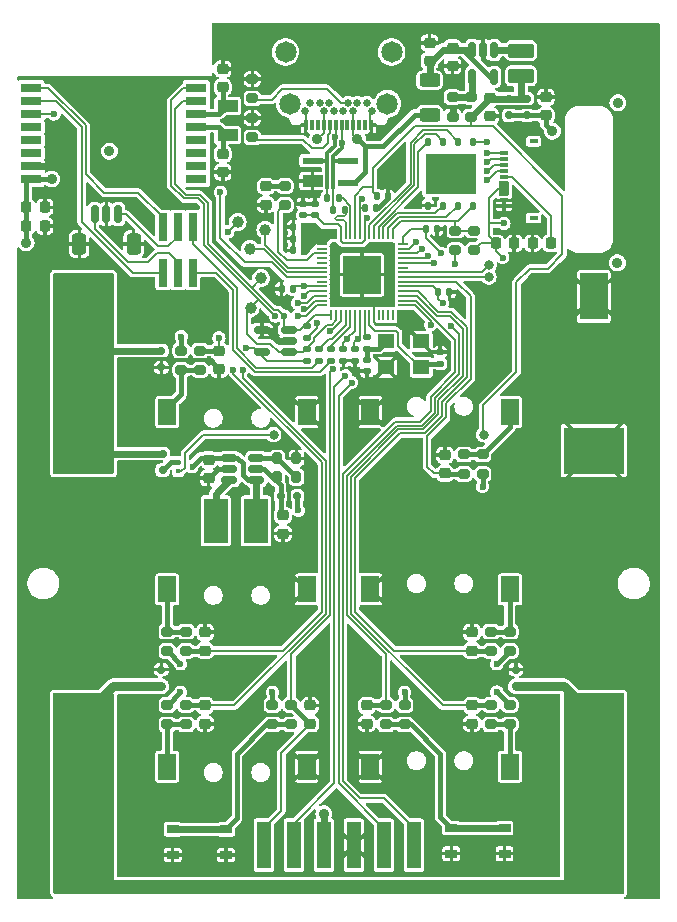
<source format=gbr>
%TF.GenerationSoftware,KiCad,Pcbnew,8.0.1*%
%TF.CreationDate,2024-04-03T20:32:23+03:00*%
%TF.ProjectId,gkos_pebble,676b6f73-5f70-4656-9262-6c652e6b6963,1*%
%TF.SameCoordinates,Original*%
%TF.FileFunction,Copper,L4,Bot*%
%TF.FilePolarity,Positive*%
%FSLAX46Y46*%
G04 Gerber Fmt 4.6, Leading zero omitted, Abs format (unit mm)*
G04 Created by KiCad (PCBNEW 8.0.1) date 2024-04-03 20:32:23*
%MOMM*%
%LPD*%
G01*
G04 APERTURE LIST*
G04 Aperture macros list*
%AMRoundRect*
0 Rectangle with rounded corners*
0 $1 Rounding radius*
0 $2 $3 $4 $5 $6 $7 $8 $9 X,Y pos of 4 corners*
0 Add a 4 corners polygon primitive as box body*
4,1,4,$2,$3,$4,$5,$6,$7,$8,$9,$2,$3,0*
0 Add four circle primitives for the rounded corners*
1,1,$1+$1,$2,$3*
1,1,$1+$1,$4,$5*
1,1,$1+$1,$6,$7*
1,1,$1+$1,$8,$9*
0 Add four rect primitives between the rounded corners*
20,1,$1+$1,$2,$3,$4,$5,0*
20,1,$1+$1,$4,$5,$6,$7,0*
20,1,$1+$1,$6,$7,$8,$9,0*
20,1,$1+$1,$8,$9,$2,$3,0*%
G04 Aperture macros list end*
%TA.AperFunction,SMDPad,CuDef*%
%ADD10RoundRect,0.200000X0.275000X-0.200000X0.275000X0.200000X-0.275000X0.200000X-0.275000X-0.200000X0*%
%TD*%
%TA.AperFunction,SMDPad,CuDef*%
%ADD11RoundRect,0.250000X-0.850000X0.375000X-0.850000X-0.375000X0.850000X-0.375000X0.850000X0.375000X0*%
%TD*%
%TA.AperFunction,SMDPad,CuDef*%
%ADD12RoundRect,0.150000X-0.200000X0.150000X-0.200000X-0.150000X0.200000X-0.150000X0.200000X0.150000X0*%
%TD*%
%TA.AperFunction,SMDPad,CuDef*%
%ADD13R,1.500000X2.200000*%
%TD*%
%TA.AperFunction,SMDPad,CuDef*%
%ADD14RoundRect,0.135000X0.185000X-0.135000X0.185000X0.135000X-0.185000X0.135000X-0.185000X-0.135000X0*%
%TD*%
%TA.AperFunction,SMDPad,CuDef*%
%ADD15RoundRect,0.150000X-0.150000X0.512500X-0.150000X-0.512500X0.150000X-0.512500X0.150000X0.512500X0*%
%TD*%
%TA.AperFunction,SMDPad,CuDef*%
%ADD16RoundRect,0.140000X-0.170000X0.140000X-0.170000X-0.140000X0.170000X-0.140000X0.170000X0.140000X0*%
%TD*%
%TA.AperFunction,SMDPad,CuDef*%
%ADD17RoundRect,0.140000X-0.140000X-0.170000X0.140000X-0.170000X0.140000X0.170000X-0.140000X0.170000X0*%
%TD*%
%TA.AperFunction,SMDPad,CuDef*%
%ADD18R,2.000000X3.800000*%
%TD*%
%TA.AperFunction,SMDPad,CuDef*%
%ADD19RoundRect,0.225000X0.250000X-0.225000X0.250000X0.225000X-0.250000X0.225000X-0.250000X-0.225000X0*%
%TD*%
%TA.AperFunction,SMDPad,CuDef*%
%ADD20RoundRect,0.150000X0.200000X-0.150000X0.200000X0.150000X-0.200000X0.150000X-0.200000X-0.150000X0*%
%TD*%
%TA.AperFunction,SMDPad,CuDef*%
%ADD21RoundRect,0.140000X0.170000X-0.140000X0.170000X0.140000X-0.170000X0.140000X-0.170000X-0.140000X0*%
%TD*%
%TA.AperFunction,SMDPad,CuDef*%
%ADD22R,0.740000X2.400000*%
%TD*%
%TA.AperFunction,SMDPad,CuDef*%
%ADD23RoundRect,0.200000X-0.275000X0.200000X-0.275000X-0.200000X0.275000X-0.200000X0.275000X0.200000X0*%
%TD*%
%TA.AperFunction,SMDPad,CuDef*%
%ADD24RoundRect,0.050000X0.387500X0.050000X-0.387500X0.050000X-0.387500X-0.050000X0.387500X-0.050000X0*%
%TD*%
%TA.AperFunction,SMDPad,CuDef*%
%ADD25RoundRect,0.050000X0.050000X0.387500X-0.050000X0.387500X-0.050000X-0.387500X0.050000X-0.387500X0*%
%TD*%
%TA.AperFunction,SMDPad,CuDef*%
%ADD26R,3.200000X3.200000*%
%TD*%
%TA.AperFunction,SMDPad,CuDef*%
%ADD27RoundRect,0.140000X0.140000X0.170000X-0.140000X0.170000X-0.140000X-0.170000X0.140000X-0.170000X0*%
%TD*%
%TA.AperFunction,SMDPad,CuDef*%
%ADD28RoundRect,0.200000X-0.200000X-0.275000X0.200000X-0.275000X0.200000X0.275000X-0.200000X0.275000X0*%
%TD*%
%TA.AperFunction,SMDPad,CuDef*%
%ADD29R,0.450000X0.400000*%
%TD*%
%TA.AperFunction,SMDPad,CuDef*%
%ADD30R,0.450000X0.500000*%
%TD*%
%TA.AperFunction,SMDPad,CuDef*%
%ADD31RoundRect,0.135000X-0.135000X-0.185000X0.135000X-0.185000X0.135000X0.185000X-0.135000X0.185000X0*%
%TD*%
%TA.AperFunction,SMDPad,CuDef*%
%ADD32RoundRect,0.225000X-0.250000X0.225000X-0.250000X-0.225000X0.250000X-0.225000X0.250000X0.225000X0*%
%TD*%
%TA.AperFunction,SMDPad,CuDef*%
%ADD33C,1.000000*%
%TD*%
%TA.AperFunction,SMDPad,CuDef*%
%ADD34RoundRect,0.225000X-0.225000X-0.250000X0.225000X-0.250000X0.225000X0.250000X-0.225000X0.250000X0*%
%TD*%
%TA.AperFunction,SMDPad,CuDef*%
%ADD35RoundRect,0.218750X0.256250X-0.218750X0.256250X0.218750X-0.256250X0.218750X-0.256250X-0.218750X0*%
%TD*%
%TA.AperFunction,SMDPad,CuDef*%
%ADD36R,1.400000X1.200000*%
%TD*%
%TA.AperFunction,SMDPad,CuDef*%
%ADD37RoundRect,0.150000X-0.150000X-0.625000X0.150000X-0.625000X0.150000X0.625000X-0.150000X0.625000X0*%
%TD*%
%TA.AperFunction,SMDPad,CuDef*%
%ADD38RoundRect,0.250000X-0.350000X-0.650000X0.350000X-0.650000X0.350000X0.650000X-0.350000X0.650000X0*%
%TD*%
%TA.AperFunction,SMDPad,CuDef*%
%ADD39RoundRect,0.150000X-0.512500X-0.150000X0.512500X-0.150000X0.512500X0.150000X-0.512500X0.150000X0*%
%TD*%
%TA.AperFunction,SMDPad,CuDef*%
%ADD40R,0.800000X0.300000*%
%TD*%
%TA.AperFunction,SMDPad,CuDef*%
%ADD41R,0.800000X0.400000*%
%TD*%
%TA.AperFunction,SMDPad,CuDef*%
%ADD42R,2.340000X3.960000*%
%TD*%
%TA.AperFunction,SMDPad,CuDef*%
%ADD43R,5.080000X3.960000*%
%TD*%
%TA.AperFunction,SMDPad,CuDef*%
%ADD44R,1.800000X0.800000*%
%TD*%
%TA.AperFunction,SMDPad,CuDef*%
%ADD45RoundRect,0.150000X-0.150000X-0.200000X0.150000X-0.200000X0.150000X0.200000X-0.150000X0.200000X0*%
%TD*%
%TA.AperFunction,SMDPad,CuDef*%
%ADD46R,1.800000X1.000000*%
%TD*%
%TA.AperFunction,SMDPad,CuDef*%
%ADD47RoundRect,0.150000X0.512500X0.150000X-0.512500X0.150000X-0.512500X-0.150000X0.512500X-0.150000X0*%
%TD*%
%TA.AperFunction,SMDPad,CuDef*%
%ADD48R,1.000000X0.700000*%
%TD*%
%TA.AperFunction,SMDPad,CuDef*%
%ADD49R,0.300000X0.900000*%
%TD*%
%TA.AperFunction,ComponentPad*%
%ADD50C,0.660000*%
%TD*%
%TA.AperFunction,ComponentPad*%
%ADD51C,1.815000*%
%TD*%
%TA.AperFunction,SMDPad,CuDef*%
%ADD52RoundRect,0.250000X0.625000X-0.312500X0.625000X0.312500X-0.625000X0.312500X-0.625000X-0.312500X0*%
%TD*%
%TA.AperFunction,SMDPad,CuDef*%
%ADD53RoundRect,0.225000X0.225000X0.250000X-0.225000X0.250000X-0.225000X-0.250000X0.225000X-0.250000X0*%
%TD*%
%TA.AperFunction,SMDPad,CuDef*%
%ADD54R,1.200000X4.000000*%
%TD*%
%TA.AperFunction,SMDPad,CuDef*%
%ADD55R,1.700000X1.000000*%
%TD*%
%TA.AperFunction,SMDPad,CuDef*%
%ADD56R,1.700000X0.600000*%
%TD*%
%TA.AperFunction,SMDPad,CuDef*%
%ADD57RoundRect,0.125000X0.125000X-0.250000X0.125000X0.250000X-0.125000X0.250000X-0.125000X-0.250000X0*%
%TD*%
%TA.AperFunction,SMDPad,CuDef*%
%ADD58R,4.300000X3.400000*%
%TD*%
%TA.AperFunction,ViaPad*%
%ADD59C,0.900000*%
%TD*%
%TA.AperFunction,ViaPad*%
%ADD60C,0.600000*%
%TD*%
%TA.AperFunction,ViaPad*%
%ADD61C,0.800000*%
%TD*%
%TA.AperFunction,Conductor*%
%ADD62C,0.600000*%
%TD*%
%TA.AperFunction,Conductor*%
%ADD63C,0.200000*%
%TD*%
%TA.AperFunction,Conductor*%
%ADD64C,0.400000*%
%TD*%
%TA.AperFunction,Conductor*%
%ADD65C,1.200000*%
%TD*%
%TA.AperFunction,Conductor*%
%ADD66C,0.800000*%
%TD*%
%TA.AperFunction,Conductor*%
%ADD67C,0.332000*%
%TD*%
G04 APERTURE END LIST*
D10*
%TO.P,R1,1*%
%TO.N,Net-(J2-CC2)*%
X141900000Y-66625000D03*
%TO.P,R1,2*%
%TO.N,GND*%
X141900000Y-64975000D03*
%TD*%
D11*
%TO.P,L1,1,1*%
%TO.N,Net-(IC1-LX)*%
X164650000Y-62575000D03*
%TO.P,L1,2,2*%
%TO.N,+3V3*%
X164650000Y-64725000D03*
%TD*%
D12*
%TO.P,D5,1,K*%
%TO.N,Net-(D5-K)*%
X134300000Y-98100000D03*
%TO.P,D5,2,A*%
%TO.N,Net-(BAT1-+)*%
X134300000Y-96700000D03*
%TD*%
D13*
%TO.P,SW5,1,1*%
%TO.N,GND*%
X151900000Y-108200000D03*
%TO.P,SW5,2,2*%
%TO.N,Net-(R21-Pad2)*%
X163700000Y-108200000D03*
%TD*%
D14*
%TO.P,R9,1*%
%TO.N,Net-(C7-Pad2)*%
X151596449Y-87810000D03*
%TO.P,R9,2*%
%TO.N,/mcu/XOUT*%
X151596449Y-86790000D03*
%TD*%
D10*
%TO.P,R8,1*%
%TO.N,+3V0*%
X160650000Y-79475000D03*
%TO.P,R8,2*%
%TO.N,/mcu/QSPI_CS*%
X160650000Y-77825000D03*
%TD*%
D15*
%TO.P,IC1,1,EN*%
%TO.N,/connectors/VBUS*%
X160500000Y-62512500D03*
%TO.P,IC1,2,GND*%
%TO.N,GND*%
X161450000Y-62512500D03*
%TO.P,IC1,3,LX*%
%TO.N,Net-(IC1-LX)*%
X162400000Y-62512500D03*
%TO.P,IC1,4,VIN*%
%TO.N,/connectors/VBUS*%
X162400000Y-64787500D03*
%TO.P,IC1,5,FB*%
%TO.N,Net-(IC1-FB)*%
X160500000Y-64787500D03*
%TD*%
D10*
%TO.P,R16,1*%
%TO.N,/mcu/LED*%
X144650000Y-75675000D03*
%TO.P,R16,2*%
%TO.N,Net-(D9-A)*%
X144650000Y-74025000D03*
%TD*%
D16*
%TO.P,C6,1*%
%TO.N,GND*%
X157796449Y-88120000D03*
%TO.P,C6,2*%
%TO.N,/mcu/XIN*%
X157796449Y-89080000D03*
%TD*%
D17*
%TO.P,C19,1*%
%TO.N,+3V0*%
X151445000Y-75875000D03*
%TO.P,C19,2*%
%TO.N,GND*%
X152405000Y-75875000D03*
%TD*%
D18*
%TO.P,L2,1,1*%
%TO.N,Net-(IC2-EN)*%
X142200000Y-102400000D03*
%TO.P,L2,2,2*%
%TO.N,Net-(IC2-SW)*%
X138800000Y-102400000D03*
%TD*%
D19*
%TO.P,C22,1*%
%TO.N,GND*%
X139400000Y-72875000D03*
%TO.P,C22,2*%
%TO.N,Net-(MOD1-P001{slash}XL2)*%
X139400000Y-71325000D03*
%TD*%
%TO.P,C36,1*%
%TO.N,/~{EXT_RST}*%
X146800000Y-119575000D03*
%TO.P,C36,2*%
%TO.N,GND*%
X146800000Y-118025000D03*
%TD*%
D10*
%TO.P,R21,1*%
%TO.N,+3V0*%
X163700000Y-113425000D03*
%TO.P,R21,2*%
%TO.N,Net-(R21-Pad2)*%
X163700000Y-111775000D03*
%TD*%
D20*
%TO.P,D3,1,A1*%
%TO.N,GND*%
X164200000Y-115000000D03*
%TO.P,D3,2,A2*%
%TO.N,Net-(BAT1--)*%
X164200000Y-116400000D03*
%TD*%
D19*
%TO.P,C8,1*%
%TO.N,+3V0*%
X166750000Y-68075000D03*
%TO.P,C8,2*%
%TO.N,GND*%
X166750000Y-66525000D03*
%TD*%
D21*
%TO.P,C11,1*%
%TO.N,Net-(IC4-VREG_VOUT)*%
X147196449Y-76530000D03*
%TO.P,C11,2*%
%TO.N,GND*%
X147196449Y-75570000D03*
%TD*%
D22*
%TO.P,J1,1,Pin_1*%
%TO.N,/SWCLK_A*%
X136870000Y-81400000D03*
%TO.P,J1,2,Pin_2*%
%TO.N,/SWD_A*%
X136870000Y-77500000D03*
%TO.P,J1,3,Pin_3*%
%TO.N,/SWCLK_IN*%
X135600000Y-81400000D03*
%TO.P,J1,4,Pin_4*%
%TO.N,/SWD_IN*%
X135600000Y-77500000D03*
%TO.P,J1,5,Pin_5*%
%TO.N,/SWCLK_B*%
X134330000Y-81400000D03*
%TO.P,J1,6,Pin_6*%
%TO.N,/SWD_B*%
X134330000Y-77500000D03*
%TD*%
D23*
%TO.P,R19,1*%
%TO.N,+3V0*%
X134700000Y-117975000D03*
%TO.P,R19,2*%
%TO.N,Net-(R19-Pad2)*%
X134700000Y-119625000D03*
%TD*%
D24*
%TO.P,IC4,1,IOVDD*%
%TO.N,+3V0*%
X154633949Y-78950000D03*
%TO.P,IC4,2,GPIO0*%
%TO.N,/lcd/LCD_SCLK*%
X154633949Y-79350000D03*
%TO.P,IC4,3,GPIO1*%
%TO.N,/lcd/LCD_SI*%
X154633949Y-79750000D03*
%TO.P,IC4,4,GPIO2*%
%TO.N,/lcd/LCD_SCS*%
X154633949Y-80150000D03*
%TO.P,IC4,5,GPIO3*%
%TO.N,/lcd/LCD_COMIN*%
X154633949Y-80550000D03*
%TO.P,IC4,6,GPIO4*%
%TO.N,unconnected-(IC4-GPIO4-Pad6)*%
X154633949Y-80950000D03*
%TO.P,IC4,7,GPIO5*%
%TO.N,/inputs/MOUSE_4*%
X154633949Y-81350000D03*
%TO.P,IC4,8,GPIO6*%
%TO.N,/inputs/MOUSE_2*%
X154633949Y-81750000D03*
%TO.P,IC4,9,GPIO7*%
%TO.N,/inputs/KEY_F*%
X154633949Y-82150000D03*
%TO.P,IC4,10,IOVDD*%
%TO.N,+3V0*%
X154633949Y-82550000D03*
%TO.P,IC4,11,GPIO8*%
%TO.N,/inputs/KEY_E*%
X154633949Y-82950000D03*
%TO.P,IC4,12,GPIO9*%
%TO.N,/inputs/KEY_D*%
X154633949Y-83350000D03*
%TO.P,IC4,13,GPIO10*%
%TO.N,/inputs/TP_RDY*%
X154633949Y-83750000D03*
%TO.P,IC4,14,GPIO11*%
%TO.N,/inputs/MENU*%
X154633949Y-84150000D03*
D25*
%TO.P,IC4,15,GPIO12*%
%TO.N,unconnected-(IC4-GPIO12-Pad15)*%
X153796449Y-84987500D03*
%TO.P,IC4,16,GPIO13*%
%TO.N,unconnected-(IC4-GPIO13-Pad16)*%
X153396449Y-84987500D03*
%TO.P,IC4,17,GPIO14*%
%TO.N,unconnected-(IC4-GPIO14-Pad17)*%
X152996449Y-84987500D03*
%TO.P,IC4,18,GPIO15*%
%TO.N,unconnected-(IC4-GPIO15-Pad18)*%
X152596449Y-84987500D03*
%TO.P,IC4,19,TESTEN*%
%TO.N,GND*%
X152196449Y-84987500D03*
%TO.P,IC4,20,XIN*%
%TO.N,/mcu/XIN*%
X151796449Y-84987500D03*
%TO.P,IC4,21,XOUT*%
%TO.N,/mcu/XOUT*%
X151396449Y-84987500D03*
%TO.P,IC4,22,IOVDD*%
%TO.N,+3V0*%
X150996449Y-84987500D03*
%TO.P,IC4,23,DVDD*%
%TO.N,Net-(IC4-VREG_VOUT)*%
X150596449Y-84987500D03*
%TO.P,IC4,24,SWCLK*%
%TO.N,Net-(IC4-SWCLK)*%
X150196449Y-84987500D03*
%TO.P,IC4,25,SWD*%
%TO.N,Net-(IC4-SWD)*%
X149796449Y-84987500D03*
%TO.P,IC4,26,RUN*%
%TO.N,/~{EXT_RST}*%
X149396449Y-84987500D03*
%TO.P,IC4,27,GPIO16*%
%TO.N,/SDA*%
X148996449Y-84987500D03*
%TO.P,IC4,28,GPIO17*%
%TO.N,/SCL*%
X148596449Y-84987500D03*
D24*
%TO.P,IC4,29,GPIO18*%
%TO.N,/inputs/KEY_C*%
X147758949Y-84150000D03*
%TO.P,IC4,30,GPIO19*%
%TO.N,/inputs/KEY_B*%
X147758949Y-83750000D03*
%TO.P,IC4,31,GPIO20*%
%TO.N,/inputs/KEY_A*%
X147758949Y-83350000D03*
%TO.P,IC4,32,GPIO21*%
%TO.N,/inputs/MOUSE_1*%
X147758949Y-82950000D03*
%TO.P,IC4,33,IOVDD*%
%TO.N,+3V0*%
X147758949Y-82550000D03*
%TO.P,IC4,34,GPIO22*%
%TO.N,unconnected-(IC4-GPIO22-Pad34)*%
X147758949Y-82150000D03*
%TO.P,IC4,35,GPIO23*%
%TO.N,/inputs/MOUSE_3*%
X147758949Y-81750000D03*
%TO.P,IC4,36,GPIO24*%
%TO.N,Net-(IC4-GPIO24)*%
X147758949Y-81350000D03*
%TO.P,IC4,37,GPIO25*%
%TO.N,Net-(IC4-GPIO25)*%
X147758949Y-80950000D03*
%TO.P,IC4,38,GPIO26_ADC0*%
%TO.N,unconnected-(IC4-GPIO26_ADC0-Pad38)*%
X147758949Y-80550000D03*
%TO.P,IC4,39,GPIO27_ADC1*%
%TO.N,unconnected-(IC4-GPIO27_ADC1-Pad39)*%
X147758949Y-80150000D03*
%TO.P,IC4,40,GPIO28_ADC2*%
%TO.N,/mcu/LED*%
X147758949Y-79750000D03*
%TO.P,IC4,41,GPIO29_ADC3*%
%TO.N,unconnected-(IC4-GPIO29_ADC3-Pad41)*%
X147758949Y-79350000D03*
%TO.P,IC4,42,IOVDD*%
%TO.N,+3V0*%
X147758949Y-78950000D03*
D25*
%TO.P,IC4,43,ADC_AVDD*%
X148596449Y-78112500D03*
%TO.P,IC4,44,VREG_IN*%
X148996449Y-78112500D03*
%TO.P,IC4,45,VREG_VOUT*%
%TO.N,Net-(IC4-VREG_VOUT)*%
X149396449Y-78112500D03*
%TO.P,IC4,46,USB_DM*%
%TO.N,/mcu/USB_MCU_D-*%
X149796449Y-78112500D03*
%TO.P,IC4,47,USB_DP*%
%TO.N,/mcu/USB_MCU_D+*%
X150196449Y-78112500D03*
%TO.P,IC4,48,USB_VDD*%
%TO.N,+3V3*%
X150596449Y-78112500D03*
%TO.P,IC4,49,IOVDD*%
%TO.N,+3V0*%
X150996449Y-78112500D03*
%TO.P,IC4,50,DVDD*%
%TO.N,Net-(IC4-VREG_VOUT)*%
X151396449Y-78112500D03*
%TO.P,IC4,51,QSPI_SD3*%
%TO.N,/mcu/QSPI_SD3*%
X151796449Y-78112500D03*
%TO.P,IC4,52,QSPI_SCLK*%
%TO.N,/mcu/QSPI_SCLK*%
X152196449Y-78112500D03*
%TO.P,IC4,53,QSPI_SD0*%
%TO.N,/mcu/QSPI_SD0*%
X152596449Y-78112500D03*
%TO.P,IC4,54,QSPI_SD2*%
%TO.N,/mcu/QSPI_SD2*%
X152996449Y-78112500D03*
%TO.P,IC4,55,QSPI_SD1*%
%TO.N,/mcu/QSPI_SD1*%
X153396449Y-78112500D03*
%TO.P,IC4,56,QSPI_SS*%
%TO.N,/mcu/QSPI_CS*%
X153796449Y-78112500D03*
D26*
%TO.P,IC4,57,GND*%
%TO.N,GND*%
X151196449Y-81550000D03*
%TD*%
D27*
%TO.P,C20,1*%
%TO.N,+3V0*%
X146326449Y-77500000D03*
%TO.P,C20,2*%
%TO.N,GND*%
X145366449Y-77500000D03*
%TD*%
D16*
%TO.P,C16,1*%
%TO.N,+3V0*%
X150600000Y-87870000D03*
%TO.P,C16,2*%
%TO.N,GND*%
X150600000Y-88830000D03*
%TD*%
D13*
%TO.P,SW2,1,1*%
%TO.N,GND*%
X146500000Y-108200000D03*
%TO.P,SW2,2,2*%
%TO.N,Net-(R18-Pad2)*%
X134700000Y-108200000D03*
%TD*%
D10*
%TO.P,R25,1*%
%TO.N,Net-(R19-Pad2)*%
X136300000Y-119625000D03*
%TO.P,R25,2*%
%TO.N,/inputs/KEY_C*%
X136300000Y-117975000D03*
%TD*%
D28*
%TO.P,R5,1*%
%TO.N,Net-(D7-A)*%
X143975000Y-98700000D03*
%TO.P,R5,2*%
%TO.N,Net-(IC2-FB)*%
X145625000Y-98700000D03*
%TD*%
D29*
%TO.P,Q1,1,G*%
%TO.N,+3V3*%
X135625000Y-98200000D03*
%TO.P,Q1,2,S*%
%TO.N,Net-(D5-K)*%
X135625000Y-97400000D03*
D30*
%TO.P,Q1,3,D*%
%TO.N,Net-(IC2-EN)*%
X136775000Y-97800000D03*
%TD*%
D31*
%TO.P,R10,1*%
%TO.N,/mcu/USB_D+*%
X148190000Y-75100000D03*
%TO.P,R10,2*%
%TO.N,/mcu/USB_MCU_D+*%
X149210000Y-75100000D03*
%TD*%
D32*
%TO.P,C2,1*%
%TO.N,/connectors/VBUS*%
X158850000Y-62325000D03*
%TO.P,C2,2*%
%TO.N,GND*%
X158850000Y-63875000D03*
%TD*%
D17*
%TO.P,C17,1*%
%TO.N,+3V0*%
X157620000Y-83000000D03*
%TO.P,C17,2*%
%TO.N,GND*%
X158580000Y-83000000D03*
%TD*%
D31*
%TO.P,R11,1*%
%TO.N,/mcu/USB_D-*%
X148690000Y-76100000D03*
%TO.P,R11,2*%
%TO.N,/mcu/USB_MCU_D-*%
X149710000Y-76100000D03*
%TD*%
D32*
%TO.P,C27,1*%
%TO.N,/inputs/KEY_C*%
X137900000Y-118025000D03*
%TO.P,C27,2*%
%TO.N,GND*%
X137900000Y-119575000D03*
%TD*%
D17*
%TO.P,C18,1*%
%TO.N,+3V0*%
X156570000Y-77700000D03*
%TO.P,C18,2*%
%TO.N,GND*%
X157530000Y-77700000D03*
%TD*%
D33*
%TO.P,TP2,1,1*%
%TO.N,/SDA*%
X141750000Y-84350000D03*
%TD*%
%TO.P,TP1,1,1*%
%TO.N,/~{EXT_RST}*%
X140650000Y-77100000D03*
%TD*%
D10*
%TO.P,R2,1*%
%TO.N,Net-(J2-CC1)*%
X141900000Y-69925000D03*
%TO.P,R2,2*%
%TO.N,GND*%
X141900000Y-68275000D03*
%TD*%
D23*
%TO.P,R4,1*%
%TO.N,Net-(IC1-FB)*%
X158850000Y-66525000D03*
%TO.P,R4,2*%
%TO.N,GND*%
X158850000Y-68175000D03*
%TD*%
D32*
%TO.P,C25,1*%
%TO.N,/inputs/KEY_A*%
X139075000Y-88025000D03*
%TO.P,C25,2*%
%TO.N,GND*%
X139075000Y-89575000D03*
%TD*%
D23*
%TO.P,R20,1*%
%TO.N,+3V0*%
X163700000Y-117975000D03*
%TO.P,R20,2*%
%TO.N,Net-(R20-Pad2)*%
X163700000Y-119625000D03*
%TD*%
D34*
%TO.P,C23,1*%
%TO.N,+3V0*%
X122775000Y-75850000D03*
%TO.P,C23,2*%
%TO.N,GND*%
X124325000Y-75850000D03*
%TD*%
D28*
%TO.P,R6,1*%
%TO.N,Net-(IC2-FB)*%
X143975000Y-97100000D03*
%TO.P,R6,2*%
%TO.N,GND*%
X145625000Y-97100000D03*
%TD*%
D10*
%TO.P,R22,1*%
%TO.N,+3V0*%
X161400000Y-98425000D03*
%TO.P,R22,2*%
%TO.N,Net-(R22-Pad2)*%
X161400000Y-96775000D03*
%TD*%
D35*
%TO.P,D9,1,K*%
%TO.N,GND*%
X143050000Y-75637500D03*
%TO.P,D9,2,A*%
%TO.N,Net-(D9-A)*%
X143050000Y-74062500D03*
%TD*%
D10*
%TO.P,R42,1*%
%TO.N,Net-(R39-Pad2)*%
X153200000Y-119625000D03*
%TO.P,R42,2*%
%TO.N,/inputs/~{USB_BOOT}*%
X153200000Y-117975000D03*
%TD*%
D14*
%TO.P,R15,1*%
%TO.N,+3V0*%
X146500000Y-86910000D03*
%TO.P,R15,2*%
%TO.N,/SCL*%
X146500000Y-85890000D03*
%TD*%
D36*
%TO.P,Y1,1,1*%
%TO.N,/mcu/XIN*%
X156196449Y-89400000D03*
%TO.P,Y1,2,2*%
%TO.N,GND*%
X153196449Y-89400000D03*
%TO.P,Y1,3,3*%
%TO.N,Net-(C7-Pad2)*%
X153196449Y-87200000D03*
%TO.P,Y1,4,4*%
%TO.N,GND*%
X156196449Y-87200000D03*
%TD*%
D23*
%TO.P,R38,1*%
%TO.N,+3V0*%
X143600000Y-117975000D03*
%TO.P,R38,2*%
%TO.N,Net-(R38-Pad2)*%
X143600000Y-119625000D03*
%TD*%
D34*
%TO.P,C24,1*%
%TO.N,+3V0*%
X122775000Y-77450000D03*
%TO.P,C24,2*%
%TO.N,GND*%
X124325000Y-77450000D03*
%TD*%
D37*
%TO.P,J3,1,Pin_1*%
%TO.N,/SWCLK_IN*%
X128550000Y-76425000D03*
%TO.P,J3,2,Pin_2*%
%TO.N,GND*%
X129550000Y-76425000D03*
%TO.P,J3,3,Pin_3*%
%TO.N,/SWD_IN*%
X130550000Y-76425000D03*
D38*
%TO.P,J3,MP,MountPin*%
%TO.N,GND*%
X127250000Y-78950000D03*
X131850000Y-78950000D03*
%TD*%
D10*
%TO.P,R3,1*%
%TO.N,+3V3*%
X160450000Y-68175000D03*
%TO.P,R3,2*%
%TO.N,Net-(IC1-FB)*%
X160450000Y-66525000D03*
%TD*%
D39*
%TO.P,IC2,1,SW*%
%TO.N,Net-(IC2-SW)*%
X139962500Y-98950000D03*
%TO.P,IC2,2,GND*%
%TO.N,GND*%
X139962500Y-98000000D03*
%TO.P,IC2,3,EN*%
%TO.N,Net-(IC2-EN)*%
X139962500Y-97050000D03*
%TO.P,IC2,4,FB*%
%TO.N,Net-(IC2-FB)*%
X142237500Y-97050000D03*
%TO.P,IC2,5,VOUT*%
%TO.N,Net-(D7-A)*%
X142237500Y-98000000D03*
%TO.P,IC2,6,VIN*%
%TO.N,Net-(IC2-EN)*%
X142237500Y-98950000D03*
%TD*%
D21*
%TO.P,C7,1*%
%TO.N,GND*%
X151596449Y-89730000D03*
%TO.P,C7,2*%
%TO.N,Net-(C7-Pad2)*%
X151596449Y-88770000D03*
%TD*%
D16*
%TO.P,C10,1*%
%TO.N,Net-(IC4-VREG_VOUT)*%
X149600000Y-87870000D03*
%TO.P,C10,2*%
%TO.N,GND*%
X149600000Y-88830000D03*
%TD*%
D40*
%TO.P,J5,1,SCLK*%
%TO.N,/lcd/LCD_SCLK*%
X163205000Y-71250000D03*
%TO.P,J5,2,SI*%
%TO.N,/lcd/LCD_SI*%
X163205000Y-71750000D03*
%TO.P,J5,3,SCS*%
%TO.N,/lcd/LCD_SCS*%
X163205000Y-72250000D03*
%TO.P,J5,4,EXTCOMIN*%
%TO.N,/lcd/LCD_COMIN*%
X163205000Y-72750000D03*
%TO.P,J5,5,DISP*%
%TO.N,Net-(J5-DISP)*%
X163205000Y-73250000D03*
%TO.P,J5,6,VDDA*%
%TO.N,+3V0*%
X163205000Y-73750000D03*
%TO.P,J5,7,VDD*%
X163205000Y-74250000D03*
%TO.P,J5,8,EXTMODE*%
X163205000Y-74750000D03*
%TO.P,J5,9,VSS*%
%TO.N,GND*%
X163205000Y-75250000D03*
%TO.P,J5,10,VSSA*%
X163205000Y-75750000D03*
D41*
%TO.P,J5,MP1*%
%TO.N,N/C*%
X165705000Y-70250000D03*
%TO.P,J5,MP2*%
X165705000Y-76750000D03*
%TD*%
D42*
%TO.P,BAT2,1,+*%
%TO.N,Net-(BAT1--)*%
X170800000Y-132020000D03*
D43*
X170800000Y-118940000D03*
%TO.P,BAT2,2,-*%
%TO.N,GND*%
X170800000Y-96460000D03*
D42*
X170800000Y-83380000D03*
%TD*%
D14*
%TO.P,R14,1*%
%TO.N,+3V0*%
X146500000Y-88860000D03*
%TO.P,R14,2*%
%TO.N,/SDA*%
X146500000Y-87840000D03*
%TD*%
D13*
%TO.P,SW6,1,1*%
%TO.N,GND*%
X151900000Y-93200000D03*
%TO.P,SW6,2,2*%
%TO.N,Net-(R22-Pad2)*%
X163700000Y-93200000D03*
%TD*%
D12*
%TO.P,D4,1,A1*%
%TO.N,GND*%
X134200000Y-89400000D03*
%TO.P,D4,2,A2*%
%TO.N,Net-(BAT1-+)*%
X134200000Y-88000000D03*
%TD*%
D21*
%TO.P,C9,1*%
%TO.N,Net-(IC4-VREG_VOUT)*%
X146196449Y-76530000D03*
%TO.P,C9,2*%
%TO.N,GND*%
X146196449Y-75570000D03*
%TD*%
D33*
%TO.P,TP4,1,1*%
%TO.N,Net-(IC4-GPIO24)*%
X141700000Y-79350000D03*
%TD*%
D10*
%TO.P,R26,1*%
%TO.N,Net-(R20-Pad2)*%
X162100000Y-119625000D03*
%TO.P,R26,2*%
%TO.N,/inputs/KEY_D*%
X162100000Y-117975000D03*
%TD*%
D34*
%TO.P,C38,1*%
%TO.N,+3V0*%
X162525000Y-78900000D03*
%TO.P,C38,2*%
%TO.N,GND*%
X164075000Y-78900000D03*
%TD*%
D44*
%TO.P,MOD1,1,P026/SDA*%
%TO.N,/SDA*%
X137150000Y-65750000D03*
%TO.P,MOD1,2,P027/SCL*%
%TO.N,/SCL*%
X137150000Y-66850000D03*
%TO.P,MOD1,3,P000/XL1*%
%TO.N,Net-(MOD1-P000{slash}XL1)*%
X137150000Y-67950000D03*
%TO.P,MOD1,4,P001/XL2*%
%TO.N,Net-(MOD1-P001{slash}XL2)*%
X137150000Y-69050000D03*
%TO.P,MOD1,5,P002/AIN0*%
%TO.N,unconnected-(MOD1-P002{slash}AIN0-Pad5)*%
X137150000Y-70150000D03*
%TO.P,MOD1,6,P003/AIN1*%
%TO.N,unconnected-(MOD1-P003{slash}AIN1-Pad6)*%
X137150000Y-71250000D03*
%TO.P,MOD1,7,P009/NFC1*%
%TO.N,unconnected-(MOD1-P009{slash}NFC1-Pad7)*%
X137150000Y-72350000D03*
%TO.P,MOD1,8,P010/NFC2*%
%TO.N,unconnected-(MOD1-P010{slash}NFC2-Pad8)*%
X137150000Y-73450000D03*
%TO.P,MOD1,9,VDD*%
%TO.N,+3V0*%
X123150000Y-73450000D03*
%TO.P,MOD1,10,GND*%
%TO.N,GND*%
X123150000Y-72350000D03*
%TO.P,MOD1,11,P013*%
%TO.N,unconnected-(MOD1-P013-Pad11)*%
X123150000Y-71250000D03*
%TO.P,MOD1,12,P018*%
%TO.N,unconnected-(MOD1-P018-Pad12)*%
X123150000Y-70150000D03*
%TO.P,MOD1,13,P020/LED*%
%TO.N,unconnected-(MOD1-P020{slash}LED-Pad13)*%
X123150000Y-69050000D03*
%TO.P,MOD1,14,P021/RESET*%
%TO.N,/~{EXT_RST}*%
X123150000Y-67950000D03*
%TO.P,MOD1,15,SWCLK*%
%TO.N,/SWCLK_B*%
X123150000Y-66850000D03*
%TO.P,MOD1,16,SWDIO*%
%TO.N,/SWD_B*%
X123150000Y-65750000D03*
%TD*%
D33*
%TO.P,TP3,1,1*%
%TO.N,/SCL*%
X142650000Y-81850000D03*
%TD*%
D10*
%TO.P,R41,1*%
%TO.N,Net-(R38-Pad2)*%
X145200000Y-119625000D03*
%TO.P,R41,2*%
%TO.N,/~{EXT_RST}*%
X145200000Y-117975000D03*
%TD*%
D17*
%TO.P,C12,1*%
%TO.N,+3V3*%
X152420000Y-74850000D03*
%TO.P,C12,2*%
%TO.N,GND*%
X153380000Y-74850000D03*
%TD*%
D23*
%TO.P,R39,1*%
%TO.N,+3V0*%
X154800000Y-117975000D03*
%TO.P,R39,2*%
%TO.N,Net-(R39-Pad2)*%
X154800000Y-119625000D03*
%TD*%
D19*
%TO.P,C26,1*%
%TO.N,/inputs/KEY_B*%
X137900000Y-113375000D03*
%TO.P,C26,2*%
%TO.N,GND*%
X137900000Y-111825000D03*
%TD*%
%TO.P,C1,1*%
%TO.N,/connectors/VBUS*%
X156900000Y-63475000D03*
%TO.P,C1,2*%
%TO.N,GND*%
X156900000Y-61925000D03*
%TD*%
D12*
%TO.P,D6,1,K*%
%TO.N,+3V0*%
X163650000Y-68050000D03*
%TO.P,D6,2,A*%
%TO.N,+3V3*%
X163650000Y-66650000D03*
%TD*%
D27*
%TO.P,C14,1*%
%TO.N,+3V0*%
X146326449Y-79500000D03*
%TO.P,C14,2*%
%TO.N,GND*%
X145366449Y-79500000D03*
%TD*%
D10*
%TO.P,R23,1*%
%TO.N,Net-(R17-Pad2)*%
X137475000Y-89625000D03*
%TO.P,R23,2*%
%TO.N,/inputs/KEY_A*%
X137475000Y-87975000D03*
%TD*%
D45*
%TO.P,D7,1,K*%
%TO.N,+3V0*%
X145700000Y-100300000D03*
%TO.P,D7,2,A*%
%TO.N,Net-(D7-A)*%
X144300000Y-100300000D03*
%TD*%
D46*
%TO.P,Y2,1,1*%
%TO.N,Net-(MOD1-P001{slash}XL2)*%
X139800000Y-69750000D03*
%TO.P,Y2,2,2*%
%TO.N,Net-(MOD1-P000{slash}XL1)*%
X139800000Y-67250000D03*
%TD*%
D19*
%TO.P,C29,1*%
%TO.N,/inputs/KEY_E*%
X160500000Y-113375000D03*
%TO.P,C29,2*%
%TO.N,GND*%
X160500000Y-111825000D03*
%TD*%
D23*
%TO.P,R17,1*%
%TO.N,+3V0*%
X135875000Y-87975000D03*
%TO.P,R17,2*%
%TO.N,Net-(R17-Pad2)*%
X135875000Y-89625000D03*
%TD*%
D27*
%TO.P,C13,1*%
%TO.N,+3V0*%
X146326449Y-78500000D03*
%TO.P,C13,2*%
%TO.N,GND*%
X145366449Y-78500000D03*
%TD*%
D47*
%TO.P,IC5,1,SCL*%
%TO.N,/SCL*%
X145012500Y-86225000D03*
%TO.P,IC5,2,GND*%
%TO.N,GND*%
X145012500Y-87175000D03*
%TO.P,IC5,3,SDA*%
%TO.N,/SDA*%
X145012500Y-88125000D03*
%TO.P,IC5,4,VCC*%
%TO.N,+3V0*%
X142737500Y-88125000D03*
%TO.P,IC5,5,WP*%
%TO.N,GND*%
X142737500Y-86225000D03*
%TD*%
D32*
%TO.P,C4,1*%
%TO.N,Net-(IC2-EN)*%
X138200000Y-97225000D03*
%TO.P,C4,2*%
%TO.N,GND*%
X138200000Y-98775000D03*
%TD*%
D33*
%TO.P,TP5,1,1*%
%TO.N,Net-(IC4-GPIO25)*%
X143000000Y-77750000D03*
%TD*%
D48*
%TO.P,SW12,1,1*%
%TO.N,GND*%
X135150000Y-130675000D03*
X139650000Y-130675000D03*
%TO.P,SW12,2,2*%
%TO.N,Net-(R38-Pad2)*%
X135150000Y-128525000D03*
X139650000Y-128525000D03*
%TD*%
D32*
%TO.P,C3,1*%
%TO.N,+3V3*%
X162050000Y-66575000D03*
%TO.P,C3,2*%
%TO.N,GND*%
X162050000Y-68125000D03*
%TD*%
%TO.P,C5,1*%
%TO.N,Net-(D7-A)*%
X144500000Y-101925000D03*
%TO.P,C5,2*%
%TO.N,GND*%
X144500000Y-103475000D03*
%TD*%
D13*
%TO.P,SW4,1,1*%
%TO.N,GND*%
X151900000Y-123200000D03*
%TO.P,SW4,2,2*%
%TO.N,Net-(R20-Pad2)*%
X163700000Y-123200000D03*
%TD*%
D32*
%TO.P,C28,1*%
%TO.N,/inputs/KEY_D*%
X160500000Y-118025000D03*
%TO.P,C28,2*%
%TO.N,GND*%
X160500000Y-119575000D03*
%TD*%
D23*
%TO.P,R27,1*%
%TO.N,Net-(R21-Pad2)*%
X162100000Y-111775000D03*
%TO.P,R27,2*%
%TO.N,/inputs/KEY_E*%
X162100000Y-113425000D03*
%TD*%
D19*
%TO.P,C30,1*%
%TO.N,/inputs/KEY_F*%
X158200000Y-98375000D03*
%TO.P,C30,2*%
%TO.N,GND*%
X158200000Y-96825000D03*
%TD*%
D23*
%TO.P,R28,1*%
%TO.N,Net-(R22-Pad2)*%
X159800000Y-96775000D03*
%TO.P,R28,2*%
%TO.N,/inputs/KEY_F*%
X159800000Y-98425000D03*
%TD*%
D49*
%TO.P,J2,A1,GND*%
%TO.N,GND*%
X146450000Y-68895000D03*
%TO.P,J2,A2*%
%TO.N,N/C*%
X146950000Y-68895000D03*
%TO.P,J2,A3*%
X147450000Y-68895000D03*
%TO.P,J2,A4,VBUS*%
%TO.N,Net-(D1-Pad4)*%
X147950000Y-68895000D03*
%TO.P,J2,A5,CC1*%
%TO.N,Net-(J2-CC1)*%
X148450000Y-68895000D03*
%TO.P,J2,A6,D+*%
%TO.N,/mcu/USB_D+*%
X148950000Y-68895000D03*
%TO.P,J2,A7,D-*%
%TO.N,/mcu/USB_D-*%
X149450000Y-68895000D03*
%TO.P,J2,A8,SBU1*%
%TO.N,unconnected-(J2-SBU1-PadA8)*%
X149950000Y-68895000D03*
%TO.P,J2,A9,VBUS*%
%TO.N,Net-(D1-Pad4)*%
X150450000Y-68895000D03*
%TO.P,J2,A10*%
%TO.N,N/C*%
X150950000Y-68895000D03*
%TO.P,J2,A11*%
X151450000Y-68895000D03*
%TO.P,J2,A12,GND*%
%TO.N,GND*%
X151950000Y-68895000D03*
D50*
%TO.P,J2,B1,GND*%
X152000000Y-67685000D03*
%TO.P,J2,B2*%
%TO.N,N/C*%
X151600000Y-66985000D03*
%TO.P,J2,B3*%
X150800000Y-66985000D03*
%TO.P,J2,B4,VBUS*%
%TO.N,Net-(D1-Pad4)*%
X150400000Y-67685000D03*
%TO.P,J2,B5,CC2*%
%TO.N,Net-(J2-CC2)*%
X150000000Y-66985000D03*
%TO.P,J2,B6,D+*%
%TO.N,/mcu/USB_D+*%
X149600000Y-67685000D03*
%TO.P,J2,B7,D-*%
%TO.N,/mcu/USB_D-*%
X148800000Y-67685000D03*
%TO.P,J2,B8,SBU2*%
%TO.N,unconnected-(J2-SBU2-PadB8)*%
X148400000Y-66985000D03*
%TO.P,J2,B9,VBUS*%
%TO.N,Net-(D1-Pad4)*%
X148000000Y-67685000D03*
%TO.P,J2,B10*%
%TO.N,N/C*%
X147600000Y-66985000D03*
%TO.P,J2,B11*%
X146800000Y-66985000D03*
%TO.P,J2,B12,GND*%
%TO.N,GND*%
X146400000Y-67685000D03*
D51*
%TO.P,J2,MH1*%
%TO.N,N/C*%
X145070000Y-67085000D03*
%TO.P,J2,MH2*%
X144710000Y-62695000D03*
%TO.P,J2,MH3*%
X153690000Y-62695000D03*
%TO.P,J2,MH4*%
X153330000Y-67085000D03*
%TD*%
D27*
%TO.P,C15,1*%
%TO.N,+3V0*%
X145330000Y-82750000D03*
%TO.P,C15,2*%
%TO.N,GND*%
X144370000Y-82750000D03*
%TD*%
D52*
%TO.P,F1,1*%
%TO.N,Net-(D1-Pad4)*%
X156900000Y-68012500D03*
%TO.P,F1,2*%
%TO.N,/connectors/VBUS*%
X156900000Y-65087500D03*
%TD*%
D53*
%TO.P,C39,1*%
%TO.N,Net-(J5-DISP)*%
X167175000Y-78900000D03*
%TO.P,C39,2*%
%TO.N,GND*%
X165625000Y-78900000D03*
%TD*%
D10*
%TO.P,R7,1*%
%TO.N,/inputs/~{USB_BOOT}*%
X159100000Y-79475000D03*
%TO.P,R7,2*%
%TO.N,/mcu/QSPI_CS*%
X159100000Y-77825000D03*
%TD*%
D54*
%TO.P,J4,1,Pin_1*%
%TO.N,/inputs/TP_RDY*%
X155570000Y-129850000D03*
%TO.P,J4,2,Pin_2*%
%TO.N,/SDA*%
X153030000Y-129850000D03*
%TO.P,J4,3,Pin_3*%
%TO.N,GND*%
X150490000Y-129850000D03*
%TO.P,J4,4,Pin_4*%
%TO.N,+3V0*%
X147950000Y-129850000D03*
%TO.P,J4,5,Pin_5*%
%TO.N,/SCL*%
X145410000Y-129850000D03*
%TO.P,J4,6,Pin_6*%
%TO.N,/~{EXT_RST}*%
X142870000Y-129850000D03*
%TD*%
D20*
%TO.P,D8,1,K*%
%TO.N,+3V3*%
X165150000Y-66650000D03*
%TO.P,D8,2,A*%
%TO.N,+3V0*%
X165150000Y-68050000D03*
%TD*%
D10*
%TO.P,R18,1*%
%TO.N,+3V0*%
X134700000Y-113425000D03*
%TO.P,R18,2*%
%TO.N,Net-(R18-Pad2)*%
X134700000Y-111775000D03*
%TD*%
D32*
%TO.P,C21,1*%
%TO.N,GND*%
X139400000Y-64125000D03*
%TO.P,C21,2*%
%TO.N,Net-(MOD1-P000{slash}XL1)*%
X139400000Y-65675000D03*
%TD*%
D13*
%TO.P,SW3,1,1*%
%TO.N,GND*%
X146500000Y-123200000D03*
%TO.P,SW3,2,2*%
%TO.N,Net-(R19-Pad2)*%
X134700000Y-123200000D03*
%TD*%
D14*
%TO.P,R13,1*%
%TO.N,/SWD_A*%
X147540000Y-88850000D03*
%TO.P,R13,2*%
%TO.N,Net-(IC4-SWD)*%
X147540000Y-87830000D03*
%TD*%
D55*
%TO.P,D1,1*%
%TO.N,GND*%
X147000000Y-73600000D03*
D56*
%TO.P,D1,2*%
%TO.N,/mcu/USB_D+*%
X147000000Y-71900000D03*
%TO.P,D1,3*%
%TO.N,/mcu/USB_D-*%
X150000000Y-71900000D03*
%TO.P,D1,4*%
%TO.N,Net-(D1-Pad4)*%
X150000000Y-73800000D03*
%TD*%
D42*
%TO.P,BAT1,1,+*%
%TO.N,Net-(BAT1-+)*%
X127600000Y-83380000D03*
D43*
X127600000Y-96460000D03*
%TO.P,BAT1,2,-*%
%TO.N,Net-(BAT1--)*%
X127600000Y-118940000D03*
D42*
X127600000Y-132020000D03*
%TD*%
D57*
%TO.P,IC3,1,~{CS}*%
%TO.N,/mcu/QSPI_CS*%
X160605000Y-75700000D03*
%TO.P,IC3,2,DO(IO1)*%
%TO.N,/mcu/QSPI_SD1*%
X159335000Y-75700000D03*
%TO.P,IC3,3,IO2*%
%TO.N,/mcu/QSPI_SD2*%
X158065000Y-75700000D03*
%TO.P,IC3,4,GND*%
%TO.N,GND*%
X156795000Y-75700000D03*
%TO.P,IC3,5,DI(IO0)*%
%TO.N,/mcu/QSPI_SD0*%
X156795000Y-70300000D03*
%TO.P,IC3,6,CLK*%
%TO.N,/mcu/QSPI_SCLK*%
X158065000Y-70300000D03*
%TO.P,IC3,7,IO3*%
%TO.N,/mcu/QSPI_SD3*%
X159335000Y-70300000D03*
%TO.P,IC3,8,VCC*%
%TO.N,+3V0*%
X160605000Y-70300000D03*
D58*
%TO.P,IC3,9*%
%TO.N,N/C*%
X158700000Y-73000000D03*
%TD*%
D14*
%TO.P,R12,1*%
%TO.N,/SWCLK_A*%
X148580000Y-88850000D03*
%TO.P,R12,2*%
%TO.N,Net-(IC4-SWCLK)*%
X148580000Y-87830000D03*
%TD*%
D32*
%TO.P,C37,1*%
%TO.N,/inputs/~{USB_BOOT}*%
X151600000Y-118025000D03*
%TO.P,C37,2*%
%TO.N,GND*%
X151600000Y-119575000D03*
%TD*%
D13*
%TO.P,SW1,1,1*%
%TO.N,GND*%
X146500000Y-93200000D03*
%TO.P,SW1,2,2*%
%TO.N,Net-(R17-Pad2)*%
X134700000Y-93200000D03*
%TD*%
D20*
%TO.P,D2,1,A1*%
%TO.N,GND*%
X134200000Y-115000000D03*
%TO.P,D2,2,A2*%
%TO.N,Net-(BAT1--)*%
X134200000Y-116400000D03*
%TD*%
D48*
%TO.P,SW13,1,1*%
%TO.N,GND*%
X158750000Y-130575000D03*
X163250000Y-130575000D03*
%TO.P,SW13,2,2*%
%TO.N,Net-(R39-Pad2)*%
X158750000Y-128425000D03*
X163250000Y-128425000D03*
%TD*%
D23*
%TO.P,R24,1*%
%TO.N,Net-(R18-Pad2)*%
X136300000Y-111775000D03*
%TO.P,R24,2*%
%TO.N,/inputs/KEY_B*%
X136300000Y-113425000D03*
%TD*%
D59*
%TO.N,GND*%
X161000000Y-130600000D03*
X159700000Y-94100000D03*
X173600000Y-63300000D03*
X162300000Y-84200000D03*
X123500000Y-84600000D03*
X150200000Y-96200000D03*
X147400000Y-62700000D03*
X164400000Y-77200000D03*
D60*
X152300000Y-80400000D03*
X150600000Y-89750000D03*
D59*
X163800000Y-102700000D03*
X136800000Y-99300000D03*
X123500000Y-101400000D03*
X154000000Y-72200000D03*
X132100000Y-75900000D03*
D60*
X152300000Y-82700000D03*
D59*
X154200000Y-91300000D03*
X131700000Y-126300000D03*
X174800000Y-118900000D03*
X123500000Y-114000000D03*
X143700000Y-65000000D03*
D60*
X155700000Y-75500000D03*
X157900000Y-78700000D03*
X153400000Y-83800000D03*
D59*
X174700000Y-132700000D03*
X137400000Y-130600000D03*
D60*
X150100000Y-80400000D03*
D59*
X150800000Y-113300000D03*
X143400000Y-71600000D03*
X133400000Y-73700000D03*
X143700000Y-68900000D03*
X133400000Y-66400000D03*
D60*
X150100000Y-82700000D03*
X142750000Y-85200000D03*
D59*
X174500000Y-92700000D03*
X153100000Y-102700000D03*
X144100000Y-90600000D03*
X147500000Y-113300000D03*
X175700000Y-70500000D03*
D60*
X153400000Y-79300000D03*
D59*
X140200000Y-75600000D03*
D60*
X149300000Y-83800000D03*
D59*
X131975000Y-93300000D03*
D60*
X148875000Y-79825000D03*
D59*
X174800000Y-100800000D03*
X123500000Y-93300000D03*
X167300000Y-71200000D03*
X150800000Y-62700000D03*
X131700000Y-84400000D03*
X126000000Y-76900000D03*
X154800000Y-65000000D03*
X168800000Y-63300000D03*
D60*
X159600000Y-84200000D03*
D59*
X123500000Y-133000000D03*
X174500000Y-78700000D03*
X140000000Y-115600000D03*
X140125000Y-92125000D03*
X125700000Y-71300000D03*
D61*
%TO.N,+3V3*%
X161500000Y-95100000D03*
X143700000Y-95100000D03*
D60*
%TO.N,+3V0*%
X147200000Y-77500000D03*
X163200000Y-77200000D03*
X161400000Y-99500000D03*
X141400000Y-87800000D03*
D59*
X147950000Y-127200000D03*
X129800000Y-71100000D03*
X122750000Y-78850000D03*
D60*
X135800000Y-114500000D03*
X161800000Y-70300000D03*
D59*
X124900000Y-73450000D03*
D60*
X147350000Y-85650000D03*
D59*
X172800000Y-80550000D03*
D60*
X157900000Y-79750000D03*
X145800000Y-101500000D03*
X154800000Y-116900000D03*
X135875000Y-86800000D03*
X162600000Y-116900000D03*
X150825000Y-87000000D03*
X158000000Y-83950000D03*
D59*
X172850000Y-67000000D03*
D60*
X146250000Y-82500000D03*
X162600000Y-114500000D03*
X151200000Y-75150000D03*
X135800000Y-116900000D03*
D59*
X167300000Y-69400000D03*
D60*
X163100000Y-80100000D03*
X143600000Y-116900000D03*
%TO.N,Net-(IC4-VREG_VOUT)*%
X151600000Y-76775000D03*
X149950000Y-87000000D03*
%TO.N,/inputs/KEY_A*%
X145750000Y-83950000D03*
X139075000Y-86900000D03*
%TO.N,/inputs/KEY_B*%
X140300000Y-89600000D03*
X146250000Y-84500000D03*
%TO.N,/inputs/KEY_C*%
X141075000Y-89600000D03*
X145750000Y-85050000D03*
%TO.N,/inputs/MOUSE_1*%
X146250000Y-83400000D03*
%TO.N,/inputs/MOUSE_3*%
X139200000Y-74550000D03*
%TO.N,/inputs/MENU*%
X157000000Y-85775000D03*
%TO.N,/~{EXT_RST}*%
X139825000Y-77925000D03*
X148750087Y-89556966D03*
X148500000Y-86350000D03*
X125100000Y-67950000D03*
%TO.N,/inputs/~{USB_BOOT}*%
X159100000Y-80650000D03*
X158750000Y-85900000D03*
%TO.N,/mcu/USB_D+*%
X148900000Y-69900000D03*
%TO.N,/mcu/USB_D-*%
X149450000Y-70400000D03*
D59*
%TO.N,Net-(D1-Pad4)*%
X150800000Y-70100000D03*
X147400000Y-70100000D03*
D60*
%TO.N,/SDA*%
X143850000Y-85050000D03*
X150300000Y-90698000D03*
%TO.N,/SCL*%
X149784902Y-90127000D03*
X144600000Y-85050000D03*
%TO.N,/lcd/LCD_SCLK*%
X155750000Y-78750000D03*
X161800000Y-71250000D03*
%TO.N,/lcd/LCD_SI*%
X161800000Y-72050000D03*
X156250000Y-79350000D03*
%TO.N,/lcd/LCD_SCS*%
X161800000Y-72777003D03*
X156750000Y-79950000D03*
%TO.N,/lcd/LCD_COMIN*%
X157250000Y-80550000D03*
X161800000Y-73504006D03*
D61*
%TO.N,/inputs/MOUSE_2*%
X161925000Y-81750000D03*
%TO.N,/inputs/MOUSE_4*%
X161925000Y-80750000D03*
%TD*%
D62*
%TO.N,Net-(BAT1-+)*%
X127600000Y-87000000D02*
X127600000Y-83380000D01*
X134200000Y-88000000D02*
X128600000Y-88000000D01*
X127840000Y-96700000D02*
X127600000Y-96460000D01*
X134300000Y-96700000D02*
X127840000Y-96700000D01*
X128600000Y-88000000D02*
X127600000Y-87000000D01*
%TO.N,GND*%
X145012500Y-87175000D02*
X144197646Y-87175000D01*
D63*
X152200000Y-85600000D02*
X152400000Y-85800000D01*
D64*
X138975000Y-98000000D02*
X138200000Y-98775000D01*
D62*
X123150000Y-72350000D02*
X124650000Y-72350000D01*
D63*
X152400000Y-85800000D02*
X154600000Y-85800000D01*
D64*
X152405000Y-75875000D02*
X152550000Y-75875000D01*
D63*
X152196449Y-84987500D02*
X152196449Y-84003551D01*
X163205000Y-75250000D02*
X163155000Y-75200000D01*
D64*
X161450000Y-63250000D02*
X161900000Y-63700000D01*
D62*
X144197646Y-87175000D02*
X143247646Y-86225000D01*
D64*
X153380000Y-75045000D02*
X153380000Y-74850000D01*
D62*
X143247646Y-86225000D02*
X142737500Y-86225000D01*
D63*
X151875000Y-67810000D02*
X151875000Y-68820000D01*
X151875000Y-68820000D02*
X151950000Y-68895000D01*
X152200000Y-84000000D02*
X152196449Y-84003551D01*
X146500000Y-69650000D02*
X146000000Y-69650000D01*
X162600000Y-75200000D02*
X162550000Y-75250000D01*
X163155000Y-75200000D02*
X162600000Y-75200000D01*
X152000000Y-67685000D02*
X151875000Y-67810000D01*
D64*
X152550000Y-75875000D02*
X153380000Y-75045000D01*
X139962500Y-98000000D02*
X138975000Y-98000000D01*
D63*
X146450000Y-67735000D02*
X146450000Y-68895000D01*
D64*
X161450000Y-62512500D02*
X161450000Y-63250000D01*
D62*
X158850000Y-68175000D02*
X158850000Y-67550000D01*
D63*
X163205000Y-75250000D02*
X163255000Y-75200000D01*
X146400000Y-67685000D02*
X146450000Y-67735000D01*
X146450000Y-68895000D02*
X146450000Y-69600000D01*
D64*
X139075000Y-89575000D02*
X138400000Y-88900000D01*
D62*
X124650000Y-72350000D02*
X124700000Y-72300000D01*
D63*
X152196449Y-84987500D02*
X152200000Y-84991051D01*
X163255000Y-75200000D02*
X163850000Y-75200000D01*
X163850000Y-75200000D02*
X163900000Y-75250000D01*
X152200000Y-84991051D02*
X152200000Y-85600000D01*
X146450000Y-69600000D02*
X146500000Y-69650000D01*
D65*
%TO.N,Net-(BAT1--)*%
X128980000Y-133400000D02*
X127600000Y-132020000D01*
X169420000Y-133400000D02*
X128980000Y-133400000D01*
X170800000Y-132020000D02*
X169420000Y-133400000D01*
D66*
X164200000Y-116400000D02*
X168260000Y-116400000D01*
X130140000Y-116400000D02*
X127600000Y-118940000D01*
X168260000Y-116400000D02*
X170800000Y-118940000D01*
X134200000Y-116400000D02*
X130140000Y-116400000D01*
D64*
%TO.N,/connectors/VBUS*%
X159712500Y-62512500D02*
X158200000Y-62512500D01*
D62*
X160500000Y-62512500D02*
X158037500Y-62512500D01*
X158037500Y-62512500D02*
X157075000Y-63475000D01*
D64*
X162400000Y-64787500D02*
X161987500Y-64787500D01*
D62*
X157075000Y-63475000D02*
X156900000Y-63475000D01*
D64*
X161987500Y-64787500D02*
X159712500Y-62512500D01*
D62*
X156900000Y-63475000D02*
X156900000Y-65087500D01*
D63*
%TO.N,+3V3*%
X136200000Y-97900000D02*
X135900000Y-98200000D01*
D62*
X164650000Y-64725000D02*
X164650000Y-66650000D01*
D63*
X143700000Y-95100000D02*
X137750000Y-95100000D01*
X136200000Y-96650000D02*
X136200000Y-97900000D01*
X161500000Y-95100000D02*
X161450000Y-95050000D01*
X166900000Y-81050000D02*
X168150000Y-79800000D01*
X162250000Y-68950000D02*
X160450000Y-68950000D01*
X161450000Y-95050000D02*
X161450000Y-92600000D01*
X164250000Y-89800000D02*
X164250000Y-82200000D01*
X164250000Y-82200000D02*
X165400000Y-81050000D01*
X135900000Y-98200000D02*
X135625000Y-98200000D01*
X152116449Y-72483551D02*
X152116449Y-74546449D01*
X152116449Y-74546449D02*
X152420000Y-74850000D01*
X160450000Y-68175000D02*
X160450000Y-68950000D01*
X165400000Y-81050000D02*
X166900000Y-81050000D01*
X137750000Y-95100000D02*
X136200000Y-96650000D01*
X150596449Y-74853551D02*
X151300000Y-74150000D01*
X168150000Y-79800000D02*
X168150000Y-74850000D01*
X155650000Y-68950000D02*
X152116449Y-72483551D01*
X161450000Y-92600000D02*
X164250000Y-89800000D01*
D62*
X165150000Y-66650000D02*
X164650000Y-66650000D01*
X161975000Y-66650000D02*
X160450000Y-68175000D01*
D63*
X150596449Y-78112500D02*
X150596449Y-74853551D01*
X151300000Y-74150000D02*
X152116449Y-74150000D01*
X168150000Y-74850000D02*
X162250000Y-68950000D01*
X160450000Y-68950000D02*
X155650000Y-68950000D01*
D62*
X164650000Y-66650000D02*
X161975000Y-66650000D01*
D64*
%TO.N,Net-(IC2-EN)*%
X141550000Y-98950000D02*
X142237500Y-98950000D01*
X139962500Y-97050000D02*
X140624999Y-97050000D01*
X136775000Y-97800000D02*
X137525000Y-97050000D01*
D62*
X142237500Y-102362500D02*
X142200000Y-102400000D01*
D64*
X140624999Y-97050000D02*
X141100000Y-97525001D01*
X141100000Y-97525001D02*
X141100000Y-98500000D01*
X141100000Y-98500000D02*
X141550000Y-98950000D01*
D62*
X142237500Y-98950000D02*
X142237500Y-102362500D01*
D64*
X137525000Y-97050000D02*
X139962500Y-97050000D01*
D63*
%TO.N,/mcu/XIN*%
X152296449Y-86300000D02*
X154050449Y-86300000D01*
D64*
X157796449Y-89080000D02*
X156516449Y-89080000D01*
D63*
X154246449Y-86496000D02*
X154246449Y-87550000D01*
X154246449Y-87550000D02*
X156096449Y-89400000D01*
X156096449Y-89400000D02*
X156196449Y-89400000D01*
D64*
X156516449Y-89080000D02*
X156196449Y-89400000D01*
D63*
X151796449Y-84987500D02*
X151796449Y-85800000D01*
X154050449Y-86300000D02*
X154246449Y-86496000D01*
X151796449Y-85800000D02*
X152296449Y-86300000D01*
D64*
%TO.N,Net-(C7-Pad2)*%
X152586449Y-87810000D02*
X153196449Y-87200000D01*
X151596449Y-87810000D02*
X152586449Y-87810000D01*
X151596449Y-88770000D02*
X151596449Y-87810000D01*
D63*
%TO.N,+3V0*%
X161900000Y-77200000D02*
X163200000Y-77200000D01*
X154633949Y-82550000D02*
X157170000Y-82550000D01*
X150825000Y-87000000D02*
X150546449Y-87278551D01*
X162750000Y-74250000D02*
X161900000Y-75100000D01*
D64*
X122775000Y-77450000D02*
X122775000Y-73825000D01*
D63*
X161900000Y-78275000D02*
X162525000Y-78900000D01*
D64*
X135875000Y-87975000D02*
X135875000Y-86800000D01*
D63*
X150996449Y-75875000D02*
X150996449Y-75353551D01*
D64*
X166725000Y-68050000D02*
X166750000Y-68075000D01*
D63*
X161225000Y-78900000D02*
X162525000Y-78900000D01*
D64*
X154800000Y-117975000D02*
X154800000Y-116900000D01*
D63*
X147350000Y-86060000D02*
X146500000Y-86910000D01*
X146300000Y-82550000D02*
X146250000Y-82500000D01*
X146250000Y-82500000D02*
X146200000Y-82550000D01*
X150546449Y-87278551D02*
X150546449Y-87870000D01*
X143110000Y-88860000D02*
X142050000Y-87800000D01*
D64*
X134725000Y-113425000D02*
X135800000Y-114500000D01*
D63*
X158000000Y-83950000D02*
X157620000Y-83570000D01*
X147758949Y-82550000D02*
X146300000Y-82550000D01*
D64*
X134700000Y-117975000D02*
X134725000Y-117975000D01*
D63*
X150825000Y-87000000D02*
X150996449Y-86828551D01*
X162525000Y-79525000D02*
X163100000Y-80100000D01*
X147350000Y-85650000D02*
X147350000Y-86060000D01*
X145530000Y-82550000D02*
X145330000Y-82750000D01*
D64*
X143600000Y-117975000D02*
X143600000Y-116900000D01*
D63*
X150996449Y-86828551D02*
X150996449Y-84987500D01*
X157170000Y-82550000D02*
X157620000Y-83000000D01*
D64*
X161400000Y-98425000D02*
X161400000Y-99500000D01*
D63*
X154633949Y-78950000D02*
X154633949Y-78362500D01*
D64*
X163675000Y-117975000D02*
X162600000Y-116900000D01*
X166750000Y-68850000D02*
X167300000Y-69400000D01*
X134700000Y-113425000D02*
X134725000Y-113425000D01*
D63*
X161900000Y-75100000D02*
X161900000Y-78275000D01*
D64*
X163675000Y-113425000D02*
X162600000Y-114500000D01*
D63*
X163205000Y-74250000D02*
X162750000Y-74250000D01*
D64*
X145700000Y-100300000D02*
X145700000Y-101400000D01*
D63*
X156570000Y-78420000D02*
X157900000Y-79750000D01*
X146500000Y-88860000D02*
X143110000Y-88860000D01*
X157620000Y-83570000D02*
X157620000Y-83000000D01*
X162525000Y-78900000D02*
X162525000Y-79525000D01*
D64*
X122775000Y-77450000D02*
X122775000Y-78825000D01*
X122775000Y-78825000D02*
X122750000Y-78850000D01*
X163700000Y-117975000D02*
X163675000Y-117975000D01*
D63*
X160650000Y-79475000D02*
X161225000Y-78900000D01*
X142050000Y-87800000D02*
X141400000Y-87800000D01*
X150996449Y-75353551D02*
X151200000Y-75150000D01*
X154633949Y-78362500D02*
X155296449Y-77700000D01*
X150996449Y-78112500D02*
X150996449Y-75875000D01*
D64*
X145700000Y-101400000D02*
X145800000Y-101500000D01*
X134725000Y-117975000D02*
X135800000Y-116900000D01*
D63*
X156570000Y-77700000D02*
X156570000Y-78420000D01*
D64*
X166750000Y-68075000D02*
X166750000Y-68850000D01*
X163700000Y-113425000D02*
X163675000Y-113425000D01*
D62*
X147950000Y-129850000D02*
X147950000Y-127200000D01*
D63*
X155296449Y-77700000D02*
X156570000Y-77700000D01*
X160605000Y-70300000D02*
X161800000Y-70300000D01*
X151445000Y-75875000D02*
X150996449Y-75875000D01*
D64*
X123150000Y-73450000D02*
X124900000Y-73450000D01*
X163650000Y-68050000D02*
X166725000Y-68050000D01*
D63*
X146200000Y-82550000D02*
X145530000Y-82550000D01*
%TO.N,Net-(IC4-VREG_VOUT)*%
X150596449Y-86303551D02*
X149950000Y-86950000D01*
X151396449Y-76978551D02*
X151600000Y-76775000D01*
X149396449Y-77546449D02*
X149150000Y-77300000D01*
X151396449Y-78653551D02*
X151175000Y-78875000D01*
X150596449Y-84987500D02*
X150596449Y-86303551D01*
X151396449Y-78112500D02*
X151396449Y-76978551D01*
X149396449Y-78112500D02*
X149396449Y-77546449D01*
X149396449Y-78671449D02*
X149396449Y-78112500D01*
X151396449Y-78112500D02*
X151396449Y-78653551D01*
X148000000Y-77300000D02*
X147230000Y-76530000D01*
X149546449Y-87353551D02*
X149546449Y-87870000D01*
X147230000Y-76530000D02*
X146196449Y-76530000D01*
X149150000Y-77300000D02*
X148000000Y-77300000D01*
X149600000Y-78875000D02*
X149396449Y-78671449D01*
X149950000Y-86950000D02*
X149950000Y-87000000D01*
X149900000Y-87000000D02*
X149546449Y-87353551D01*
X151175000Y-78875000D02*
X149600000Y-78875000D01*
X149950000Y-87000000D02*
X149900000Y-87000000D01*
D64*
%TO.N,Net-(MOD1-P000{slash}XL1)*%
X139400000Y-66850000D02*
X139800000Y-67250000D01*
X139100000Y-67950000D02*
X139800000Y-67250000D01*
X137150000Y-67950000D02*
X139100000Y-67950000D01*
X139400000Y-65675000D02*
X139400000Y-66850000D01*
%TO.N,Net-(MOD1-P001{slash}XL2)*%
X139400000Y-70150000D02*
X139800000Y-69750000D01*
X139400000Y-71325000D02*
X139400000Y-70150000D01*
X139100000Y-69050000D02*
X139800000Y-69750000D01*
X137150000Y-69050000D02*
X139100000Y-69050000D01*
D63*
%TO.N,/inputs/KEY_A*%
X139075000Y-88025000D02*
X139075000Y-86900000D01*
X147100000Y-83350000D02*
X146500000Y-83950000D01*
X146500000Y-83950000D02*
X145750000Y-83950000D01*
X147758949Y-83350000D02*
X147100000Y-83350000D01*
D64*
X139025000Y-87975000D02*
X139075000Y-88025000D01*
X137475000Y-87975000D02*
X139025000Y-87975000D01*
D63*
%TO.N,/inputs/KEY_B*%
X144525000Y-113375000D02*
X137900000Y-113375000D01*
X147800000Y-97450000D02*
X147800000Y-110100000D01*
X147235724Y-83750000D02*
X146485724Y-84500000D01*
X140375000Y-90025000D02*
X147800000Y-97450000D01*
D64*
X136300000Y-113425000D02*
X137850000Y-113425000D01*
D63*
X147800000Y-110100000D02*
X144525000Y-113375000D01*
X146485724Y-84500000D02*
X146250000Y-84500000D01*
X140300000Y-89950000D02*
X140300000Y-89600000D01*
X140375000Y-90025000D02*
X140300000Y-89950000D01*
D64*
X137850000Y-113425000D02*
X137900000Y-113375000D01*
D63*
X147758949Y-83750000D02*
X147235724Y-83750000D01*
%TO.N,/inputs/KEY_C*%
X141300000Y-90487552D02*
X141075000Y-90262552D01*
X148150000Y-97337552D02*
X148150000Y-110250000D01*
X141300000Y-90487552D02*
X148150000Y-97337552D01*
D64*
X136300000Y-117975000D02*
X137850000Y-117975000D01*
D63*
X147379475Y-84150000D02*
X147758949Y-84150000D01*
X148150000Y-110250000D02*
X140375000Y-118025000D01*
D64*
X137850000Y-117975000D02*
X137900000Y-118025000D01*
D63*
X141075000Y-90262552D02*
X141075000Y-89600000D01*
X145750000Y-85050000D02*
X146479475Y-85050000D01*
X146479475Y-85050000D02*
X147379475Y-84150000D01*
X140375000Y-118025000D02*
X137900000Y-118025000D01*
%TO.N,/inputs/KEY_D*%
X157654000Y-93370896D02*
X157654000Y-92170896D01*
X156370896Y-94654000D02*
X157654000Y-93370896D01*
X160500000Y-118025000D02*
X158025000Y-118025000D01*
X158620291Y-85025000D02*
X157512448Y-85025000D01*
X159723449Y-90101447D02*
X159723449Y-86128158D01*
X154270896Y-94654000D02*
X156370896Y-94654000D01*
X157512448Y-85025000D02*
X155837448Y-83350000D01*
X150250000Y-98674896D02*
X154270896Y-94654000D01*
X155837448Y-83350000D02*
X154633949Y-83350000D01*
D64*
X160550000Y-117975000D02*
X160500000Y-118025000D01*
D63*
X157654000Y-92170896D02*
X159723449Y-90101447D01*
X158025000Y-118025000D02*
X150250000Y-110250000D01*
X159723449Y-86128158D02*
X158620291Y-85025000D01*
X150250000Y-110250000D02*
X150250000Y-98674896D01*
D64*
X162100000Y-117975000D02*
X160550000Y-117975000D01*
D63*
%TO.N,/inputs/KEY_E*%
X158755739Y-84698000D02*
X157647896Y-84698000D01*
X155899896Y-82950000D02*
X154633949Y-82950000D01*
X160050449Y-90236895D02*
X160050449Y-85992710D01*
D64*
X160550000Y-113425000D02*
X160500000Y-113375000D01*
D63*
X160050449Y-85992710D02*
X158755739Y-84698000D01*
X156506344Y-94981000D02*
X157981000Y-93506344D01*
X150600000Y-110100000D02*
X150600000Y-98787344D01*
X157647896Y-84698000D02*
X155899896Y-82950000D01*
X154406344Y-94981000D02*
X156506344Y-94981000D01*
X150600000Y-98787344D02*
X154406344Y-94981000D01*
X157981000Y-92306344D02*
X160050449Y-90236895D01*
X160500000Y-113375000D02*
X153875000Y-113375000D01*
X157981000Y-93506344D02*
X157981000Y-92306344D01*
D64*
X162100000Y-113425000D02*
X160550000Y-113425000D01*
D63*
X153875000Y-113375000D02*
X150600000Y-110100000D01*
%TO.N,/inputs/KEY_F*%
X158308000Y-93641792D02*
X158308000Y-92441792D01*
X160377449Y-83377449D02*
X159150000Y-82150000D01*
D64*
X158250000Y-98425000D02*
X158200000Y-98375000D01*
D63*
X158308000Y-92441792D02*
X160377449Y-90372343D01*
X156700000Y-97800000D02*
X156700000Y-95249792D01*
X159150000Y-82150000D02*
X154633949Y-82150000D01*
X157275000Y-98375000D02*
X156700000Y-97800000D01*
X160377449Y-90372343D02*
X160377449Y-83377449D01*
X156700000Y-95249792D02*
X158308000Y-93641792D01*
X158200000Y-98375000D02*
X157275000Y-98375000D01*
D64*
X159800000Y-98425000D02*
X158250000Y-98425000D01*
D63*
%TO.N,/inputs/MOUSE_1*%
X147758949Y-82950000D02*
X146700000Y-82950000D01*
X146700000Y-82950000D02*
X146250000Y-83400000D01*
%TO.N,/inputs/MOUSE_3*%
X144800000Y-81750000D02*
X143550000Y-80500000D01*
X147758949Y-81750000D02*
X144800000Y-81750000D01*
X143550000Y-80500000D02*
X141250000Y-80500000D01*
X139200000Y-78450000D02*
X139200000Y-74550000D01*
X141250000Y-80500000D02*
X139200000Y-78450000D01*
%TO.N,/inputs/MENU*%
X155712552Y-84150000D02*
X157000000Y-85437448D01*
X154633949Y-84150000D02*
X155712552Y-84150000D01*
X157000000Y-85437448D02*
X157000000Y-85775000D01*
%TO.N,/~{EXT_RST}*%
X148500000Y-110400000D02*
X145200000Y-113700000D01*
X148527021Y-86350000D02*
X149396449Y-85480572D01*
X148500000Y-86350000D02*
X148527021Y-86350000D01*
X142870000Y-128430000D02*
X142870000Y-129850000D01*
X148500000Y-89807053D02*
X148500000Y-110400000D01*
X145200000Y-113700000D02*
X145200000Y-117975000D01*
X140650000Y-77100000D02*
X139825000Y-77925000D01*
X125100000Y-67950000D02*
X123150000Y-67950000D01*
X146800000Y-119575000D02*
X144350000Y-122025000D01*
X144350000Y-126950000D02*
X142870000Y-128430000D01*
X148750087Y-89556966D02*
X148500000Y-89807053D01*
D64*
X146800000Y-119575000D02*
X145200000Y-117975000D01*
D63*
X144350000Y-122025000D02*
X144350000Y-126950000D01*
X149396449Y-85480572D02*
X149396449Y-84987500D01*
%TO.N,/inputs/~{USB_BOOT}*%
X149900000Y-110400000D02*
X149900000Y-98562448D01*
X156235448Y-94327000D02*
X157327000Y-93235448D01*
X149900000Y-98562448D02*
X154135448Y-94327000D01*
X157327000Y-93235448D02*
X157327000Y-92035448D01*
X153200000Y-113700000D02*
X149900000Y-110400000D01*
X159396449Y-89965999D02*
X159396449Y-86546449D01*
X159100000Y-79475000D02*
X159100000Y-80650000D01*
D64*
X153200000Y-117975000D02*
X151650000Y-117975000D01*
D63*
X159400000Y-79478551D02*
X159396449Y-79475000D01*
X153200000Y-117975000D02*
X153200000Y-113700000D01*
D64*
X151650000Y-117975000D02*
X151600000Y-118025000D01*
D63*
X154135448Y-94327000D02*
X156235448Y-94327000D01*
X157327000Y-92035448D02*
X159396449Y-89965999D01*
X159396449Y-86546449D02*
X158750000Y-85900000D01*
%TO.N,Net-(J5-DISP)*%
X163850000Y-73250000D02*
X167175000Y-76575000D01*
X163205000Y-73250000D02*
X163850000Y-73250000D01*
X167175000Y-76575000D02*
X167175000Y-78900000D01*
%TO.N,/mcu/USB_D+*%
X148190000Y-75100000D02*
X148257800Y-75032200D01*
D67*
X148857000Y-70693000D02*
X148257800Y-71292200D01*
X148257800Y-71292200D02*
X148257800Y-71900000D01*
D63*
X148950000Y-69850000D02*
X148900000Y-69900000D01*
X148950000Y-68895000D02*
X148950000Y-69850000D01*
D67*
X148900000Y-69900000D02*
X148857000Y-69943000D01*
X148257800Y-71900000D02*
X148257800Y-74250000D01*
X148857000Y-69943000D02*
X148857000Y-70693000D01*
X147000000Y-71900000D02*
X148257800Y-71900000D01*
D63*
X148257800Y-75032200D02*
X148257800Y-74250000D01*
D67*
%TO.N,/mcu/USB_D-*%
X150000000Y-71900000D02*
X148742200Y-71900000D01*
D63*
X149450000Y-68895000D02*
X149450000Y-70400000D01*
X148690000Y-74302200D02*
X148690000Y-76100000D01*
X148742200Y-74250000D02*
X148690000Y-74302200D01*
D67*
X149450000Y-70800000D02*
X148742200Y-71507800D01*
X148742200Y-71900000D02*
X148742200Y-74250000D01*
X149450000Y-70400000D02*
X149450000Y-70800000D01*
X148742200Y-71507800D02*
X148742200Y-71900000D01*
D64*
%TO.N,Net-(D1-Pad4)*%
X156900000Y-68012500D02*
X155637500Y-68012500D01*
X152950000Y-70700000D02*
X151450000Y-70700000D01*
D63*
X150450000Y-68895000D02*
X150450000Y-69750000D01*
D64*
X150000000Y-73800000D02*
X150500000Y-73800000D01*
D63*
X150450000Y-69750000D02*
X150800000Y-70100000D01*
X150450000Y-68895000D02*
X150450000Y-67735000D01*
D64*
X151450000Y-70700000D02*
X150850000Y-70100000D01*
D63*
X147950000Y-69550000D02*
X147400000Y-70100000D01*
X147950000Y-67735000D02*
X148000000Y-67685000D01*
D64*
X150850000Y-70100000D02*
X150800000Y-70100000D01*
X151450000Y-72850000D02*
X151450000Y-70700000D01*
D63*
X147950000Y-68895000D02*
X147950000Y-67735000D01*
D64*
X150500000Y-73800000D02*
X151450000Y-72850000D01*
X155637500Y-68012500D02*
X152950000Y-70700000D01*
D63*
X150450000Y-67735000D02*
X150400000Y-67685000D01*
X147950000Y-68895000D02*
X147950000Y-69550000D01*
D64*
%TO.N,Net-(D7-A)*%
X144300000Y-99400001D02*
X144300000Y-100300000D01*
X144300000Y-101725000D02*
X144500000Y-101925000D01*
X142237500Y-98000000D02*
X142899999Y-98000000D01*
X142899999Y-98000000D02*
X144300000Y-99400001D01*
X144300000Y-100300000D02*
X144300000Y-101725000D01*
D62*
%TO.N,Net-(IC1-LX)*%
X164587500Y-62512500D02*
X164650000Y-62575000D01*
X162400000Y-62512500D02*
X164587500Y-62512500D01*
%TO.N,Net-(IC1-FB)*%
X160500000Y-64787500D02*
X160500000Y-66475000D01*
X160500000Y-66475000D02*
X160450000Y-66525000D01*
X158850000Y-66525000D02*
X160450000Y-66525000D01*
%TO.N,Net-(IC2-SW)*%
X138800000Y-100112500D02*
X139962500Y-98950000D01*
X138800000Y-102400000D02*
X138800000Y-100112500D01*
D64*
%TO.N,Net-(IC2-FB)*%
X143975000Y-97050000D02*
X145625000Y-98700000D01*
X142237500Y-97050000D02*
X143975000Y-97050000D01*
D63*
%TO.N,/SDA*%
X141450000Y-84650000D02*
X141750000Y-84350000D01*
X153030000Y-128450000D02*
X153030000Y-129850000D01*
X147150000Y-86900000D02*
X147150000Y-87200000D01*
X143800000Y-85050000D02*
X142450000Y-83700000D01*
X147150000Y-87200000D02*
X146225000Y-88125000D01*
X148996449Y-85418124D02*
X148614573Y-85800000D01*
X142450000Y-83700000D02*
X137800000Y-79050000D01*
X137300000Y-75100000D02*
X136112552Y-75100000D01*
X141450000Y-86550000D02*
X141450000Y-84650000D01*
X148250000Y-85800000D02*
X147150000Y-86900000D01*
X146225000Y-88125000D02*
X145012500Y-88125000D01*
X149200000Y-91798000D02*
X149200000Y-124620000D01*
X150300000Y-90698000D02*
X149200000Y-91798000D01*
X137800000Y-79050000D02*
X137800000Y-75600000D01*
X141750000Y-84350000D02*
X142400000Y-83700000D01*
X149200000Y-124620000D02*
X153030000Y-128450000D01*
X142400000Y-83700000D02*
X142450000Y-83700000D01*
X136050000Y-65750000D02*
X137150000Y-65750000D01*
X144125000Y-88125000D02*
X143400000Y-87400000D01*
X142300000Y-87400000D02*
X141450000Y-86550000D01*
X148996449Y-84987500D02*
X148996449Y-85418124D01*
X137800000Y-75600000D02*
X137300000Y-75100000D01*
X135023000Y-74010448D02*
X135023000Y-66777000D01*
X136112552Y-75100000D02*
X135023000Y-74010448D01*
X135023000Y-66777000D02*
X136050000Y-65750000D01*
X148614573Y-85800000D02*
X148250000Y-85800000D01*
X143850000Y-85050000D02*
X143800000Y-85050000D01*
X145012500Y-88125000D02*
X144125000Y-88125000D01*
X143400000Y-87400000D02*
X142300000Y-87400000D01*
%TO.N,/SCL*%
X144600000Y-86225000D02*
X145012500Y-86225000D01*
X135350000Y-67550000D02*
X136050000Y-66850000D01*
X135350000Y-73875000D02*
X135350000Y-67550000D01*
X145410000Y-128040000D02*
X145410000Y-129850000D01*
X148596449Y-84987500D02*
X147212500Y-84987500D01*
X148850000Y-124600000D02*
X145410000Y-128040000D01*
X138127000Y-75464552D02*
X137435448Y-74773000D01*
X137435448Y-74773000D02*
X136248000Y-74773000D01*
X144073000Y-84523000D02*
X143735448Y-84523000D01*
X145975000Y-86225000D02*
X145012500Y-86225000D01*
X142650000Y-81850000D02*
X141856224Y-82643776D01*
X147212500Y-84987500D02*
X145975000Y-86225000D01*
X138127000Y-78914552D02*
X138127000Y-75464552D01*
X144600000Y-85050000D02*
X144600000Y-86225000D01*
X136050000Y-66850000D02*
X137150000Y-66850000D01*
X144600000Y-85050000D02*
X144073000Y-84523000D01*
X136248000Y-74773000D02*
X135350000Y-73875000D01*
X148850000Y-91061902D02*
X148850000Y-124600000D01*
X149784902Y-90127000D02*
X148850000Y-91061902D01*
X141856224Y-82643776D02*
X138127000Y-78914552D01*
X143735448Y-84523000D02*
X141856224Y-82643776D01*
%TO.N,/lcd/LCD_SCLK*%
X163205000Y-71250000D02*
X161800000Y-71250000D01*
X155150000Y-79350000D02*
X155750000Y-78750000D01*
X154633949Y-79350000D02*
X155150000Y-79350000D01*
%TO.N,/lcd/LCD_SI*%
X162100000Y-71750000D02*
X161800000Y-72050000D01*
X163205000Y-71750000D02*
X162100000Y-71750000D01*
X155850000Y-79750000D02*
X156250000Y-79350000D01*
X154633949Y-79750000D02*
X155850000Y-79750000D01*
%TO.N,/mcu/LED*%
X146550000Y-80350000D02*
X147150000Y-79750000D01*
X144625000Y-75675000D02*
X144100000Y-76200000D01*
X144100000Y-79600000D02*
X144850000Y-80350000D01*
X147150000Y-79750000D02*
X147758949Y-79750000D01*
X144100000Y-76200000D02*
X144100000Y-79600000D01*
X144850000Y-80350000D02*
X146550000Y-80350000D01*
X144650000Y-75675000D02*
X144625000Y-75675000D01*
%TO.N,/lcd/LCD_SCS*%
X162345291Y-72250000D02*
X161818288Y-72777003D01*
X163205000Y-72250000D02*
X162345291Y-72250000D01*
X161818288Y-72777003D02*
X161800000Y-72777003D01*
X154633949Y-80150000D02*
X156550000Y-80150000D01*
X156550000Y-80150000D02*
X156750000Y-79950000D01*
%TO.N,/lcd/LCD_COMIN*%
X162572294Y-72750000D02*
X161818288Y-73504006D01*
X163205000Y-72750000D02*
X162572294Y-72750000D01*
X161818288Y-73504006D02*
X161800000Y-73504006D01*
X154633949Y-80550000D02*
X157250000Y-80550000D01*
%TO.N,/mcu/XOUT*%
X151396449Y-86590000D02*
X151596449Y-86790000D01*
X151396449Y-84987500D02*
X151396449Y-86590000D01*
%TO.N,/inputs/TP_RDY*%
X154000000Y-94000000D02*
X149550000Y-98450000D01*
X157000000Y-91900000D02*
X157000000Y-93100000D01*
X149550000Y-124450000D02*
X151000000Y-125900000D01*
X154633949Y-83750000D02*
X155775000Y-83750000D01*
X155775000Y-83750000D02*
X159069449Y-87044449D01*
X151000000Y-125900000D02*
X153050000Y-125900000D01*
X157000000Y-93100000D02*
X156100000Y-94000000D01*
X153050000Y-125900000D02*
X155570000Y-128420000D01*
X159069449Y-87044449D02*
X159069449Y-89830551D01*
X149550000Y-98450000D02*
X149550000Y-124450000D01*
X156100000Y-94000000D02*
X154000000Y-94000000D01*
X155570000Y-128420000D02*
X155570000Y-129850000D01*
X159069449Y-89830551D02*
X157000000Y-91900000D01*
%TO.N,/mcu/USB_MCU_D-*%
X149796449Y-76186449D02*
X149796449Y-76450000D01*
X149710000Y-76100000D02*
X149796449Y-76186449D01*
X149059949Y-76940500D02*
X149632949Y-76940500D01*
X149632949Y-76613500D02*
X149059949Y-76613500D01*
X149796449Y-77251260D02*
X149796449Y-78112500D01*
X149796449Y-77104000D02*
X149796449Y-77251260D01*
X148896449Y-76777000D02*
G75*
G03*
X149059949Y-76940451I163451J0D01*
G01*
X149796449Y-76450000D02*
G75*
G02*
X149632949Y-76613549I-163549J0D01*
G01*
X149059949Y-76613500D02*
G75*
G03*
X148896400Y-76777000I-49J-163500D01*
G01*
X149632949Y-76940500D02*
G75*
G02*
X149796400Y-77104000I-49J-163500D01*
G01*
%TO.N,/mcu/USB_MCU_D+*%
X149545688Y-75100000D02*
X149210000Y-75100000D01*
X150207000Y-78101949D02*
X150207000Y-75761312D01*
X150196449Y-78112500D02*
X150207000Y-78101949D01*
X150207000Y-75761312D02*
X149545688Y-75100000D01*
%TO.N,/mcu/QSPI_SD3*%
X156364552Y-69323000D02*
X158358000Y-69323000D01*
X151796449Y-77362656D02*
X155292449Y-73866656D01*
X155292449Y-70395103D02*
X156364552Y-69323000D01*
X158358000Y-69323000D02*
X159335000Y-70300000D01*
X151796449Y-78112500D02*
X151796449Y-77362656D01*
X155292449Y-73866656D02*
X155292449Y-70395103D01*
%TO.N,/mcu/QSPI_SCLK*%
X155619449Y-70530551D02*
X156500000Y-69650000D01*
X152196449Y-77425104D02*
X155619449Y-74002104D01*
X156500000Y-69650000D02*
X157415000Y-69650000D01*
X152196449Y-78112500D02*
X152196449Y-77425104D01*
X155619449Y-74002104D02*
X155619449Y-70530551D01*
X157415000Y-69650000D02*
X158065000Y-70300000D01*
%TO.N,/mcu/QSPI_SD0*%
X155946449Y-71148551D02*
X156795000Y-70300000D01*
X155946449Y-74137552D02*
X155946449Y-71148551D01*
X152596449Y-78112500D02*
X152596449Y-77487552D01*
X152596449Y-77487552D02*
X155946449Y-74137552D01*
%TO.N,/mcu/QSPI_SD2*%
X152996449Y-77550000D02*
X154173449Y-76373000D01*
X154173449Y-76373000D02*
X157392000Y-76373000D01*
X157392000Y-76373000D02*
X158065000Y-75700000D01*
X152996449Y-78112500D02*
X152996449Y-77550000D01*
%TO.N,/mcu/QSPI_SD1*%
X153396449Y-78112500D02*
X153396449Y-77612448D01*
X153396449Y-77612448D02*
X154308897Y-76700000D01*
X158335000Y-76700000D02*
X159335000Y-75700000D01*
X154308897Y-76700000D02*
X158335000Y-76700000D01*
%TO.N,/mcu/QSPI_CS*%
X159100000Y-77825000D02*
X159100000Y-77052551D01*
X154444345Y-77027000D02*
X159074449Y-77027000D01*
X159074449Y-77027000D02*
X159278000Y-77027000D01*
X160650000Y-77825000D02*
X159100000Y-77825000D01*
X153796449Y-77674896D02*
X154444345Y-77027000D01*
X159278000Y-77027000D02*
X160605000Y-75700000D01*
X153796449Y-78112500D02*
X153796449Y-77674896D01*
X159100000Y-77052551D02*
X159074449Y-77027000D01*
%TO.N,/SWD_A*%
X140577000Y-82677000D02*
X136870000Y-78970000D01*
X147546449Y-88860000D02*
X146981449Y-89425000D01*
X146981449Y-89425000D02*
X142237448Y-89425000D01*
X136870000Y-78970000D02*
X136870000Y-77500000D01*
X140577000Y-87764552D02*
X140577000Y-82677000D01*
X142237448Y-89425000D02*
X140577000Y-87764552D01*
%TO.N,/SWCLK_A*%
X140250000Y-82812448D02*
X138837552Y-81400000D01*
X138837552Y-81400000D02*
X136870000Y-81400000D01*
X140250000Y-87900000D02*
X140250000Y-82812448D01*
X142102000Y-89752000D02*
X140250000Y-87900000D01*
X148546449Y-88860000D02*
X147654449Y-89752000D01*
X147654449Y-89752000D02*
X142102000Y-89752000D01*
%TO.N,/SWD_IN*%
X134800000Y-79150000D02*
X133900000Y-79150000D01*
X131175000Y-76425000D02*
X130550000Y-76425000D01*
X135600000Y-77500000D02*
X135600000Y-78350000D01*
X133900000Y-79150000D02*
X131175000Y-76425000D01*
X135600000Y-78350000D02*
X134800000Y-79150000D01*
%TO.N,/SWCLK_IN*%
X133100000Y-80500000D02*
X131337448Y-80500000D01*
X134850000Y-79750000D02*
X133850000Y-79750000D01*
X131337448Y-80500000D02*
X128550000Y-77712552D01*
X135600000Y-81400000D02*
X135600000Y-80500000D01*
X133850000Y-79750000D02*
X133100000Y-80500000D01*
X135600000Y-80500000D02*
X134850000Y-79750000D01*
X128550000Y-77712552D02*
X128550000Y-76425000D01*
%TO.N,/SWD_B*%
X134330000Y-76680000D02*
X134330000Y-77500000D01*
X129350000Y-74600000D02*
X132250000Y-74600000D01*
X127777000Y-68914552D02*
X127777000Y-73027000D01*
X127777000Y-73027000D02*
X129350000Y-74600000D01*
X123150000Y-65750000D02*
X124612448Y-65750000D01*
X132250000Y-74600000D02*
X134330000Y-76680000D01*
X124612448Y-65750000D02*
X127777000Y-68914552D01*
%TO.N,/SWCLK_B*%
X127450000Y-77075000D02*
X127450000Y-69050000D01*
X134330000Y-81400000D02*
X131775000Y-81400000D01*
X131775000Y-81400000D02*
X127450000Y-77075000D01*
X127450000Y-69050000D02*
X125250000Y-66850000D01*
X125250000Y-66850000D02*
X123150000Y-66850000D01*
%TO.N,Net-(J2-CC1)*%
X148450000Y-68895000D02*
X148450000Y-69550000D01*
X146225000Y-70125000D02*
X142150000Y-70125000D01*
X148450000Y-69550000D02*
X148300000Y-69700000D01*
X148300000Y-70400000D02*
X147850000Y-70850000D01*
X146950000Y-70850000D02*
X146225000Y-70125000D01*
X147850000Y-70850000D02*
X146950000Y-70850000D01*
X148300000Y-69700000D02*
X148300000Y-70400000D01*
X142150000Y-70125000D02*
X141850000Y-69825000D01*
%TO.N,Net-(J2-CC2)*%
X150000000Y-66985000D02*
X149385000Y-66985000D01*
X148200000Y-65800000D02*
X144450000Y-65800000D01*
X149385000Y-66985000D02*
X148200000Y-65800000D01*
X144450000Y-65800000D02*
X143525000Y-66725000D01*
X143525000Y-66725000D02*
X141850000Y-66725000D01*
D64*
%TO.N,Net-(R17-Pad2)*%
X134700000Y-92850000D02*
X134700000Y-93200000D01*
X137475000Y-89625000D02*
X135875000Y-89625000D01*
X135875000Y-91675000D02*
X134700000Y-92850000D01*
X135875000Y-89625000D02*
X135875000Y-91675000D01*
%TO.N,Net-(R18-Pad2)*%
X134700000Y-108200000D02*
X134700000Y-111775000D01*
X136300000Y-111775000D02*
X134700000Y-111775000D01*
%TO.N,Net-(R19-Pad2)*%
X134700000Y-119625000D02*
X136300000Y-119625000D01*
X134700000Y-119625000D02*
X134700000Y-123200000D01*
%TO.N,Net-(R20-Pad2)*%
X163700000Y-123200000D02*
X163700000Y-119625000D01*
X163700000Y-119625000D02*
X162100000Y-119625000D01*
%TO.N,Net-(R21-Pad2)*%
X163700000Y-108200000D02*
X163700000Y-111775000D01*
X163700000Y-111775000D02*
X162100000Y-111775000D01*
%TO.N,Net-(R22-Pad2)*%
X163700000Y-94475000D02*
X161400000Y-96775000D01*
X163700000Y-93200000D02*
X163700000Y-94475000D01*
X161400000Y-96775000D02*
X159800000Y-96775000D01*
D63*
%TO.N,/inputs/MOUSE_2*%
X154633949Y-81750000D02*
X161925000Y-81750000D01*
%TO.N,/inputs/MOUSE_4*%
X161325000Y-81350000D02*
X161925000Y-80750000D01*
X154633949Y-81350000D02*
X161325000Y-81350000D01*
D64*
%TO.N,Net-(R38-Pad2)*%
X143600000Y-119625000D02*
X143075000Y-119625000D01*
X143075000Y-119625000D02*
X140600000Y-122100000D01*
X143600000Y-119625000D02*
X145200000Y-119625000D01*
X140600000Y-122100000D02*
X140600000Y-127575000D01*
D62*
X139650000Y-128525000D02*
X135150000Y-128525000D01*
D64*
X140600000Y-127575000D02*
X139650000Y-128525000D01*
%TO.N,Net-(R39-Pad2)*%
X154800000Y-119625000D02*
X153200000Y-119625000D01*
X157800000Y-127475000D02*
X158750000Y-128425000D01*
X154800000Y-119625000D02*
X155325000Y-119625000D01*
X155325000Y-119625000D02*
X157800000Y-122100000D01*
D62*
X163250000Y-128425000D02*
X158750000Y-128425000D01*
D64*
X157800000Y-122100000D02*
X157800000Y-127475000D01*
D63*
%TO.N,Net-(IC4-SWCLK)*%
X148546449Y-87603551D02*
X148546449Y-87840000D01*
X150196449Y-84987500D02*
X150196449Y-85953551D01*
X150196449Y-85953551D02*
X148546449Y-87603551D01*
%TO.N,Net-(IC4-SWD)*%
X148614000Y-87036000D02*
X148350449Y-87036000D01*
X148350449Y-87036000D02*
X147546449Y-87840000D01*
X149796449Y-84987500D02*
X149796449Y-85853551D01*
X149796449Y-85853551D02*
X148614000Y-87036000D01*
D64*
%TO.N,Net-(D5-K)*%
X135625000Y-97400000D02*
X135000000Y-97400000D01*
X135000000Y-97400000D02*
X134300000Y-98100000D01*
%TO.N,Net-(D9-A)*%
X143087500Y-74025000D02*
X143050000Y-74062500D01*
X144650000Y-74025000D02*
X143087500Y-74025000D01*
D63*
%TO.N,Net-(IC4-GPIO24)*%
X142862448Y-79350000D02*
X141700000Y-79350000D01*
X147758949Y-81350000D02*
X144862448Y-81350000D01*
X144862448Y-81350000D02*
X142862448Y-79350000D01*
%TO.N,Net-(IC4-GPIO25)*%
X147758949Y-80950000D02*
X144924896Y-80950000D01*
X143000000Y-79025104D02*
X143000000Y-77750000D01*
X144924896Y-80950000D02*
X143000000Y-79025104D01*
%TD*%
%TA.AperFunction,Conductor*%
%TO.N,GND*%
G36*
X138981068Y-97664866D02*
G01*
X139030050Y-97701532D01*
X139048125Y-97759987D01*
X139046916Y-97774061D01*
X139040000Y-97817727D01*
X139040000Y-97849999D01*
X139040001Y-97850000D01*
X140013500Y-97850000D01*
X140071691Y-97868907D01*
X140107655Y-97918407D01*
X140112500Y-97949000D01*
X140112500Y-98051000D01*
X140093593Y-98109191D01*
X140044093Y-98145155D01*
X140013500Y-98150000D01*
X139040002Y-98150000D01*
X139040001Y-98150001D01*
X139040001Y-98182266D01*
X139047085Y-98227000D01*
X139037512Y-98287432D01*
X138994246Y-98330696D01*
X138933814Y-98340266D01*
X138879298Y-98312487D01*
X138870050Y-98301814D01*
X138796476Y-98203531D01*
X138796468Y-98203523D01*
X138684825Y-98119948D01*
X138612640Y-98093025D01*
X138564726Y-98054975D01*
X138548328Y-97996028D01*
X138569710Y-97938700D01*
X138612637Y-97907510D01*
X138685068Y-97880495D01*
X138796831Y-97796831D01*
X138869882Y-97699245D01*
X138919889Y-97663992D01*
X138981068Y-97664866D01*
G37*
%TD.AperFunction*%
%TA.AperFunction,Conductor*%
G36*
X176358691Y-60244407D02*
G01*
X176394655Y-60293907D01*
X176399500Y-60324500D01*
X176399500Y-134300500D01*
X176380593Y-134358691D01*
X176331093Y-134394655D01*
X176300500Y-134399500D01*
X173465892Y-134399500D01*
X173407701Y-134380593D01*
X173371737Y-134331093D01*
X173371737Y-134269907D01*
X173407701Y-134220407D01*
X173418443Y-134213612D01*
X173423626Y-134210781D01*
X173423625Y-134210781D01*
X173423630Y-134210779D01*
X173502894Y-134144626D01*
X173546808Y-134090282D01*
X173585762Y-134024604D01*
X173585957Y-134024131D01*
X173600862Y-133974910D01*
X173610364Y-133927308D01*
X173615500Y-133875336D01*
X173615500Y-117074663D01*
X173610364Y-117022695D01*
X173606957Y-117005629D01*
X173602415Y-116982867D01*
X173600500Y-116963490D01*
X173600500Y-116934347D01*
X173600500Y-116934346D01*
X173585385Y-116858358D01*
X173527810Y-116772190D01*
X173484726Y-116743402D01*
X173441644Y-116714616D01*
X173441643Y-116714615D01*
X173441642Y-116714615D01*
X173365654Y-116699500D01*
X173336701Y-116699500D01*
X173317411Y-116697602D01*
X173277077Y-116689589D01*
X173269687Y-116688862D01*
X173225336Y-116684500D01*
X173225331Y-116684500D01*
X169519596Y-116684500D01*
X169461405Y-116665593D01*
X169449592Y-116655504D01*
X168681047Y-115886959D01*
X168681044Y-115886956D01*
X168632807Y-115854725D01*
X168572863Y-115814671D01*
X168512762Y-115789777D01*
X168452664Y-115764883D01*
X168452658Y-115764881D01*
X168325056Y-115739500D01*
X168325054Y-115739500D01*
X164554095Y-115739500D01*
X164495904Y-115720593D01*
X164459940Y-115671093D01*
X164459940Y-115609907D01*
X164495904Y-115560407D01*
X164523499Y-115546347D01*
X164528268Y-115544796D01*
X164643995Y-115485831D01*
X164735831Y-115393995D01*
X164794793Y-115278277D01*
X164794793Y-115278275D01*
X164810000Y-115182270D01*
X164810000Y-115150001D01*
X164809999Y-115150000D01*
X163590002Y-115150000D01*
X163590001Y-115150001D01*
X163590001Y-115182271D01*
X163590000Y-115182271D01*
X163605204Y-115278271D01*
X163664168Y-115393995D01*
X163756004Y-115485831D01*
X163871723Y-115544793D01*
X163967728Y-115559999D01*
X164032189Y-115559999D01*
X164090380Y-115578905D01*
X164126344Y-115628405D01*
X164126345Y-115689590D01*
X164090382Y-115739091D01*
X164051506Y-115756096D01*
X164007346Y-115764881D01*
X164007337Y-115764883D01*
X163887140Y-115814669D01*
X163887128Y-115814675D01*
X163778953Y-115886957D01*
X163686957Y-115978954D01*
X163686949Y-115978963D01*
X163685207Y-115981571D01*
X163672911Y-115996552D01*
X163663759Y-116005704D01*
X163649314Y-116034054D01*
X163643422Y-116044106D01*
X163614672Y-116087134D01*
X163614671Y-116087135D01*
X163564883Y-116207337D01*
X163564883Y-116207339D01*
X163539500Y-116334943D01*
X163539500Y-116465056D01*
X163564883Y-116592660D01*
X163564883Y-116592662D01*
X163614670Y-116712861D01*
X163614670Y-116712862D01*
X163643418Y-116755885D01*
X163649311Y-116765939D01*
X163663759Y-116794294D01*
X163672912Y-116803447D01*
X163685218Y-116818443D01*
X163685227Y-116818456D01*
X163686957Y-116821045D01*
X163778953Y-116913042D01*
X163887128Y-116985324D01*
X163887140Y-116985330D01*
X163931542Y-117003721D01*
X164007339Y-117035117D01*
X164134946Y-117060500D01*
X167885500Y-117060500D01*
X167943691Y-117079407D01*
X167979655Y-117128907D01*
X167984500Y-117159500D01*
X167984500Y-132440500D01*
X167965593Y-132498691D01*
X167916093Y-132534655D01*
X167885500Y-132539500D01*
X130514500Y-132539500D01*
X130456309Y-132520593D01*
X130420345Y-132471093D01*
X130415500Y-132440500D01*
X130415500Y-131050612D01*
X134390001Y-131050612D01*
X134405084Y-131126446D01*
X134405085Y-131126448D01*
X134462548Y-131212447D01*
X134462552Y-131212451D01*
X134548552Y-131269915D01*
X134624389Y-131284999D01*
X134999998Y-131284999D01*
X135000000Y-131284998D01*
X135300000Y-131284998D01*
X135300001Y-131284999D01*
X135675606Y-131284999D01*
X135675612Y-131284998D01*
X135751446Y-131269915D01*
X135751448Y-131269914D01*
X135837447Y-131212451D01*
X135837451Y-131212447D01*
X135894915Y-131126447D01*
X135909999Y-131050612D01*
X138890001Y-131050612D01*
X138905084Y-131126446D01*
X138905085Y-131126448D01*
X138962548Y-131212447D01*
X138962552Y-131212451D01*
X139048552Y-131269915D01*
X139124389Y-131284999D01*
X139499998Y-131284999D01*
X139500000Y-131284998D01*
X139800000Y-131284998D01*
X139800001Y-131284999D01*
X140175606Y-131284999D01*
X140175612Y-131284998D01*
X140251446Y-131269915D01*
X140251448Y-131269914D01*
X140337447Y-131212451D01*
X140337451Y-131212447D01*
X140394915Y-131126447D01*
X140409999Y-131050611D01*
X140410000Y-131050607D01*
X140410000Y-130825001D01*
X140409999Y-130825000D01*
X139800001Y-130825000D01*
X139800000Y-130825001D01*
X139800000Y-131284998D01*
X139500000Y-131284998D01*
X139500000Y-130825001D01*
X139499999Y-130825000D01*
X138890002Y-130825000D01*
X138890001Y-130825001D01*
X138890001Y-131050612D01*
X135909999Y-131050612D01*
X135909999Y-131050611D01*
X135910000Y-131050607D01*
X135910000Y-130825001D01*
X135909999Y-130825000D01*
X135300001Y-130825000D01*
X135300000Y-130825001D01*
X135300000Y-131284998D01*
X135000000Y-131284998D01*
X135000000Y-130825001D01*
X134999999Y-130825000D01*
X134390002Y-130825000D01*
X134390001Y-130825001D01*
X134390001Y-131050612D01*
X130415500Y-131050612D01*
X130415500Y-130524999D01*
X134390000Y-130524999D01*
X134390001Y-130525000D01*
X134999999Y-130525000D01*
X135000000Y-130524999D01*
X135300000Y-130524999D01*
X135300001Y-130525000D01*
X135909998Y-130525000D01*
X135909999Y-130524999D01*
X138890000Y-130524999D01*
X138890001Y-130525000D01*
X139499999Y-130525000D01*
X139500000Y-130524999D01*
X139800000Y-130524999D01*
X139800001Y-130525000D01*
X140409998Y-130525000D01*
X140409999Y-130524999D01*
X140409999Y-130299394D01*
X140409998Y-130299387D01*
X140394915Y-130223553D01*
X140394914Y-130223551D01*
X140337451Y-130137552D01*
X140337447Y-130137548D01*
X140251447Y-130080084D01*
X140175611Y-130065000D01*
X139800001Y-130065000D01*
X139800000Y-130065001D01*
X139800000Y-130524999D01*
X139500000Y-130524999D01*
X139500000Y-130065001D01*
X139499999Y-130065000D01*
X139124394Y-130065000D01*
X139124387Y-130065001D01*
X139048553Y-130080084D01*
X139048551Y-130080085D01*
X138962552Y-130137548D01*
X138962548Y-130137552D01*
X138905084Y-130223552D01*
X138890000Y-130299388D01*
X138890000Y-130524999D01*
X135909999Y-130524999D01*
X135909999Y-130299394D01*
X135909998Y-130299387D01*
X135894915Y-130223553D01*
X135894914Y-130223551D01*
X135837451Y-130137552D01*
X135837447Y-130137548D01*
X135751447Y-130080084D01*
X135675611Y-130065000D01*
X135300001Y-130065000D01*
X135300000Y-130065001D01*
X135300000Y-130524999D01*
X135000000Y-130524999D01*
X135000000Y-130065001D01*
X134999999Y-130065000D01*
X134624394Y-130065000D01*
X134624387Y-130065001D01*
X134548553Y-130080084D01*
X134548551Y-130080085D01*
X134462552Y-130137548D01*
X134462548Y-130137552D01*
X134405084Y-130223552D01*
X134390000Y-130299388D01*
X134390000Y-130524999D01*
X130415500Y-130524999D01*
X130415500Y-117159500D01*
X130434407Y-117101309D01*
X130483907Y-117065345D01*
X130514500Y-117060500D01*
X134265053Y-117060500D01*
X134265054Y-117060500D01*
X134392661Y-117035117D01*
X134512864Y-116985328D01*
X134512866Y-116985326D01*
X134512871Y-116985324D01*
X134589165Y-116934345D01*
X134621044Y-116913044D01*
X134713044Y-116821044D01*
X134714777Y-116818449D01*
X134727094Y-116803439D01*
X134736241Y-116794294D01*
X134750689Y-116765934D01*
X134756572Y-116755898D01*
X134785328Y-116712864D01*
X134835117Y-116592661D01*
X134860500Y-116465054D01*
X134860500Y-116334946D01*
X134835117Y-116207339D01*
X134785328Y-116087136D01*
X134756575Y-116044105D01*
X134750689Y-116034064D01*
X134736241Y-116005706D01*
X134736239Y-116005704D01*
X134727089Y-115996553D01*
X134714777Y-115981550D01*
X134713044Y-115978956D01*
X134713042Y-115978954D01*
X134621046Y-115886957D01*
X134512871Y-115814675D01*
X134512859Y-115814669D01*
X134392661Y-115764883D01*
X134348491Y-115756097D01*
X134295107Y-115726200D01*
X134269491Y-115670635D01*
X134281428Y-115610625D01*
X134326358Y-115569093D01*
X134367805Y-115559999D01*
X134432271Y-115559999D01*
X134432271Y-115559998D01*
X134528271Y-115544795D01*
X134643995Y-115485831D01*
X134735831Y-115393995D01*
X134794793Y-115278277D01*
X134794793Y-115278275D01*
X134810000Y-115182270D01*
X134810000Y-115150001D01*
X134809999Y-115150000D01*
X133590002Y-115150000D01*
X133590001Y-115150001D01*
X133590001Y-115182271D01*
X133590000Y-115182271D01*
X133605204Y-115278271D01*
X133664168Y-115393995D01*
X133756004Y-115485831D01*
X133871723Y-115544793D01*
X133876496Y-115546344D01*
X133925998Y-115582306D01*
X133944907Y-115640497D01*
X133926002Y-115698688D01*
X133876503Y-115734654D01*
X133845907Y-115739500D01*
X130074943Y-115739500D01*
X129947339Y-115764883D01*
X129947337Y-115764883D01*
X129827138Y-115814670D01*
X129827137Y-115814670D01*
X129767193Y-115854725D01*
X129718956Y-115886956D01*
X129718952Y-115886959D01*
X128950408Y-116655504D01*
X128895891Y-116683281D01*
X128880404Y-116684500D01*
X125174661Y-116684500D01*
X125123047Y-116689566D01*
X125123030Y-116689569D01*
X125082471Y-116697610D01*
X125063220Y-116699500D01*
X125034345Y-116699500D01*
X125015476Y-116703253D01*
X124958358Y-116714615D01*
X124958356Y-116714615D01*
X124958356Y-116714616D01*
X124958355Y-116714616D01*
X124872191Y-116772189D01*
X124872189Y-116772191D01*
X124814616Y-116858355D01*
X124814616Y-116858356D01*
X124814615Y-116858358D01*
X124806332Y-116899999D01*
X124799500Y-116934345D01*
X124799500Y-116963296D01*
X124797602Y-116982586D01*
X124789590Y-117022913D01*
X124789589Y-117022923D01*
X124789588Y-117022930D01*
X124789588Y-117022932D01*
X124784500Y-117074663D01*
X124784500Y-133875336D01*
X124788861Y-133919676D01*
X124789588Y-133927067D01*
X124799004Y-133974467D01*
X124808176Y-134004686D01*
X124814184Y-134024477D01*
X124814189Y-134024488D01*
X124814376Y-134024941D01*
X124826519Y-134050321D01*
X124839205Y-134073582D01*
X124905585Y-134153100D01*
X124959952Y-134196964D01*
X124959966Y-134196973D01*
X124990953Y-134215359D01*
X125031350Y-134261312D01*
X125037021Y-134322234D01*
X125005799Y-134374855D01*
X124949612Y-134399074D01*
X124940436Y-134399500D01*
X122099500Y-134399500D01*
X122041309Y-134380593D01*
X122005345Y-134331093D01*
X122000500Y-134300500D01*
X122000500Y-114849999D01*
X133590000Y-114849999D01*
X133590001Y-114850000D01*
X134049999Y-114850000D01*
X134050000Y-114849999D01*
X134350000Y-114849999D01*
X134350001Y-114850000D01*
X134809998Y-114850000D01*
X134809999Y-114849999D01*
X134809999Y-114817728D01*
X134794795Y-114721728D01*
X134735831Y-114606004D01*
X134643995Y-114514168D01*
X134528276Y-114455206D01*
X134432271Y-114440000D01*
X134350001Y-114440000D01*
X134350000Y-114440001D01*
X134350000Y-114849999D01*
X134050000Y-114849999D01*
X134050000Y-114440000D01*
X133967727Y-114440000D01*
X133871728Y-114455204D01*
X133756004Y-114514168D01*
X133664168Y-114606004D01*
X133605206Y-114721722D01*
X133605206Y-114721724D01*
X133590000Y-114817729D01*
X133590000Y-114849999D01*
X122000500Y-114849999D01*
X122000500Y-107806290D01*
X122849500Y-107806290D01*
X122882752Y-108016238D01*
X122948443Y-108218412D01*
X123044948Y-108407815D01*
X123044950Y-108407819D01*
X123169891Y-108579786D01*
X123169893Y-108579788D01*
X123169896Y-108579792D01*
X123320208Y-108730104D01*
X123320211Y-108730106D01*
X123320213Y-108730108D01*
X123492180Y-108855049D01*
X123492184Y-108855051D01*
X123681588Y-108951557D01*
X123883757Y-109017246D01*
X123883758Y-109017246D01*
X123883761Y-109017247D01*
X124093710Y-109050500D01*
X124093713Y-109050500D01*
X124306290Y-109050500D01*
X124516238Y-109017247D01*
X124516239Y-109017246D01*
X124516243Y-109017246D01*
X124718412Y-108951557D01*
X124907816Y-108855051D01*
X125079792Y-108730104D01*
X125230104Y-108579792D01*
X125353905Y-108409394D01*
X125355049Y-108407819D01*
X125355051Y-108407816D01*
X125451557Y-108218412D01*
X125517246Y-108016243D01*
X125530864Y-107930263D01*
X125550500Y-107806290D01*
X125550500Y-107593709D01*
X125517247Y-107383761D01*
X125496798Y-107320825D01*
X125451557Y-107181588D01*
X125355051Y-106992184D01*
X125355049Y-106992180D01*
X125230108Y-106820213D01*
X125230106Y-106820211D01*
X125230104Y-106820208D01*
X125079792Y-106669896D01*
X125079788Y-106669893D01*
X125079786Y-106669891D01*
X124907819Y-106544950D01*
X124907815Y-106544948D01*
X124718412Y-106448443D01*
X124516238Y-106382752D01*
X124306290Y-106349500D01*
X124306287Y-106349500D01*
X124093713Y-106349500D01*
X124093710Y-106349500D01*
X123883761Y-106382752D01*
X123681587Y-106448443D01*
X123492184Y-106544948D01*
X123492180Y-106544950D01*
X123320213Y-106669891D01*
X123169891Y-106820213D01*
X123044950Y-106992180D01*
X123044948Y-106992184D01*
X122948443Y-107181587D01*
X122882752Y-107383761D01*
X122849500Y-107593709D01*
X122849500Y-107806290D01*
X122000500Y-107806290D01*
X122000500Y-99046382D01*
X137465001Y-99046382D01*
X137471210Y-99104152D01*
X137471211Y-99104156D01*
X137519947Y-99234824D01*
X137603523Y-99346468D01*
X137603531Y-99346476D01*
X137715175Y-99430052D01*
X137845840Y-99478787D01*
X137845851Y-99478789D01*
X137903617Y-99484999D01*
X138050000Y-99484999D01*
X138050000Y-98925001D01*
X138049999Y-98925000D01*
X137465002Y-98925000D01*
X137465001Y-98925001D01*
X137465001Y-99046382D01*
X122000500Y-99046382D01*
X122000500Y-98325336D01*
X124784500Y-98325336D01*
X124787892Y-98359822D01*
X124789588Y-98377069D01*
X124797603Y-98417414D01*
X124799500Y-98436703D01*
X124799500Y-98465654D01*
X124814615Y-98541642D01*
X124872190Y-98627810D01*
X124958358Y-98685385D01*
X125034346Y-98700500D01*
X125063416Y-98700500D01*
X125082759Y-98702408D01*
X125122791Y-98710383D01*
X125174664Y-98715500D01*
X125174670Y-98715500D01*
X130025336Y-98715500D01*
X130077308Y-98710364D01*
X130117130Y-98702415D01*
X130136509Y-98700500D01*
X130165653Y-98700500D01*
X130165654Y-98700500D01*
X130241642Y-98685385D01*
X130327810Y-98627810D01*
X130385385Y-98541642D01*
X130400500Y-98465654D01*
X130400500Y-98436507D01*
X130402414Y-98417132D01*
X130410364Y-98377308D01*
X130415500Y-98325336D01*
X130415500Y-97359500D01*
X130434407Y-97301309D01*
X130483907Y-97265345D01*
X130514500Y-97260500D01*
X134249246Y-97260500D01*
X134307437Y-97279407D01*
X134343401Y-97328907D01*
X134343401Y-97390093D01*
X134319249Y-97429504D01*
X134238248Y-97510504D01*
X134183731Y-97538281D01*
X134168246Y-97539500D01*
X134067691Y-97539500D01*
X133971567Y-97554725D01*
X133971560Y-97554727D01*
X133855708Y-97613757D01*
X133763757Y-97705708D01*
X133704726Y-97821563D01*
X133704725Y-97821565D01*
X133689500Y-97917691D01*
X133689500Y-98282308D01*
X133704725Y-98378432D01*
X133704727Y-98378439D01*
X133763757Y-98494291D01*
X133763759Y-98494294D01*
X133855706Y-98586241D01*
X133855708Y-98586242D01*
X133936577Y-98627447D01*
X133971567Y-98645275D01*
X134067693Y-98660500D01*
X134532306Y-98660499D01*
X134532308Y-98660499D01*
X134552948Y-98657229D01*
X134628433Y-98645275D01*
X134744294Y-98586241D01*
X134836241Y-98494294D01*
X134895275Y-98378433D01*
X134910500Y-98282307D01*
X134910499Y-98181752D01*
X134929406Y-98123562D01*
X134939497Y-98111747D01*
X134970498Y-98080747D01*
X135025015Y-98052971D01*
X135085446Y-98062543D01*
X135128710Y-98105808D01*
X135139500Y-98150752D01*
X135139500Y-98425654D01*
X135154615Y-98501642D01*
X135154616Y-98501643D01*
X135154616Y-98501644D01*
X135157925Y-98506596D01*
X135212190Y-98587810D01*
X135298358Y-98645385D01*
X135374346Y-98660500D01*
X135374347Y-98660500D01*
X135875653Y-98660500D01*
X135875654Y-98660500D01*
X135951642Y-98645385D01*
X136037810Y-98587810D01*
X136080577Y-98523801D01*
X136113395Y-98493065D01*
X136121352Y-98488472D01*
X136310629Y-98299193D01*
X136365143Y-98271417D01*
X136425576Y-98280988D01*
X136435632Y-98286882D01*
X136448355Y-98295383D01*
X136448358Y-98295385D01*
X136524346Y-98310500D01*
X136524347Y-98310500D01*
X137025653Y-98310500D01*
X137025654Y-98310500D01*
X137101642Y-98295385D01*
X137187810Y-98237810D01*
X137245385Y-98151642D01*
X137260500Y-98075654D01*
X137260500Y-98006752D01*
X137279407Y-97948561D01*
X137289490Y-97936755D01*
X137447995Y-97778249D01*
X137502510Y-97750473D01*
X137562942Y-97760044D01*
X137597249Y-97788923D01*
X137603169Y-97796831D01*
X137714932Y-97880495D01*
X137787361Y-97907510D01*
X137835274Y-97945560D01*
X137851671Y-98004508D01*
X137830289Y-98061835D01*
X137787359Y-98093025D01*
X137715174Y-98119948D01*
X137603531Y-98203523D01*
X137603523Y-98203531D01*
X137519947Y-98315175D01*
X137471212Y-98445840D01*
X137471210Y-98445851D01*
X137465000Y-98503617D01*
X137465000Y-98624999D01*
X137465001Y-98625000D01*
X138251000Y-98625000D01*
X138309191Y-98643907D01*
X138345155Y-98693407D01*
X138350000Y-98724000D01*
X138350000Y-99484998D01*
X138350001Y-99484999D01*
X138395827Y-99484999D01*
X138454018Y-99503906D01*
X138489982Y-99553406D01*
X138489982Y-99614592D01*
X138465827Y-99654006D01*
X138455846Y-99663985D01*
X138455847Y-99663986D01*
X138455845Y-99663988D01*
X138455844Y-99663987D01*
X138455843Y-99663989D01*
X138351490Y-99768342D01*
X138351488Y-99768344D01*
X138351488Y-99768345D01*
X138277697Y-99896155D01*
X138276733Y-99899754D01*
X138257491Y-99971567D01*
X138239500Y-100038709D01*
X138239500Y-100140500D01*
X138220593Y-100198691D01*
X138171093Y-100234655D01*
X138140500Y-100239500D01*
X137774345Y-100239500D01*
X137755476Y-100243253D01*
X137698358Y-100254615D01*
X137698356Y-100254615D01*
X137698356Y-100254616D01*
X137698355Y-100254616D01*
X137612191Y-100312189D01*
X137612189Y-100312191D01*
X137554616Y-100398355D01*
X137554616Y-100398356D01*
X137554615Y-100398358D01*
X137539500Y-100474346D01*
X137539500Y-104325654D01*
X137554615Y-104401642D01*
X137612190Y-104487810D01*
X137698358Y-104545385D01*
X137774346Y-104560500D01*
X137774347Y-104560500D01*
X139825653Y-104560500D01*
X139825654Y-104560500D01*
X139901642Y-104545385D01*
X139987810Y-104487810D01*
X140045385Y-104401642D01*
X140060500Y-104325654D01*
X140060500Y-100474346D01*
X140045385Y-100398358D01*
X139987810Y-100312190D01*
X139944726Y-100283402D01*
X139901644Y-100254616D01*
X139901643Y-100254615D01*
X139901642Y-100254615D01*
X139825654Y-100239500D01*
X139704674Y-100239500D01*
X139646483Y-100220593D01*
X139610519Y-100171093D01*
X139610519Y-100109907D01*
X139634670Y-100070496D01*
X140165670Y-99539495D01*
X140220187Y-99511718D01*
X140235674Y-99510499D01*
X140507308Y-99510499D01*
X140527948Y-99507229D01*
X140603433Y-99495275D01*
X140719294Y-99436241D01*
X140811241Y-99344294D01*
X140870275Y-99228433D01*
X140881844Y-99155391D01*
X140909622Y-99100875D01*
X140964139Y-99073098D01*
X141024571Y-99082670D01*
X141049629Y-99100875D01*
X141181508Y-99232754D01*
X141181507Y-99232754D01*
X141253049Y-99304295D01*
X141267246Y-99318492D01*
X141372253Y-99379118D01*
X141416747Y-99391039D01*
X141461125Y-99416661D01*
X141473234Y-99428769D01*
X141480706Y-99436241D01*
X141480708Y-99436242D01*
X141596560Y-99495272D01*
X141596563Y-99495272D01*
X141596567Y-99495275D01*
X141596571Y-99495275D01*
X141603974Y-99497681D01*
X141603290Y-99499785D01*
X141647990Y-99522549D01*
X141675778Y-99577060D01*
X141677000Y-99592567D01*
X141677000Y-100140500D01*
X141658093Y-100198691D01*
X141608593Y-100234655D01*
X141578000Y-100239500D01*
X141174345Y-100239500D01*
X141155476Y-100243253D01*
X141098358Y-100254615D01*
X141098356Y-100254615D01*
X141098356Y-100254616D01*
X141098355Y-100254616D01*
X141012191Y-100312189D01*
X141012189Y-100312191D01*
X140954616Y-100398355D01*
X140954616Y-100398356D01*
X140954615Y-100398358D01*
X140939500Y-100474346D01*
X140939500Y-104325654D01*
X140954615Y-104401642D01*
X141012190Y-104487810D01*
X141098358Y-104545385D01*
X141174346Y-104560500D01*
X141174347Y-104560500D01*
X143225653Y-104560500D01*
X143225654Y-104560500D01*
X143301642Y-104545385D01*
X143387810Y-104487810D01*
X143445385Y-104401642D01*
X143460500Y-104325654D01*
X143460500Y-103746382D01*
X143765001Y-103746382D01*
X143771210Y-103804152D01*
X143771211Y-103804156D01*
X143819947Y-103934824D01*
X143903523Y-104046468D01*
X143903531Y-104046476D01*
X144015175Y-104130052D01*
X144145840Y-104178787D01*
X144145851Y-104178789D01*
X144203617Y-104184999D01*
X144350000Y-104184999D01*
X144350000Y-104184998D01*
X144650000Y-104184998D01*
X144650001Y-104184999D01*
X144796379Y-104184999D01*
X144796382Y-104184998D01*
X144854152Y-104178789D01*
X144854156Y-104178788D01*
X144984824Y-104130052D01*
X145096468Y-104046476D01*
X145096476Y-104046468D01*
X145180052Y-103934824D01*
X145228787Y-103804159D01*
X145228789Y-103804148D01*
X145235000Y-103746382D01*
X145235000Y-103625001D01*
X145234999Y-103625000D01*
X144650001Y-103625000D01*
X144650000Y-103625001D01*
X144650000Y-104184998D01*
X144350000Y-104184998D01*
X144350000Y-103625001D01*
X144349999Y-103625000D01*
X143765002Y-103625000D01*
X143765001Y-103625001D01*
X143765001Y-103746382D01*
X143460500Y-103746382D01*
X143460500Y-100474346D01*
X143445385Y-100398358D01*
X143387810Y-100312190D01*
X143344726Y-100283402D01*
X143301644Y-100254616D01*
X143301643Y-100254615D01*
X143301642Y-100254615D01*
X143225654Y-100239500D01*
X142897000Y-100239500D01*
X142838809Y-100220593D01*
X142802845Y-100171093D01*
X142798000Y-100140500D01*
X142798000Y-99592568D01*
X142816907Y-99534377D01*
X142866407Y-99498413D01*
X142875465Y-99496239D01*
X142878427Y-99495275D01*
X142878433Y-99495275D01*
X142994294Y-99436241D01*
X143086241Y-99344294D01*
X143145275Y-99228433D01*
X143155644Y-99162961D01*
X143183421Y-99108446D01*
X143237937Y-99080668D01*
X143298369Y-99090239D01*
X143341634Y-99133503D01*
X143346869Y-99145750D01*
X143363266Y-99192610D01*
X143445694Y-99304295D01*
X143445696Y-99304297D01*
X143445699Y-99304301D01*
X143445702Y-99304303D01*
X143445704Y-99304305D01*
X143557388Y-99386732D01*
X143557390Y-99386732D01*
X143557392Y-99386734D01*
X143656194Y-99421305D01*
X143693500Y-99444746D01*
X143810504Y-99561750D01*
X143838281Y-99616267D01*
X143839500Y-99631754D01*
X143839500Y-99788957D01*
X143820593Y-99847148D01*
X143816464Y-99851982D01*
X143813757Y-99855708D01*
X143754726Y-99971563D01*
X143754725Y-99971565D01*
X143739500Y-100067691D01*
X143739500Y-100532308D01*
X143754725Y-100628432D01*
X143754727Y-100628439D01*
X143813757Y-100744291D01*
X143818340Y-100750599D01*
X143816176Y-100752170D01*
X143838281Y-100795555D01*
X143839500Y-100811042D01*
X143839500Y-101405272D01*
X143822248Y-101458369D01*
X143822896Y-101458723D01*
X143821012Y-101462172D01*
X143820593Y-101463463D01*
X143819755Y-101464598D01*
X143819505Y-101464930D01*
X143819503Y-101464935D01*
X143770716Y-101595737D01*
X143770715Y-101595738D01*
X143766015Y-101639458D01*
X143765279Y-101646316D01*
X143764500Y-101653560D01*
X143764500Y-102196436D01*
X143764501Y-102196442D01*
X143770715Y-102254258D01*
X143770715Y-102254260D01*
X143770716Y-102254262D01*
X143819505Y-102385068D01*
X143903169Y-102496831D01*
X144014932Y-102580495D01*
X144087361Y-102607510D01*
X144135274Y-102645560D01*
X144151671Y-102704508D01*
X144130289Y-102761835D01*
X144087359Y-102793025D01*
X144015174Y-102819948D01*
X143903531Y-102903523D01*
X143903523Y-102903531D01*
X143819947Y-103015175D01*
X143771212Y-103145840D01*
X143771210Y-103145851D01*
X143765000Y-103203617D01*
X143765000Y-103324999D01*
X143765001Y-103325000D01*
X145234998Y-103325000D01*
X145234999Y-103324999D01*
X145234999Y-103203621D01*
X145234998Y-103203617D01*
X145228789Y-103145847D01*
X145228788Y-103145843D01*
X145180052Y-103015175D01*
X145096476Y-102903531D01*
X145096468Y-102903523D01*
X144984825Y-102819948D01*
X144912640Y-102793025D01*
X144864726Y-102754975D01*
X144848328Y-102696028D01*
X144869710Y-102638700D01*
X144912637Y-102607510D01*
X144985068Y-102580495D01*
X145096831Y-102496831D01*
X145180495Y-102385068D01*
X145229284Y-102254262D01*
X145235500Y-102196443D01*
X145235499Y-101974012D01*
X145254406Y-101915824D01*
X145303906Y-101879860D01*
X145365091Y-101879859D01*
X145393823Y-101897465D01*
X145395098Y-101895804D01*
X145400246Y-101899754D01*
X145517331Y-101989596D01*
X145653680Y-102046074D01*
X145763420Y-102060521D01*
X145799999Y-102065337D01*
X145800000Y-102065337D01*
X145800001Y-102065337D01*
X145829264Y-102061484D01*
X145946320Y-102046074D01*
X146082669Y-101989596D01*
X146199754Y-101899754D01*
X146289596Y-101782669D01*
X146346074Y-101646320D01*
X146365337Y-101500000D01*
X146346074Y-101353680D01*
X146289596Y-101217332D01*
X146199754Y-101100246D01*
X146199229Y-101099843D01*
X146198964Y-101099457D01*
X146195166Y-101095659D01*
X146195870Y-101094954D01*
X146164576Y-101049419D01*
X146160500Y-101021304D01*
X146160500Y-100811042D01*
X146179407Y-100752851D01*
X146183537Y-100748014D01*
X146186236Y-100744298D01*
X146186241Y-100744294D01*
X146245275Y-100628433D01*
X146260500Y-100532307D01*
X146260499Y-100067694D01*
X146245275Y-99971567D01*
X146245272Y-99971562D01*
X146245272Y-99971560D01*
X146186242Y-99855708D01*
X146186241Y-99855706D01*
X146094294Y-99763759D01*
X146094291Y-99763757D01*
X145978436Y-99704726D01*
X145978434Y-99704725D01*
X145882308Y-99689500D01*
X145517691Y-99689500D01*
X145421567Y-99704725D01*
X145421560Y-99704727D01*
X145305708Y-99763757D01*
X145213757Y-99855708D01*
X145154726Y-99971563D01*
X145154725Y-99971565D01*
X145139500Y-100067691D01*
X145139500Y-100532308D01*
X145154725Y-100628432D01*
X145154727Y-100628439D01*
X145213757Y-100744291D01*
X145218340Y-100750599D01*
X145216176Y-100752170D01*
X145238281Y-100795555D01*
X145239500Y-100811042D01*
X145239500Y-101262193D01*
X145220593Y-101320384D01*
X145171093Y-101356348D01*
X145109907Y-101356348D01*
X145081172Y-101341447D01*
X144985070Y-101269506D01*
X144985068Y-101269505D01*
X144854262Y-101220716D01*
X144854261Y-101220715D01*
X144854259Y-101220715D01*
X144854254Y-101220714D01*
X144848914Y-101220140D01*
X144793079Y-101195119D01*
X144762614Y-101142057D01*
X144760500Y-101121708D01*
X144760500Y-100811042D01*
X144779407Y-100752851D01*
X144783537Y-100748014D01*
X144786236Y-100744298D01*
X144786241Y-100744294D01*
X144845275Y-100628433D01*
X144860500Y-100532307D01*
X144860499Y-100067694D01*
X144845275Y-99971567D01*
X144845272Y-99971562D01*
X144845272Y-99971560D01*
X144786242Y-99855708D01*
X144781660Y-99849401D01*
X144783821Y-99847830D01*
X144761715Y-99804422D01*
X144760500Y-99788957D01*
X144760500Y-99339376D01*
X144760500Y-99339375D01*
X144729118Y-99222254D01*
X144729116Y-99222251D01*
X144729116Y-99222249D01*
X144668495Y-99117251D01*
X144668489Y-99117244D01*
X144663795Y-99112549D01*
X144636020Y-99058031D01*
X144635235Y-99033301D01*
X144635292Y-99032688D01*
X144635500Y-99030473D01*
X144635499Y-98600749D01*
X144654406Y-98542560D01*
X144703906Y-98506596D01*
X144765091Y-98506596D01*
X144804499Y-98530744D01*
X144935505Y-98661750D01*
X144963281Y-98716265D01*
X144964500Y-98731752D01*
X144964500Y-99030473D01*
X144967416Y-99061574D01*
X144967417Y-99061580D01*
X145013266Y-99192609D01*
X145095694Y-99304295D01*
X145095696Y-99304297D01*
X145095699Y-99304301D01*
X145095702Y-99304303D01*
X145095704Y-99304305D01*
X145207390Y-99386733D01*
X145207391Y-99386733D01*
X145207392Y-99386734D01*
X145338421Y-99432583D01*
X145369527Y-99435500D01*
X145880472Y-99435499D01*
X145880473Y-99435499D01*
X145885656Y-99435013D01*
X145911579Y-99432583D01*
X146042608Y-99386734D01*
X146154301Y-99304301D01*
X146236734Y-99192608D01*
X146282583Y-99061579D01*
X146285500Y-99030473D01*
X146285499Y-98369528D01*
X146282583Y-98338421D01*
X146236734Y-98207392D01*
X146233884Y-98203531D01*
X146154305Y-98095704D01*
X146154303Y-98095702D01*
X146154301Y-98095699D01*
X146154297Y-98095696D01*
X146154295Y-98095694D01*
X146042609Y-98013266D01*
X145985203Y-97993179D01*
X145936523Y-97956114D01*
X145918926Y-97897514D01*
X145939134Y-97839762D01*
X145985203Y-97806291D01*
X146042372Y-97786286D01*
X146153939Y-97703946D01*
X146153946Y-97703939D01*
X146236286Y-97592372D01*
X146282084Y-97461489D01*
X146282086Y-97461480D01*
X146284999Y-97430420D01*
X146285000Y-97430417D01*
X146285000Y-97250001D01*
X146284999Y-97250000D01*
X144964396Y-97250000D01*
X144911108Y-97277150D01*
X144850676Y-97267578D01*
X144825619Y-97249373D01*
X144664495Y-97088249D01*
X144636718Y-97033732D01*
X144635499Y-97018245D01*
X144635499Y-96949999D01*
X144965000Y-96949999D01*
X144965001Y-96950000D01*
X145474999Y-96950000D01*
X145475000Y-96949999D01*
X145475000Y-96365001D01*
X145474999Y-96365000D01*
X145369579Y-96365000D01*
X145338519Y-96367913D01*
X145338510Y-96367915D01*
X145207627Y-96413713D01*
X145096060Y-96496053D01*
X145096053Y-96496060D01*
X145013713Y-96607627D01*
X144967915Y-96738510D01*
X144967913Y-96738519D01*
X144965000Y-96769579D01*
X144965000Y-96949999D01*
X144635499Y-96949999D01*
X144635499Y-96769526D01*
X144632592Y-96738519D01*
X144632583Y-96738421D01*
X144586734Y-96607392D01*
X144583153Y-96602540D01*
X144504305Y-96495704D01*
X144504303Y-96495702D01*
X144504301Y-96495699D01*
X144504296Y-96495695D01*
X144504295Y-96495694D01*
X144392609Y-96413266D01*
X144261583Y-96367418D01*
X144261574Y-96367416D01*
X144230481Y-96364500D01*
X143719526Y-96364500D01*
X143688425Y-96367416D01*
X143688419Y-96367417D01*
X143557390Y-96413266D01*
X143445702Y-96495695D01*
X143445699Y-96495698D01*
X143445699Y-96495699D01*
X143406147Y-96549289D01*
X143356382Y-96584881D01*
X143326494Y-96589500D01*
X143061042Y-96589500D01*
X143002851Y-96570593D01*
X142998014Y-96566462D01*
X142994291Y-96563757D01*
X142878436Y-96504726D01*
X142878434Y-96504725D01*
X142782308Y-96489500D01*
X141692691Y-96489500D01*
X141596567Y-96504725D01*
X141596560Y-96504727D01*
X141480708Y-96563757D01*
X141388757Y-96655708D01*
X141329726Y-96771563D01*
X141329725Y-96771565D01*
X141314737Y-96866191D01*
X141286959Y-96920707D01*
X141232442Y-96948484D01*
X141172010Y-96938912D01*
X141146953Y-96920707D01*
X140907756Y-96681511D01*
X140907753Y-96681508D01*
X140907747Y-96681504D01*
X140907745Y-96681503D01*
X140898809Y-96676344D01*
X140898807Y-96676343D01*
X140863066Y-96655708D01*
X140802749Y-96620883D01*
X140802746Y-96620882D01*
X140792399Y-96618109D01*
X140748024Y-96592489D01*
X140719294Y-96563759D01*
X140719291Y-96563757D01*
X140603436Y-96504726D01*
X140603434Y-96504725D01*
X140507308Y-96489500D01*
X139417691Y-96489500D01*
X139321567Y-96504725D01*
X139321560Y-96504727D01*
X139205708Y-96563757D01*
X139199401Y-96568340D01*
X139197829Y-96566176D01*
X139154445Y-96588281D01*
X139138958Y-96589500D01*
X138744729Y-96589500D01*
X138691637Y-96572249D01*
X138691283Y-96572899D01*
X138687826Y-96571011D01*
X138686538Y-96570593D01*
X138685403Y-96569755D01*
X138685074Y-96569508D01*
X138685068Y-96569505D01*
X138554259Y-96520715D01*
X138554261Y-96520715D01*
X138515240Y-96516520D01*
X138496443Y-96514500D01*
X138496439Y-96514500D01*
X137903563Y-96514500D01*
X137903557Y-96514501D01*
X137845740Y-96520715D01*
X137845738Y-96520716D01*
X137714933Y-96569504D01*
X137714925Y-96569508D01*
X137714597Y-96569755D01*
X137714272Y-96569865D01*
X137708717Y-96572899D01*
X137708192Y-96571937D01*
X137656682Y-96589490D01*
X137655271Y-96589500D01*
X137464374Y-96589500D01*
X137397607Y-96607390D01*
X137347248Y-96620883D01*
X137251191Y-96676343D01*
X137242253Y-96681503D01*
X137242246Y-96681508D01*
X136729504Y-97194250D01*
X136674987Y-97222027D01*
X136614555Y-97212456D01*
X136571290Y-97169191D01*
X136560500Y-97124246D01*
X136560500Y-96840332D01*
X136579407Y-96782141D01*
X136589496Y-96770328D01*
X137870328Y-95489496D01*
X137924845Y-95461719D01*
X137940332Y-95460500D01*
X143094309Y-95460500D01*
X143152500Y-95479407D01*
X143175784Y-95503261D01*
X143201978Y-95541209D01*
X143201981Y-95541211D01*
X143201984Y-95541215D01*
X143322033Y-95647570D01*
X143322036Y-95647572D01*
X143322038Y-95647573D01*
X143464063Y-95722114D01*
X143619801Y-95760500D01*
X143619804Y-95760500D01*
X143780196Y-95760500D01*
X143780199Y-95760500D01*
X143935937Y-95722114D01*
X144077962Y-95647573D01*
X144198022Y-95541209D01*
X144289139Y-95409204D01*
X144346017Y-95259229D01*
X144365351Y-95100000D01*
X144346017Y-94940771D01*
X144289139Y-94790796D01*
X144198022Y-94658791D01*
X144191197Y-94652745D01*
X144087228Y-94560636D01*
X144077962Y-94552427D01*
X143935937Y-94477886D01*
X143935936Y-94477885D01*
X143935935Y-94477885D01*
X143780201Y-94439500D01*
X143780199Y-94439500D01*
X143619801Y-94439500D01*
X143619798Y-94439500D01*
X143464064Y-94477885D01*
X143322033Y-94552429D01*
X143201984Y-94658784D01*
X143201977Y-94658792D01*
X143175784Y-94696739D01*
X143127167Y-94733888D01*
X143094309Y-94739500D01*
X137797461Y-94739500D01*
X137702539Y-94739500D01*
X137646422Y-94754536D01*
X137610847Y-94764068D01*
X137528652Y-94811524D01*
X135978648Y-96361528D01*
X135978647Y-96361527D01*
X135911528Y-96428647D01*
X135911524Y-96428652D01*
X135864068Y-96510847D01*
X135861424Y-96520715D01*
X135842997Y-96589490D01*
X135839500Y-96602540D01*
X135839500Y-96840500D01*
X135820593Y-96898691D01*
X135771093Y-96934655D01*
X135740500Y-96939500D01*
X135009500Y-96939500D01*
X134951309Y-96920593D01*
X134915345Y-96871093D01*
X134910500Y-96840500D01*
X134910499Y-96517691D01*
X134905595Y-96486730D01*
X134895275Y-96421567D01*
X134895272Y-96421562D01*
X134895272Y-96421560D01*
X134836242Y-96305708D01*
X134836241Y-96305706D01*
X134744294Y-96213759D01*
X134744291Y-96213757D01*
X134628436Y-96154726D01*
X134628434Y-96154725D01*
X134532309Y-96139500D01*
X134532307Y-96139500D01*
X134373792Y-96139500D01*
X134373791Y-96139500D01*
X130514500Y-96139500D01*
X130456309Y-96120593D01*
X130420345Y-96071093D01*
X130415500Y-96040500D01*
X130415500Y-89582271D01*
X133590000Y-89582271D01*
X133605204Y-89678271D01*
X133664168Y-89793995D01*
X133756004Y-89885831D01*
X133871723Y-89944793D01*
X133967728Y-89959999D01*
X134050000Y-89959999D01*
X134050000Y-89959998D01*
X134350000Y-89959998D01*
X134350001Y-89959999D01*
X134432271Y-89959999D01*
X134528271Y-89944795D01*
X134643995Y-89885831D01*
X134735831Y-89793995D01*
X134794793Y-89678277D01*
X134794793Y-89678275D01*
X134810000Y-89582270D01*
X134810000Y-89550001D01*
X134809999Y-89550000D01*
X134350001Y-89550000D01*
X134350000Y-89550001D01*
X134350000Y-89959998D01*
X134050000Y-89959998D01*
X134050000Y-89550001D01*
X134049999Y-89550000D01*
X133590002Y-89550000D01*
X133590001Y-89550001D01*
X133590001Y-89582271D01*
X133590000Y-89582271D01*
X130415500Y-89582271D01*
X130415500Y-89249999D01*
X133590000Y-89249999D01*
X133590001Y-89250000D01*
X134049999Y-89250000D01*
X134050000Y-89249999D01*
X134350000Y-89249999D01*
X134350001Y-89250000D01*
X134809998Y-89250000D01*
X134809999Y-89249999D01*
X134809999Y-89217728D01*
X134794795Y-89121728D01*
X134735831Y-89006004D01*
X134643995Y-88914168D01*
X134528276Y-88855206D01*
X134432271Y-88840000D01*
X134350001Y-88840000D01*
X134350000Y-88840001D01*
X134350000Y-89249999D01*
X134050000Y-89249999D01*
X134050000Y-88840000D01*
X133967727Y-88840000D01*
X133871728Y-88855204D01*
X133756004Y-88914168D01*
X133664168Y-89006004D01*
X133605206Y-89121722D01*
X133605206Y-89121724D01*
X133590000Y-89217729D01*
X133590000Y-89249999D01*
X130415500Y-89249999D01*
X130415500Y-88659500D01*
X130434407Y-88601309D01*
X130483907Y-88565345D01*
X130514500Y-88560500D01*
X134285314Y-88560500D01*
X134285322Y-88560499D01*
X134432308Y-88560499D01*
X134452948Y-88557229D01*
X134528433Y-88545275D01*
X134644294Y-88486241D01*
X134736241Y-88394294D01*
X134795275Y-88278433D01*
X134810500Y-88182307D01*
X134810499Y-87817694D01*
X134795275Y-87721567D01*
X134795272Y-87721562D01*
X134795272Y-87721560D01*
X134736242Y-87605708D01*
X134736241Y-87605706D01*
X134644294Y-87513759D01*
X134644291Y-87513757D01*
X134528436Y-87454726D01*
X134528434Y-87454725D01*
X134432309Y-87439500D01*
X134432307Y-87439500D01*
X134273792Y-87439500D01*
X134273791Y-87439500D01*
X130514500Y-87439500D01*
X130456309Y-87420593D01*
X130420345Y-87371093D01*
X130415500Y-87340500D01*
X130415500Y-81524661D01*
X130410387Y-81472932D01*
X130410364Y-81472695D01*
X130400863Y-81425094D01*
X130385788Y-81375457D01*
X130385785Y-81375451D01*
X130385784Y-81375446D01*
X130385601Y-81375004D01*
X130385592Y-81374985D01*
X130385590Y-81374979D01*
X130373205Y-81349125D01*
X130360531Y-81325966D01*
X130294122Y-81246617D01*
X130239698Y-81202802D01*
X130239693Y-81202799D01*
X130239692Y-81202798D01*
X130174764Y-81164303D01*
X130174282Y-81164104D01*
X130124465Y-81149004D01*
X130124466Y-81149004D01*
X130124462Y-81149003D01*
X130112613Y-81146649D01*
X130077069Y-81139588D01*
X130057667Y-81137680D01*
X130025336Y-81134500D01*
X125174664Y-81134500D01*
X125174661Y-81134500D01*
X125123047Y-81139566D01*
X125123039Y-81139568D01*
X125075730Y-81148947D01*
X125075716Y-81148950D01*
X125025608Y-81164149D01*
X125025109Y-81164356D01*
X125025101Y-81164359D01*
X124999726Y-81176503D01*
X124999706Y-81176514D01*
X124976318Y-81189274D01*
X124976265Y-81189304D01*
X124976184Y-81189347D01*
X124976076Y-81189407D01*
X124896616Y-81255876D01*
X124852802Y-81310300D01*
X124852799Y-81310304D01*
X124814264Y-81375330D01*
X124814260Y-81375339D01*
X124814063Y-81375814D01*
X124814060Y-81375823D01*
X124799004Y-81425532D01*
X124799000Y-81425546D01*
X124789590Y-81472913D01*
X124789589Y-81472923D01*
X124789588Y-81472930D01*
X124789588Y-81472932D01*
X124784500Y-81524663D01*
X124784500Y-98325336D01*
X122000500Y-98325336D01*
X122000500Y-79648772D01*
X126389999Y-79648772D01*
X126396530Y-79709517D01*
X126396532Y-79709528D01*
X126447779Y-79846928D01*
X126535665Y-79964330D01*
X126535669Y-79964334D01*
X126653071Y-80052220D01*
X126790471Y-80103467D01*
X126790482Y-80103469D01*
X126851228Y-80110000D01*
X127099999Y-80110000D01*
X127100000Y-80109999D01*
X127400000Y-80109999D01*
X127400001Y-80110000D01*
X127648772Y-80110000D01*
X127709517Y-80103469D01*
X127709528Y-80103467D01*
X127846928Y-80052220D01*
X127964330Y-79964334D01*
X127964334Y-79964330D01*
X128052220Y-79846928D01*
X128103467Y-79709528D01*
X128103469Y-79709517D01*
X128110000Y-79648772D01*
X128110000Y-79100001D01*
X128109999Y-79100000D01*
X127400001Y-79100000D01*
X127400000Y-79100001D01*
X127400000Y-80109999D01*
X127100000Y-80109999D01*
X127100000Y-79100001D01*
X127099999Y-79100000D01*
X126390001Y-79100000D01*
X126390000Y-79100001D01*
X126390000Y-79648772D01*
X126389999Y-79648772D01*
X122000500Y-79648772D01*
X122000500Y-79332602D01*
X122019407Y-79274411D01*
X122068907Y-79238447D01*
X122130093Y-79238447D01*
X122179593Y-79274411D01*
X122180976Y-79276364D01*
X122214275Y-79324607D01*
X122214276Y-79324608D01*
X122214277Y-79324609D01*
X122343426Y-79439024D01*
X122496203Y-79519208D01*
X122663730Y-79560500D01*
X122663733Y-79560500D01*
X122836267Y-79560500D01*
X122836270Y-79560500D01*
X123003797Y-79519208D01*
X123156574Y-79439024D01*
X123285723Y-79324609D01*
X123383737Y-79182611D01*
X123444921Y-79021283D01*
X123462945Y-78872836D01*
X123465718Y-78850001D01*
X123465718Y-78849998D01*
X123459647Y-78799999D01*
X126390000Y-78799999D01*
X126390001Y-78800000D01*
X127099999Y-78800000D01*
X127100000Y-78799999D01*
X127100000Y-77790001D01*
X127099999Y-77790000D01*
X126851228Y-77790000D01*
X126790482Y-77796530D01*
X126790471Y-77796532D01*
X126653071Y-77847779D01*
X126535669Y-77935665D01*
X126535665Y-77935669D01*
X126447779Y-78053071D01*
X126396532Y-78190471D01*
X126396530Y-78190482D01*
X126390000Y-78251227D01*
X126390000Y-78799999D01*
X123459647Y-78799999D01*
X123450446Y-78724220D01*
X123444921Y-78678717D01*
X123383737Y-78517389D01*
X123285723Y-78375391D01*
X123285722Y-78375390D01*
X123285722Y-78375389D01*
X123268851Y-78360443D01*
X123237832Y-78307703D01*
X123235500Y-78286341D01*
X123235500Y-78179727D01*
X123254407Y-78121536D01*
X123275170Y-78100474D01*
X123346831Y-78046831D01*
X123430495Y-77935068D01*
X123457510Y-77862638D01*
X123495560Y-77814725D01*
X123554507Y-77798328D01*
X123611835Y-77819710D01*
X123643025Y-77862640D01*
X123669948Y-77934825D01*
X123753523Y-78046468D01*
X123753531Y-78046476D01*
X123865175Y-78130052D01*
X123995840Y-78178787D01*
X123995851Y-78178789D01*
X124053618Y-78184999D01*
X124175000Y-78184999D01*
X124175000Y-78184998D01*
X124475000Y-78184998D01*
X124475001Y-78184999D01*
X124596379Y-78184999D01*
X124596382Y-78184998D01*
X124654152Y-78178789D01*
X124654156Y-78178788D01*
X124784824Y-78130052D01*
X124896468Y-78046476D01*
X124896476Y-78046468D01*
X124980052Y-77934824D01*
X125028787Y-77804159D01*
X125028789Y-77804148D01*
X125035000Y-77746382D01*
X125035000Y-77600001D01*
X125034999Y-77600000D01*
X124475001Y-77600000D01*
X124475000Y-77600001D01*
X124475000Y-78184998D01*
X124175000Y-78184998D01*
X124175000Y-77399000D01*
X124193907Y-77340809D01*
X124243407Y-77304845D01*
X124274000Y-77300000D01*
X125034998Y-77300000D01*
X125034999Y-77299999D01*
X125034999Y-77153621D01*
X125034998Y-77153617D01*
X125028789Y-77095847D01*
X125028788Y-77095843D01*
X124980052Y-76965175D01*
X124896476Y-76853531D01*
X124896468Y-76853523D01*
X124784824Y-76769947D01*
X124711924Y-76742758D01*
X124664009Y-76704708D01*
X124647611Y-76645761D01*
X124668992Y-76588433D01*
X124711924Y-76557242D01*
X124784824Y-76530052D01*
X124896468Y-76446476D01*
X124896476Y-76446468D01*
X124980052Y-76334824D01*
X125028787Y-76204159D01*
X125028789Y-76204148D01*
X125035000Y-76146382D01*
X125035000Y-76000001D01*
X125034999Y-76000000D01*
X124274000Y-76000000D01*
X124215809Y-75981093D01*
X124179845Y-75931593D01*
X124175000Y-75901000D01*
X124175000Y-75699999D01*
X124475000Y-75699999D01*
X124475001Y-75700000D01*
X125034998Y-75700000D01*
X125034999Y-75699999D01*
X125034999Y-75553621D01*
X125034998Y-75553617D01*
X125028789Y-75495847D01*
X125028788Y-75495843D01*
X124980052Y-75365175D01*
X124896476Y-75253531D01*
X124896468Y-75253523D01*
X124784824Y-75169947D01*
X124654159Y-75121212D01*
X124654148Y-75121210D01*
X124596382Y-75115000D01*
X124475001Y-75115000D01*
X124475000Y-75115001D01*
X124475000Y-75699999D01*
X124175000Y-75699999D01*
X124175000Y-75115001D01*
X124174999Y-75115000D01*
X124053621Y-75115000D01*
X124053616Y-75115001D01*
X123995847Y-75121210D01*
X123995843Y-75121211D01*
X123865175Y-75169947D01*
X123753531Y-75253523D01*
X123753523Y-75253531D01*
X123669948Y-75365174D01*
X123643025Y-75437359D01*
X123604974Y-75485273D01*
X123546027Y-75501671D01*
X123488700Y-75480289D01*
X123457510Y-75437362D01*
X123430495Y-75364932D01*
X123430493Y-75364929D01*
X123346832Y-75253170D01*
X123341694Y-75249324D01*
X123275171Y-75199525D01*
X123239918Y-75149517D01*
X123235500Y-75120272D01*
X123235500Y-74209500D01*
X123254407Y-74151309D01*
X123303907Y-74115345D01*
X123334500Y-74110500D01*
X124075653Y-74110500D01*
X124075654Y-74110500D01*
X124151642Y-74095385D01*
X124237810Y-74037810D01*
X124269312Y-73990662D01*
X124317360Y-73952784D01*
X124378498Y-73950381D01*
X124417276Y-73971562D01*
X124493421Y-74039021D01*
X124493424Y-74039023D01*
X124493426Y-74039024D01*
X124646203Y-74119208D01*
X124813730Y-74160500D01*
X124813733Y-74160500D01*
X124986267Y-74160500D01*
X124986270Y-74160500D01*
X125153797Y-74119208D01*
X125306574Y-74039024D01*
X125435723Y-73924609D01*
X125533737Y-73782611D01*
X125594921Y-73621283D01*
X125615718Y-73450000D01*
X125613812Y-73434305D01*
X125594921Y-73278718D01*
X125594921Y-73278717D01*
X125533737Y-73117389D01*
X125469514Y-73024346D01*
X125435724Y-72975392D01*
X125405207Y-72948356D01*
X125306574Y-72860976D01*
X125153797Y-72780792D01*
X125153796Y-72780791D01*
X125153795Y-72780791D01*
X124986272Y-72739500D01*
X124986270Y-72739500D01*
X124813730Y-72739500D01*
X124813727Y-72739500D01*
X124646204Y-72780791D01*
X124493424Y-72860977D01*
X124470266Y-72881493D01*
X124414171Y-72905927D01*
X124354428Y-72892723D01*
X124313855Y-72846925D01*
X124307521Y-72788072D01*
X124309999Y-72775613D01*
X124309999Y-71924394D01*
X124309998Y-71924387D01*
X124294915Y-71848553D01*
X124291183Y-71839543D01*
X124294637Y-71838112D01*
X124282914Y-71796591D01*
X124294242Y-71761726D01*
X124291652Y-71760654D01*
X124295380Y-71751648D01*
X124295385Y-71751642D01*
X124310500Y-71675654D01*
X124310500Y-70824346D01*
X124295385Y-70748358D01*
X124295381Y-70748353D01*
X124291652Y-70739346D01*
X124295019Y-70737951D01*
X124283214Y-70696150D01*
X124294380Y-70661783D01*
X124291652Y-70660654D01*
X124295380Y-70651648D01*
X124295385Y-70651642D01*
X124310500Y-70575654D01*
X124310500Y-69724346D01*
X124295385Y-69648358D01*
X124295381Y-69648353D01*
X124291652Y-69639346D01*
X124295019Y-69637951D01*
X124283214Y-69596150D01*
X124294380Y-69561783D01*
X124291652Y-69560654D01*
X124295380Y-69551648D01*
X124295385Y-69551642D01*
X124310500Y-69475654D01*
X124310500Y-68624346D01*
X124295385Y-68548358D01*
X124295381Y-68548353D01*
X124291652Y-68539346D01*
X124295019Y-68537951D01*
X124283214Y-68496150D01*
X124294380Y-68461783D01*
X124291652Y-68460654D01*
X124295380Y-68451648D01*
X124295385Y-68451642D01*
X124307609Y-68390183D01*
X124337506Y-68336802D01*
X124393071Y-68311186D01*
X124404707Y-68310500D01*
X124621304Y-68310500D01*
X124679495Y-68329407D01*
X124699843Y-68349229D01*
X124700246Y-68349754D01*
X124817331Y-68439596D01*
X124953680Y-68496074D01*
X125063259Y-68510500D01*
X125099999Y-68515337D01*
X125100000Y-68515337D01*
X125100001Y-68515337D01*
X125136741Y-68510500D01*
X125246320Y-68496074D01*
X125382669Y-68439596D01*
X125499754Y-68349754D01*
X125589596Y-68232669D01*
X125646074Y-68096320D01*
X125659473Y-67994534D01*
X125685813Y-67939312D01*
X125739584Y-67910116D01*
X125800246Y-67918102D01*
X125827630Y-67937454D01*
X127060504Y-69170328D01*
X127088281Y-69224845D01*
X127089500Y-69240332D01*
X127089500Y-77027539D01*
X127089500Y-77122461D01*
X127104498Y-77178434D01*
X127114068Y-77214152D01*
X127161524Y-77296347D01*
X127161528Y-77296352D01*
X127486172Y-77620997D01*
X127513949Y-77675513D01*
X127504378Y-77735945D01*
X127461113Y-77779210D01*
X127416168Y-77790000D01*
X127400001Y-77790000D01*
X127400000Y-77790001D01*
X127400000Y-78799999D01*
X127400001Y-78800000D01*
X128109999Y-78800000D01*
X128110000Y-78799999D01*
X128110000Y-78483831D01*
X128128907Y-78425640D01*
X128178407Y-78389676D01*
X128239593Y-78389676D01*
X128279001Y-78413825D01*
X131553648Y-81688472D01*
X131553650Y-81688473D01*
X131553652Y-81688475D01*
X131635848Y-81735931D01*
X131635846Y-81735931D01*
X131635850Y-81735932D01*
X131635852Y-81735933D01*
X131727539Y-81760500D01*
X131822461Y-81760500D01*
X133600500Y-81760500D01*
X133658691Y-81779407D01*
X133694655Y-81828907D01*
X133699500Y-81859500D01*
X133699500Y-82625654D01*
X133714615Y-82701642D01*
X133714616Y-82701643D01*
X133714616Y-82701644D01*
X133727672Y-82721183D01*
X133772190Y-82787810D01*
X133858358Y-82845385D01*
X133934346Y-82860500D01*
X133934347Y-82860500D01*
X134725653Y-82860500D01*
X134725654Y-82860500D01*
X134801642Y-82845385D01*
X134887810Y-82787810D01*
X134887814Y-82787803D01*
X134894704Y-82780915D01*
X134897558Y-82783769D01*
X134930637Y-82757636D01*
X134991773Y-82755170D01*
X135033333Y-82782877D01*
X135035296Y-82780915D01*
X135042187Y-82787806D01*
X135042190Y-82787810D01*
X135128358Y-82845385D01*
X135204346Y-82860500D01*
X135204347Y-82860500D01*
X135995653Y-82860500D01*
X135995654Y-82860500D01*
X136071642Y-82845385D01*
X136157810Y-82787810D01*
X136157814Y-82787803D01*
X136164704Y-82780915D01*
X136167558Y-82783769D01*
X136200637Y-82757636D01*
X136261773Y-82755170D01*
X136303333Y-82782877D01*
X136305296Y-82780915D01*
X136312187Y-82787806D01*
X136312190Y-82787810D01*
X136398358Y-82845385D01*
X136474346Y-82860500D01*
X136474347Y-82860500D01*
X137265653Y-82860500D01*
X137265654Y-82860500D01*
X137341642Y-82845385D01*
X137427810Y-82787810D01*
X137485385Y-82701642D01*
X137500500Y-82625654D01*
X137500500Y-81859500D01*
X137519407Y-81801309D01*
X137568907Y-81765345D01*
X137599500Y-81760500D01*
X138647220Y-81760500D01*
X138705411Y-81779407D01*
X138717224Y-81789496D01*
X139860504Y-82932776D01*
X139888281Y-82987293D01*
X139889500Y-83002780D01*
X139889500Y-87446493D01*
X139870593Y-87504684D01*
X139821093Y-87540648D01*
X139759907Y-87540648D01*
X139711247Y-87505822D01*
X139671834Y-87453173D01*
X139671832Y-87453171D01*
X139671831Y-87453169D01*
X139560068Y-87369505D01*
X139554400Y-87365262D01*
X139555916Y-87363236D01*
X139521707Y-87327019D01*
X139513862Y-87266338D01*
X139532617Y-87224344D01*
X139564596Y-87182669D01*
X139621074Y-87046320D01*
X139640337Y-86900000D01*
X139639905Y-86896722D01*
X139627172Y-86799999D01*
X139621074Y-86753680D01*
X139564596Y-86617332D01*
X139474754Y-86500246D01*
X139474749Y-86500242D01*
X139474748Y-86500241D01*
X139407368Y-86448539D01*
X139357669Y-86410404D01*
X139221320Y-86353926D01*
X139221317Y-86353925D01*
X139221316Y-86353925D01*
X139075001Y-86334663D01*
X139074999Y-86334663D01*
X138928683Y-86353925D01*
X138928680Y-86353925D01*
X138928680Y-86353926D01*
X138921616Y-86356852D01*
X138792333Y-86410403D01*
X138675250Y-86500242D01*
X138675242Y-86500250D01*
X138585403Y-86617333D01*
X138568970Y-86657006D01*
X138529292Y-86752798D01*
X138528927Y-86753678D01*
X138528925Y-86753683D01*
X138509663Y-86899999D01*
X138509663Y-86900000D01*
X138524210Y-87010504D01*
X138528926Y-87046320D01*
X138585404Y-87182669D01*
X138596492Y-87197119D01*
X138617379Y-87224340D01*
X138637803Y-87282016D01*
X138620425Y-87340682D01*
X138594629Y-87363965D01*
X138595600Y-87365262D01*
X138478171Y-87453167D01*
X138478167Y-87453171D01*
X138478166Y-87453173D01*
X138461955Y-87474828D01*
X138411949Y-87510081D01*
X138382702Y-87514500D01*
X138180056Y-87514500D01*
X138121865Y-87495593D01*
X138100401Y-87474288D01*
X138084817Y-87453173D01*
X138079301Y-87445699D01*
X138079300Y-87445698D01*
X138079298Y-87445696D01*
X137967609Y-87363266D01*
X137836583Y-87317418D01*
X137836574Y-87317416D01*
X137805481Y-87314500D01*
X137144526Y-87314500D01*
X137113425Y-87317416D01*
X137113419Y-87317417D01*
X136982390Y-87363266D01*
X136870704Y-87445694D01*
X136870694Y-87445704D01*
X136788266Y-87557390D01*
X136768443Y-87614040D01*
X136731377Y-87662720D01*
X136672776Y-87680316D01*
X136615024Y-87660107D01*
X136581556Y-87614041D01*
X136561734Y-87557392D01*
X136561732Y-87557390D01*
X136561732Y-87557388D01*
X136479305Y-87445704D01*
X136479303Y-87445702D01*
X136479301Y-87445699D01*
X136479294Y-87445694D01*
X136375712Y-87369247D01*
X136340119Y-87319480D01*
X136335500Y-87289592D01*
X136335500Y-87154193D01*
X136354407Y-87096002D01*
X136355960Y-87093923D01*
X136358717Y-87090330D01*
X136364596Y-87082669D01*
X136421074Y-86946320D01*
X136440337Y-86800000D01*
X136436565Y-86771352D01*
X136425743Y-86689148D01*
X136421074Y-86653680D01*
X136364596Y-86517332D01*
X136274754Y-86400246D01*
X136274749Y-86400242D01*
X136274748Y-86400241D01*
X136224924Y-86362010D01*
X136157669Y-86310404D01*
X136021320Y-86253926D01*
X136021317Y-86253925D01*
X136021316Y-86253925D01*
X135875001Y-86234663D01*
X135874999Y-86234663D01*
X135728683Y-86253925D01*
X135728678Y-86253927D01*
X135592333Y-86310403D01*
X135475250Y-86400242D01*
X135475242Y-86400250D01*
X135385403Y-86517333D01*
X135361770Y-86574388D01*
X135329929Y-86651260D01*
X135328927Y-86653678D01*
X135328925Y-86653683D01*
X135309663Y-86799999D01*
X135309663Y-86800000D01*
X135322396Y-86896724D01*
X135328926Y-86946320D01*
X135355512Y-87010504D01*
X135385403Y-87082668D01*
X135394040Y-87093923D01*
X135414466Y-87151599D01*
X135414500Y-87154193D01*
X135414500Y-87289592D01*
X135395593Y-87347783D01*
X135374288Y-87369247D01*
X135270703Y-87445695D01*
X135270694Y-87445704D01*
X135188266Y-87557390D01*
X135142418Y-87688416D01*
X135142416Y-87688425D01*
X135139500Y-87719517D01*
X135139500Y-88230473D01*
X135142416Y-88261574D01*
X135142417Y-88261580D01*
X135188266Y-88392609D01*
X135270694Y-88504295D01*
X135270696Y-88504297D01*
X135270699Y-88504301D01*
X135270702Y-88504303D01*
X135270704Y-88504305D01*
X135382390Y-88586733D01*
X135382391Y-88586733D01*
X135382392Y-88586734D01*
X135513421Y-88632583D01*
X135544527Y-88635500D01*
X136205472Y-88635499D01*
X136205473Y-88635499D01*
X136210656Y-88635013D01*
X136236579Y-88632583D01*
X136367608Y-88586734D01*
X136479301Y-88504301D01*
X136561734Y-88392608D01*
X136577920Y-88346352D01*
X136581556Y-88335961D01*
X136618621Y-88287280D01*
X136677221Y-88269683D01*
X136734973Y-88289891D01*
X136768444Y-88335961D01*
X136788265Y-88392607D01*
X136788266Y-88392609D01*
X136870694Y-88504295D01*
X136870696Y-88504297D01*
X136870699Y-88504301D01*
X136870702Y-88504303D01*
X136870704Y-88504305D01*
X136982390Y-88586733D01*
X136982391Y-88586733D01*
X136982392Y-88586734D01*
X137113421Y-88632583D01*
X137144527Y-88635500D01*
X137805472Y-88635499D01*
X137805473Y-88635499D01*
X137810656Y-88635013D01*
X137836579Y-88632583D01*
X137967608Y-88586734D01*
X138079301Y-88504301D01*
X138093494Y-88485070D01*
X138100401Y-88475712D01*
X138150169Y-88440119D01*
X138180056Y-88435500D01*
X138308699Y-88435500D01*
X138366890Y-88454407D01*
X138389417Y-88480032D01*
X138390262Y-88479400D01*
X138394505Y-88485068D01*
X138478169Y-88596831D01*
X138529824Y-88635499D01*
X138589270Y-88680000D01*
X138589932Y-88680495D01*
X138662361Y-88707510D01*
X138710274Y-88745560D01*
X138726671Y-88804508D01*
X138705289Y-88861835D01*
X138662359Y-88893025D01*
X138590174Y-88919948D01*
X138478531Y-89003523D01*
X138478523Y-89003531D01*
X138394948Y-89115174D01*
X138353700Y-89225765D01*
X138315649Y-89273679D01*
X138256702Y-89290077D01*
X138199374Y-89268695D01*
X138167497Y-89223863D01*
X138165350Y-89217728D01*
X138161734Y-89207392D01*
X138149520Y-89190843D01*
X138079305Y-89095704D01*
X138079303Y-89095702D01*
X138079301Y-89095699D01*
X138079297Y-89095696D01*
X138079295Y-89095694D01*
X137967609Y-89013266D01*
X137836583Y-88967418D01*
X137836574Y-88967416D01*
X137805481Y-88964500D01*
X137144526Y-88964500D01*
X137113425Y-88967416D01*
X137113419Y-88967417D01*
X136982390Y-89013266D01*
X136870701Y-89095696D01*
X136870699Y-89095698D01*
X136849599Y-89124288D01*
X136799831Y-89159881D01*
X136769944Y-89164500D01*
X136580056Y-89164500D01*
X136521865Y-89145593D01*
X136500401Y-89124288D01*
X136486156Y-89104987D01*
X136479301Y-89095699D01*
X136479300Y-89095698D01*
X136479298Y-89095696D01*
X136367609Y-89013266D01*
X136236583Y-88967418D01*
X136236574Y-88967416D01*
X136205481Y-88964500D01*
X135544526Y-88964500D01*
X135513425Y-88967416D01*
X135513419Y-88967417D01*
X135382390Y-89013266D01*
X135270704Y-89095694D01*
X135270694Y-89095704D01*
X135188266Y-89207390D01*
X135142418Y-89338416D01*
X135142416Y-89338425D01*
X135139500Y-89369517D01*
X135139500Y-89880473D01*
X135142416Y-89911574D01*
X135142417Y-89911580D01*
X135188266Y-90042609D01*
X135270694Y-90154295D01*
X135270696Y-90154297D01*
X135270699Y-90154301D01*
X135270702Y-90154303D01*
X135270703Y-90154304D01*
X135374288Y-90230753D01*
X135409881Y-90280520D01*
X135414500Y-90310408D01*
X135414500Y-91443246D01*
X135395593Y-91501437D01*
X135385504Y-91513250D01*
X135088250Y-91810504D01*
X135033733Y-91838281D01*
X135018246Y-91839500D01*
X133924345Y-91839500D01*
X133905476Y-91843253D01*
X133848358Y-91854615D01*
X133848356Y-91854615D01*
X133848356Y-91854616D01*
X133848355Y-91854616D01*
X133762191Y-91912189D01*
X133762189Y-91912191D01*
X133704616Y-91998355D01*
X133704616Y-91998356D01*
X133704615Y-91998358D01*
X133689500Y-92074346D01*
X133689500Y-94325654D01*
X133704615Y-94401642D01*
X133704616Y-94401643D01*
X133704616Y-94401644D01*
X133723463Y-94429851D01*
X133762190Y-94487810D01*
X133848358Y-94545385D01*
X133924346Y-94560500D01*
X133924347Y-94560500D01*
X135475653Y-94560500D01*
X135475654Y-94560500D01*
X135551642Y-94545385D01*
X135637810Y-94487810D01*
X135695385Y-94401642D01*
X135710500Y-94325654D01*
X135710500Y-93778844D01*
X137799500Y-93778844D01*
X137830263Y-93933496D01*
X137830263Y-93933498D01*
X137890603Y-94079174D01*
X137890609Y-94079185D01*
X137943312Y-94158059D01*
X137978211Y-94210289D01*
X138089711Y-94321789D01*
X138167876Y-94374017D01*
X138220814Y-94409390D01*
X138220825Y-94409396D01*
X138264511Y-94427491D01*
X138366503Y-94469737D01*
X138521158Y-94500500D01*
X138521159Y-94500500D01*
X138678841Y-94500500D01*
X138678842Y-94500500D01*
X138833497Y-94469737D01*
X138979179Y-94409394D01*
X139110289Y-94321789D01*
X139221789Y-94210289D01*
X139309394Y-94079179D01*
X139369737Y-93933497D01*
X139400500Y-93778842D01*
X139400500Y-93621158D01*
X139369737Y-93466503D01*
X139309795Y-93321788D01*
X139309396Y-93320825D01*
X139309390Y-93320814D01*
X139274017Y-93267876D01*
X139221789Y-93189711D01*
X139110289Y-93078211D01*
X139058059Y-93043312D01*
X138979185Y-92990609D01*
X138979174Y-92990603D01*
X138833497Y-92930263D01*
X138678844Y-92899500D01*
X138678842Y-92899500D01*
X138521158Y-92899500D01*
X138521155Y-92899500D01*
X138366503Y-92930263D01*
X138366501Y-92930263D01*
X138220825Y-92990603D01*
X138220814Y-92990609D01*
X138089711Y-93078211D01*
X138089707Y-93078214D01*
X137978214Y-93189707D01*
X137978211Y-93189711D01*
X137890609Y-93320814D01*
X137890603Y-93320825D01*
X137830263Y-93466501D01*
X137830263Y-93466503D01*
X137799500Y-93621155D01*
X137799500Y-93778844D01*
X135710500Y-93778844D01*
X135710500Y-92531753D01*
X135729407Y-92473562D01*
X135739490Y-92461755D01*
X136243492Y-91957754D01*
X136277125Y-91899500D01*
X136304118Y-91852747D01*
X136312734Y-91820593D01*
X136315467Y-91810395D01*
X136335501Y-91735625D01*
X136335501Y-91608312D01*
X136335500Y-91608294D01*
X136335500Y-90310408D01*
X136354407Y-90252217D01*
X136375708Y-90230755D01*
X136479301Y-90154301D01*
X136494661Y-90133489D01*
X136500401Y-90125712D01*
X136550169Y-90090119D01*
X136580056Y-90085500D01*
X136769944Y-90085500D01*
X136828135Y-90104407D01*
X136849599Y-90125712D01*
X136870699Y-90154301D01*
X136870701Y-90154303D01*
X136982390Y-90236733D01*
X136982391Y-90236733D01*
X136982392Y-90236734D01*
X137113421Y-90282583D01*
X137144527Y-90285500D01*
X137805472Y-90285499D01*
X137805473Y-90285499D01*
X137810806Y-90284999D01*
X137836579Y-90282583D01*
X137967608Y-90236734D01*
X138079301Y-90154301D01*
X138161734Y-90042608D01*
X138185553Y-89974535D01*
X138222616Y-89925858D01*
X138281216Y-89908261D01*
X138338968Y-89928469D01*
X138371754Y-89972639D01*
X138394948Y-90034825D01*
X138478523Y-90146468D01*
X138478531Y-90146476D01*
X138590175Y-90230052D01*
X138720840Y-90278787D01*
X138720851Y-90278789D01*
X138778617Y-90284999D01*
X138925000Y-90284999D01*
X138925000Y-89524000D01*
X138943907Y-89465809D01*
X138993407Y-89429845D01*
X139024000Y-89425000D01*
X139126000Y-89425000D01*
X139184191Y-89443907D01*
X139220155Y-89493407D01*
X139225000Y-89524000D01*
X139225000Y-90284998D01*
X139225001Y-90284999D01*
X139371379Y-90284999D01*
X139371382Y-90284998D01*
X139429152Y-90278789D01*
X139429156Y-90278788D01*
X139559824Y-90230052D01*
X139671468Y-90146476D01*
X139671476Y-90146468D01*
X139755047Y-90034830D01*
X139755997Y-90033092D01*
X139757199Y-90031955D01*
X139759295Y-90029157D01*
X139759779Y-90029519D01*
X139800477Y-89991077D01*
X139861157Y-89983231D01*
X139903158Y-90001989D01*
X139923770Y-90017805D01*
X139958426Y-90068229D01*
X139959129Y-90070721D01*
X139964067Y-90089150D01*
X139964068Y-90089151D01*
X140011524Y-90171347D01*
X140011528Y-90171352D01*
X140086527Y-90246352D01*
X140086528Y-90246352D01*
X142572453Y-92732277D01*
X142600230Y-92786794D01*
X142590659Y-92847226D01*
X142547394Y-92890491D01*
X142521764Y-92899379D01*
X142366501Y-92930263D01*
X142220825Y-92990603D01*
X142220814Y-92990609D01*
X142089711Y-93078211D01*
X142089707Y-93078214D01*
X141978214Y-93189707D01*
X141978211Y-93189711D01*
X141890609Y-93320814D01*
X141890603Y-93320825D01*
X141830263Y-93466501D01*
X141830263Y-93466503D01*
X141799500Y-93621155D01*
X141799500Y-93778844D01*
X141830263Y-93933496D01*
X141830263Y-93933498D01*
X141890603Y-94079174D01*
X141890609Y-94079185D01*
X141943312Y-94158059D01*
X141978211Y-94210289D01*
X142089711Y-94321789D01*
X142167876Y-94374017D01*
X142220814Y-94409390D01*
X142220825Y-94409396D01*
X142264511Y-94427491D01*
X142366503Y-94469737D01*
X142521158Y-94500500D01*
X142521159Y-94500500D01*
X142678841Y-94500500D01*
X142678842Y-94500500D01*
X142833497Y-94469737D01*
X142979179Y-94409394D01*
X143110289Y-94321789D01*
X143221789Y-94210289D01*
X143309394Y-94079179D01*
X143369737Y-93933497D01*
X143400500Y-93778842D01*
X143400500Y-93778839D01*
X143400620Y-93778236D01*
X143430517Y-93724852D01*
X143486082Y-93699236D01*
X143546091Y-93711173D01*
X143567722Y-93727546D01*
X146061034Y-96220858D01*
X146088811Y-96275375D01*
X146079240Y-96335807D01*
X146035975Y-96379072D01*
X145975543Y-96388643D01*
X145958333Y-96384307D01*
X145911484Y-96367914D01*
X145911480Y-96367913D01*
X145880420Y-96365000D01*
X145775001Y-96365000D01*
X145775000Y-96365001D01*
X145775000Y-96949999D01*
X145775001Y-96950000D01*
X146284999Y-96950000D01*
X146285000Y-96949999D01*
X146285000Y-96769583D01*
X146284999Y-96769579D01*
X146282086Y-96738519D01*
X146282085Y-96738513D01*
X146265693Y-96691668D01*
X146264319Y-96630498D01*
X146299163Y-96580203D01*
X146356915Y-96559994D01*
X146415515Y-96577590D01*
X146429141Y-96588965D01*
X147410504Y-97570328D01*
X147438281Y-97624845D01*
X147439500Y-97640332D01*
X147439500Y-106751967D01*
X147420593Y-106810158D01*
X147371093Y-106846122D01*
X147321187Y-106849065D01*
X147275611Y-106840000D01*
X145724394Y-106840000D01*
X145724387Y-106840001D01*
X145648553Y-106855084D01*
X145648551Y-106855085D01*
X145562552Y-106912548D01*
X145562549Y-106912551D01*
X145507328Y-106995195D01*
X146500000Y-107987868D01*
X146642128Y-108129996D01*
X146669905Y-108184513D01*
X146660334Y-108244945D01*
X146642128Y-108270004D01*
X145507328Y-109404803D01*
X145562548Y-109487447D01*
X145562552Y-109487451D01*
X145648552Y-109544915D01*
X145724390Y-109559999D01*
X147275605Y-109559999D01*
X147275609Y-109559998D01*
X147321186Y-109550933D01*
X147381947Y-109558125D01*
X147426877Y-109599658D01*
X147439500Y-109648031D01*
X147439500Y-109909668D01*
X147420593Y-109967859D01*
X147410504Y-109979672D01*
X144404672Y-112985504D01*
X144350155Y-113013281D01*
X144334668Y-113014500D01*
X138686369Y-113014500D01*
X138628178Y-112995593D01*
X138593612Y-112950099D01*
X138580495Y-112914932D01*
X138566097Y-112895699D01*
X138496832Y-112803171D01*
X138496831Y-112803169D01*
X138385068Y-112719505D01*
X138385066Y-112719504D01*
X138312639Y-112692489D01*
X138264725Y-112654438D01*
X138248328Y-112595491D01*
X138269711Y-112538163D01*
X138312641Y-112506973D01*
X138384827Y-112480050D01*
X138496468Y-112396476D01*
X138496476Y-112396468D01*
X138580052Y-112284824D01*
X138628787Y-112154159D01*
X138628789Y-112154148D01*
X138635000Y-112096382D01*
X138635000Y-111975001D01*
X138634999Y-111975000D01*
X137849000Y-111975000D01*
X137790809Y-111956093D01*
X137754845Y-111906593D01*
X137750000Y-111876000D01*
X137750000Y-111674999D01*
X138050000Y-111674999D01*
X138050001Y-111675000D01*
X138634998Y-111675000D01*
X138634999Y-111674999D01*
X138634999Y-111553621D01*
X138634998Y-111553617D01*
X138628789Y-111495847D01*
X138628788Y-111495843D01*
X138580052Y-111365175D01*
X138496476Y-111253531D01*
X138496468Y-111253523D01*
X138384824Y-111169947D01*
X138254159Y-111121212D01*
X138254148Y-111121210D01*
X138196382Y-111115000D01*
X138050001Y-111115000D01*
X138050000Y-111115001D01*
X138050000Y-111674999D01*
X137750000Y-111674999D01*
X137750000Y-111115001D01*
X137749999Y-111115000D01*
X137603621Y-111115000D01*
X137603617Y-111115001D01*
X137545847Y-111121210D01*
X137545843Y-111121211D01*
X137415175Y-111169947D01*
X137303531Y-111253523D01*
X137303523Y-111253531D01*
X137219949Y-111365173D01*
X137196754Y-111427361D01*
X137158703Y-111475275D01*
X137099756Y-111491672D01*
X137042428Y-111470290D01*
X137010552Y-111425461D01*
X136986734Y-111357392D01*
X136986732Y-111357390D01*
X136986732Y-111357388D01*
X136904305Y-111245704D01*
X136904303Y-111245702D01*
X136904301Y-111245699D01*
X136904296Y-111245695D01*
X136904295Y-111245694D01*
X136792609Y-111163266D01*
X136661583Y-111117418D01*
X136661574Y-111117416D01*
X136630481Y-111114500D01*
X135969526Y-111114500D01*
X135938425Y-111117416D01*
X135938419Y-111117417D01*
X135807390Y-111163266D01*
X135695701Y-111245696D01*
X135695699Y-111245698D01*
X135674599Y-111274288D01*
X135624831Y-111309881D01*
X135594944Y-111314500D01*
X135405056Y-111314500D01*
X135346865Y-111295593D01*
X135325401Y-111274288D01*
X135304301Y-111245699D01*
X135304294Y-111245694D01*
X135200710Y-111169245D01*
X135165119Y-111119480D01*
X135160500Y-111089592D01*
X135160500Y-109659500D01*
X135179407Y-109601309D01*
X135228907Y-109565345D01*
X135259500Y-109560500D01*
X135475653Y-109560500D01*
X135475654Y-109560500D01*
X135551642Y-109545385D01*
X135637810Y-109487810D01*
X135695385Y-109401642D01*
X135710500Y-109325654D01*
X135710500Y-108778844D01*
X137799500Y-108778844D01*
X137830263Y-108933496D01*
X137830263Y-108933498D01*
X137890603Y-109079174D01*
X137890609Y-109079185D01*
X137943312Y-109158059D01*
X137978211Y-109210289D01*
X138089711Y-109321789D01*
X138167876Y-109374017D01*
X138220814Y-109409390D01*
X138220825Y-109409396D01*
X138274638Y-109431685D01*
X138366503Y-109469737D01*
X138521158Y-109500500D01*
X138521159Y-109500500D01*
X138678841Y-109500500D01*
X138678842Y-109500500D01*
X138833497Y-109469737D01*
X138979179Y-109409394D01*
X139110289Y-109321789D01*
X139221789Y-109210289D01*
X139309394Y-109079179D01*
X139369737Y-108933497D01*
X139400500Y-108778844D01*
X141799500Y-108778844D01*
X141830263Y-108933496D01*
X141830263Y-108933498D01*
X141890603Y-109079174D01*
X141890609Y-109079185D01*
X141943312Y-109158059D01*
X141978211Y-109210289D01*
X142089711Y-109321789D01*
X142167876Y-109374017D01*
X142220814Y-109409390D01*
X142220825Y-109409396D01*
X142274638Y-109431685D01*
X142366503Y-109469737D01*
X142521158Y-109500500D01*
X142521159Y-109500500D01*
X142678841Y-109500500D01*
X142678842Y-109500500D01*
X142833497Y-109469737D01*
X142979179Y-109409394D01*
X143110289Y-109321789D01*
X143221789Y-109210289D01*
X143309394Y-109079179D01*
X143369737Y-108933497D01*
X143400500Y-108778842D01*
X143400500Y-108621158D01*
X143369737Y-108466503D01*
X143346080Y-108409390D01*
X143309396Y-108320825D01*
X143309390Y-108320814D01*
X143240966Y-108218412D01*
X143221789Y-108189711D01*
X143110289Y-108078211D01*
X143058059Y-108043312D01*
X142979185Y-107990609D01*
X142979174Y-107990603D01*
X142833497Y-107930263D01*
X142678844Y-107899500D01*
X142678842Y-107899500D01*
X142521158Y-107899500D01*
X142521155Y-107899500D01*
X142366503Y-107930263D01*
X142366501Y-107930263D01*
X142220825Y-107990603D01*
X142220814Y-107990609D01*
X142089711Y-108078211D01*
X142089707Y-108078214D01*
X141978214Y-108189707D01*
X141978211Y-108189711D01*
X141890609Y-108320814D01*
X141890603Y-108320825D01*
X141830263Y-108466501D01*
X141830263Y-108466503D01*
X141799500Y-108621155D01*
X141799500Y-108778844D01*
X139400500Y-108778844D01*
X139400500Y-108778842D01*
X139400500Y-108621158D01*
X139369737Y-108466503D01*
X139346080Y-108409390D01*
X139309396Y-108320825D01*
X139309390Y-108320814D01*
X139240966Y-108218412D01*
X139221789Y-108189711D01*
X139110289Y-108078211D01*
X139058059Y-108043312D01*
X138979185Y-107990609D01*
X138979174Y-107990603D01*
X138833497Y-107930263D01*
X138678844Y-107899500D01*
X138678842Y-107899500D01*
X138521158Y-107899500D01*
X138521155Y-107899500D01*
X138366503Y-107930263D01*
X138366501Y-107930263D01*
X138220825Y-107990603D01*
X138220814Y-107990609D01*
X138089711Y-108078211D01*
X138089707Y-108078214D01*
X137978214Y-108189707D01*
X137978211Y-108189711D01*
X137890609Y-108320814D01*
X137890603Y-108320825D01*
X137830263Y-108466501D01*
X137830263Y-108466503D01*
X137799500Y-108621155D01*
X137799500Y-108778844D01*
X135710500Y-108778844D01*
X135710500Y-107402133D01*
X145490000Y-107402133D01*
X145490000Y-108997866D01*
X146287866Y-108199999D01*
X145490000Y-107402133D01*
X135710500Y-107402133D01*
X135710500Y-107074346D01*
X135695385Y-106998358D01*
X135637810Y-106912190D01*
X135594726Y-106883402D01*
X135551644Y-106854616D01*
X135551643Y-106854615D01*
X135551642Y-106854615D01*
X135475654Y-106839500D01*
X133924346Y-106839500D01*
X133924345Y-106839500D01*
X133912416Y-106841873D01*
X133848358Y-106854615D01*
X133848356Y-106854615D01*
X133848356Y-106854616D01*
X133848355Y-106854616D01*
X133762191Y-106912189D01*
X133762189Y-106912191D01*
X133704616Y-106998355D01*
X133704616Y-106998356D01*
X133704615Y-106998358D01*
X133689500Y-107074346D01*
X133689500Y-109325654D01*
X133704615Y-109401642D01*
X133704616Y-109401643D01*
X133704616Y-109401644D01*
X133709796Y-109409396D01*
X133762190Y-109487810D01*
X133848358Y-109545385D01*
X133924346Y-109560500D01*
X134140500Y-109560500D01*
X134198691Y-109579407D01*
X134234655Y-109628907D01*
X134239500Y-109659500D01*
X134239500Y-111089592D01*
X134220593Y-111147783D01*
X134199288Y-111169247D01*
X134095703Y-111245695D01*
X134095694Y-111245704D01*
X134013266Y-111357390D01*
X133967418Y-111488416D01*
X133967416Y-111488425D01*
X133964500Y-111519517D01*
X133964500Y-112030473D01*
X133967416Y-112061574D01*
X133967417Y-112061580D01*
X134013266Y-112192609D01*
X134095694Y-112304295D01*
X134095696Y-112304297D01*
X134095699Y-112304301D01*
X134095702Y-112304303D01*
X134095704Y-112304305D01*
X134207390Y-112386733D01*
X134207391Y-112386733D01*
X134207392Y-112386734D01*
X134338421Y-112432583D01*
X134369527Y-112435500D01*
X135030472Y-112435499D01*
X135030473Y-112435499D01*
X135035656Y-112435013D01*
X135061579Y-112432583D01*
X135192608Y-112386734D01*
X135304301Y-112304301D01*
X135318676Y-112284824D01*
X135325401Y-112275712D01*
X135375169Y-112240119D01*
X135405056Y-112235500D01*
X135594944Y-112235500D01*
X135653135Y-112254407D01*
X135674599Y-112275712D01*
X135695699Y-112304301D01*
X135695701Y-112304303D01*
X135807390Y-112386733D01*
X135807391Y-112386733D01*
X135807392Y-112386734D01*
X135938421Y-112432583D01*
X135969527Y-112435500D01*
X136630472Y-112435499D01*
X136630473Y-112435499D01*
X136635656Y-112435013D01*
X136661579Y-112432583D01*
X136792608Y-112386734D01*
X136904301Y-112304301D01*
X136986734Y-112192608D01*
X136992498Y-112176133D01*
X137029560Y-112127455D01*
X137088160Y-112109856D01*
X137145912Y-112130062D01*
X137178700Y-112174234D01*
X137219948Y-112284825D01*
X137303523Y-112396468D01*
X137303531Y-112396476D01*
X137415175Y-112480052D01*
X137487358Y-112506974D01*
X137535273Y-112545024D01*
X137551671Y-112603971D01*
X137530290Y-112661299D01*
X137487361Y-112692489D01*
X137414931Y-112719505D01*
X137303171Y-112803167D01*
X137303167Y-112803171D01*
X137215262Y-112920600D01*
X137213713Y-112919440D01*
X137176101Y-112954960D01*
X137133699Y-112964500D01*
X137005056Y-112964500D01*
X136946865Y-112945593D01*
X136925401Y-112924288D01*
X136911156Y-112904987D01*
X136904301Y-112895699D01*
X136904300Y-112895698D01*
X136904298Y-112895696D01*
X136792609Y-112813266D01*
X136661583Y-112767418D01*
X136661574Y-112767416D01*
X136630481Y-112764500D01*
X135969526Y-112764500D01*
X135938425Y-112767416D01*
X135938419Y-112767417D01*
X135807390Y-112813266D01*
X135695704Y-112895694D01*
X135695694Y-112895704D01*
X135613266Y-113007390D01*
X135593443Y-113064040D01*
X135556377Y-113112720D01*
X135497776Y-113130316D01*
X135440024Y-113110107D01*
X135406556Y-113064041D01*
X135386734Y-113007392D01*
X135386732Y-113007390D01*
X135386732Y-113007388D01*
X135304305Y-112895704D01*
X135304303Y-112895702D01*
X135304301Y-112895699D01*
X135304297Y-112895696D01*
X135304295Y-112895694D01*
X135192609Y-112813266D01*
X135061583Y-112767418D01*
X135061574Y-112767416D01*
X135030481Y-112764500D01*
X134369526Y-112764500D01*
X134338425Y-112767416D01*
X134338419Y-112767417D01*
X134207390Y-112813266D01*
X134095704Y-112895694D01*
X134095694Y-112895704D01*
X134013266Y-113007390D01*
X133967418Y-113138416D01*
X133967416Y-113138425D01*
X133964500Y-113169517D01*
X133964500Y-113680473D01*
X133967416Y-113711574D01*
X133967417Y-113711580D01*
X134013266Y-113842609D01*
X134095694Y-113954295D01*
X134095696Y-113954297D01*
X134095699Y-113954301D01*
X134095702Y-113954303D01*
X134095704Y-113954305D01*
X134207390Y-114036733D01*
X134207391Y-114036733D01*
X134207392Y-114036734D01*
X134338421Y-114082583D01*
X134369527Y-114085500D01*
X134693245Y-114085499D01*
X134751435Y-114104406D01*
X134763248Y-114114495D01*
X135223923Y-114575169D01*
X135251701Y-114629686D01*
X135252073Y-114632247D01*
X135253926Y-114646320D01*
X135285159Y-114721724D01*
X135310404Y-114782669D01*
X135400246Y-114899754D01*
X135517331Y-114989596D01*
X135653680Y-115046074D01*
X135763420Y-115060521D01*
X135799999Y-115065337D01*
X135800000Y-115065337D01*
X135800001Y-115065337D01*
X135829264Y-115061484D01*
X135946320Y-115046074D01*
X136082669Y-114989596D01*
X136199754Y-114899754D01*
X136289596Y-114782669D01*
X136346074Y-114646320D01*
X136365337Y-114500000D01*
X136346074Y-114353680D01*
X136291688Y-114222384D01*
X136286888Y-114161388D01*
X136318857Y-114109219D01*
X136375385Y-114085804D01*
X136383153Y-114085499D01*
X136630473Y-114085499D01*
X136635656Y-114085013D01*
X136661579Y-114082583D01*
X136792608Y-114036734D01*
X136904301Y-113954301D01*
X136917963Y-113935788D01*
X136925401Y-113925712D01*
X136975169Y-113890119D01*
X137005056Y-113885500D01*
X137207702Y-113885500D01*
X137265893Y-113904407D01*
X137286954Y-113925170D01*
X137303169Y-113946831D01*
X137414932Y-114030495D01*
X137545738Y-114079284D01*
X137603557Y-114085500D01*
X138196442Y-114085499D01*
X138254262Y-114079284D01*
X138385068Y-114030495D01*
X138496831Y-113946831D01*
X138580495Y-113835068D01*
X138593612Y-113799900D01*
X138631662Y-113751988D01*
X138686369Y-113735500D01*
X143915668Y-113735500D01*
X143973859Y-113754407D01*
X144009823Y-113803907D01*
X144009823Y-113865093D01*
X143985672Y-113904504D01*
X140254672Y-117635504D01*
X140200155Y-117663281D01*
X140184668Y-117664500D01*
X138686369Y-117664500D01*
X138628178Y-117645593D01*
X138593612Y-117600099D01*
X138580495Y-117564932D01*
X138496831Y-117453169D01*
X138459859Y-117425492D01*
X138385070Y-117369506D01*
X138385068Y-117369505D01*
X138254262Y-117320716D01*
X138254261Y-117320715D01*
X138215240Y-117316520D01*
X138196443Y-117314500D01*
X138196439Y-117314500D01*
X137603563Y-117314500D01*
X137603557Y-117314501D01*
X137545741Y-117320715D01*
X137545738Y-117320715D01*
X137545738Y-117320716D01*
X137493396Y-117340239D01*
X137414929Y-117369506D01*
X137303171Y-117453167D01*
X137303167Y-117453171D01*
X137302904Y-117453523D01*
X137286955Y-117474828D01*
X137236949Y-117510081D01*
X137207702Y-117514500D01*
X137005056Y-117514500D01*
X136946865Y-117495593D01*
X136925401Y-117474288D01*
X136910075Y-117453523D01*
X136904301Y-117445699D01*
X136904300Y-117445698D01*
X136904298Y-117445696D01*
X136792609Y-117363266D01*
X136661583Y-117317418D01*
X136661574Y-117317416D01*
X136630483Y-117314500D01*
X136630473Y-117314500D01*
X136383154Y-117314500D01*
X136324963Y-117295593D01*
X136288999Y-117246093D01*
X136288999Y-117184907D01*
X136291690Y-117177614D01*
X136311865Y-117128907D01*
X136346074Y-117046320D01*
X136365337Y-116900000D01*
X136346074Y-116753680D01*
X136289596Y-116617332D01*
X136199754Y-116500246D01*
X136199749Y-116500242D01*
X136199748Y-116500241D01*
X136149924Y-116462010D01*
X136082669Y-116410404D01*
X135946320Y-116353926D01*
X135946317Y-116353925D01*
X135946316Y-116353925D01*
X135800001Y-116334663D01*
X135799999Y-116334663D01*
X135653683Y-116353925D01*
X135653678Y-116353927D01*
X135517333Y-116410403D01*
X135400250Y-116500242D01*
X135400242Y-116500250D01*
X135310403Y-116617333D01*
X135253925Y-116753682D01*
X135253924Y-116753684D01*
X135252072Y-116767752D01*
X135225729Y-116822976D01*
X135223923Y-116824829D01*
X134763247Y-117285504D01*
X134708731Y-117313281D01*
X134693244Y-117314500D01*
X134369526Y-117314500D01*
X134338425Y-117317416D01*
X134338419Y-117317417D01*
X134207390Y-117363266D01*
X134095704Y-117445694D01*
X134095694Y-117445704D01*
X134013266Y-117557390D01*
X133967418Y-117688416D01*
X133967416Y-117688425D01*
X133964500Y-117719517D01*
X133964500Y-118230473D01*
X133967416Y-118261574D01*
X133967417Y-118261580D01*
X134013266Y-118392609D01*
X134095694Y-118504295D01*
X134095696Y-118504297D01*
X134095699Y-118504301D01*
X134095702Y-118504303D01*
X134095704Y-118504305D01*
X134207390Y-118586733D01*
X134207391Y-118586733D01*
X134207392Y-118586734D01*
X134338421Y-118632583D01*
X134369527Y-118635500D01*
X135030472Y-118635499D01*
X135030473Y-118635499D01*
X135035656Y-118635013D01*
X135061579Y-118632583D01*
X135192608Y-118586734D01*
X135304301Y-118504301D01*
X135386734Y-118392608D01*
X135406556Y-118335961D01*
X135443621Y-118287280D01*
X135502221Y-118269683D01*
X135559973Y-118289891D01*
X135593444Y-118335961D01*
X135613265Y-118392607D01*
X135613266Y-118392609D01*
X135695694Y-118504295D01*
X135695696Y-118504297D01*
X135695699Y-118504301D01*
X135695702Y-118504303D01*
X135695704Y-118504305D01*
X135807390Y-118586733D01*
X135807391Y-118586733D01*
X135807392Y-118586734D01*
X135938421Y-118632583D01*
X135969527Y-118635500D01*
X136630472Y-118635499D01*
X136630473Y-118635499D01*
X136635656Y-118635013D01*
X136661579Y-118632583D01*
X136792608Y-118586734D01*
X136904301Y-118504301D01*
X136918494Y-118485070D01*
X136925401Y-118475712D01*
X136975169Y-118440119D01*
X137005056Y-118435500D01*
X137133699Y-118435500D01*
X137191890Y-118454407D01*
X137214417Y-118480032D01*
X137215262Y-118479400D01*
X137219505Y-118485068D01*
X137303169Y-118596831D01*
X137354824Y-118635499D01*
X137414337Y-118680050D01*
X137414932Y-118680495D01*
X137487361Y-118707510D01*
X137535274Y-118745560D01*
X137551671Y-118804508D01*
X137530289Y-118861835D01*
X137487359Y-118893025D01*
X137415174Y-118919948D01*
X137303531Y-119003523D01*
X137303523Y-119003531D01*
X137219948Y-119115174D01*
X137178700Y-119225765D01*
X137140649Y-119273679D01*
X137081702Y-119290077D01*
X137024374Y-119268695D01*
X136992497Y-119223863D01*
X136989220Y-119214499D01*
X136986734Y-119207392D01*
X136978239Y-119195882D01*
X136904305Y-119095704D01*
X136904302Y-119095701D01*
X136904301Y-119095699D01*
X136904297Y-119095696D01*
X136904295Y-119095694D01*
X136792609Y-119013266D01*
X136661583Y-118967418D01*
X136661574Y-118967416D01*
X136630481Y-118964500D01*
X135969526Y-118964500D01*
X135938425Y-118967416D01*
X135938419Y-118967417D01*
X135807390Y-119013266D01*
X135695701Y-119095696D01*
X135695699Y-119095698D01*
X135674599Y-119124288D01*
X135624831Y-119159881D01*
X135594944Y-119164500D01*
X135405056Y-119164500D01*
X135346865Y-119145593D01*
X135325401Y-119124288D01*
X135311156Y-119104987D01*
X135304301Y-119095699D01*
X135304300Y-119095698D01*
X135304298Y-119095696D01*
X135192609Y-119013266D01*
X135061583Y-118967418D01*
X135061574Y-118967416D01*
X135030481Y-118964500D01*
X134369526Y-118964500D01*
X134338425Y-118967416D01*
X134338419Y-118967417D01*
X134207390Y-119013266D01*
X134095704Y-119095694D01*
X134095694Y-119095704D01*
X134013266Y-119207390D01*
X133967418Y-119338416D01*
X133967416Y-119338425D01*
X133964500Y-119369517D01*
X133964500Y-119880473D01*
X133967416Y-119911574D01*
X133967417Y-119911580D01*
X134013266Y-120042609D01*
X134095694Y-120154295D01*
X134095696Y-120154297D01*
X134095699Y-120154301D01*
X134095702Y-120154303D01*
X134095703Y-120154304D01*
X134199288Y-120230753D01*
X134234881Y-120280520D01*
X134239500Y-120310408D01*
X134239500Y-121740500D01*
X134220593Y-121798691D01*
X134171093Y-121834655D01*
X134140500Y-121839500D01*
X133924345Y-121839500D01*
X133905476Y-121843253D01*
X133848358Y-121854615D01*
X133848356Y-121854615D01*
X133848356Y-121854616D01*
X133848355Y-121854616D01*
X133762191Y-121912189D01*
X133762189Y-121912191D01*
X133704616Y-121998355D01*
X133704616Y-121998356D01*
X133704615Y-121998358D01*
X133689500Y-122074346D01*
X133689500Y-124325654D01*
X133704615Y-124401642D01*
X133704616Y-124401643D01*
X133704616Y-124401644D01*
X133733402Y-124444726D01*
X133762190Y-124487810D01*
X133848358Y-124545385D01*
X133924346Y-124560500D01*
X133924347Y-124560500D01*
X135475653Y-124560500D01*
X135475654Y-124560500D01*
X135551642Y-124545385D01*
X135637810Y-124487810D01*
X135695385Y-124401642D01*
X135710500Y-124325654D01*
X135710500Y-123778844D01*
X137799500Y-123778844D01*
X137830263Y-123933496D01*
X137830263Y-123933498D01*
X137890603Y-124079174D01*
X137890609Y-124079185D01*
X137943312Y-124158059D01*
X137978211Y-124210289D01*
X138089711Y-124321789D01*
X138167876Y-124374017D01*
X138220814Y-124409390D01*
X138220825Y-124409396D01*
X138221482Y-124409668D01*
X138366503Y-124469737D01*
X138521158Y-124500500D01*
X138521159Y-124500500D01*
X138678841Y-124500500D01*
X138678842Y-124500500D01*
X138833497Y-124469737D01*
X138979179Y-124409394D01*
X139110289Y-124321789D01*
X139221789Y-124210289D01*
X139309394Y-124079179D01*
X139369737Y-123933497D01*
X139400500Y-123778842D01*
X139400500Y-123621158D01*
X139369737Y-123466503D01*
X139309795Y-123321788D01*
X139309396Y-123320825D01*
X139309390Y-123320814D01*
X139274017Y-123267876D01*
X139221789Y-123189711D01*
X139110289Y-123078211D01*
X139058059Y-123043312D01*
X138979185Y-122990609D01*
X138979174Y-122990603D01*
X138833497Y-122930263D01*
X138678844Y-122899500D01*
X138678842Y-122899500D01*
X138521158Y-122899500D01*
X138521155Y-122899500D01*
X138366503Y-122930263D01*
X138366501Y-122930263D01*
X138220825Y-122990603D01*
X138220814Y-122990609D01*
X138089711Y-123078211D01*
X138089707Y-123078214D01*
X137978214Y-123189707D01*
X137978211Y-123189711D01*
X137890609Y-123320814D01*
X137890603Y-123320825D01*
X137830263Y-123466501D01*
X137830263Y-123466503D01*
X137799500Y-123621155D01*
X137799500Y-123778844D01*
X135710500Y-123778844D01*
X135710500Y-122074346D01*
X135695385Y-121998358D01*
X135637810Y-121912190D01*
X135594726Y-121883402D01*
X135551644Y-121854616D01*
X135551643Y-121854615D01*
X135551642Y-121854615D01*
X135475654Y-121839500D01*
X135259500Y-121839500D01*
X135201309Y-121820593D01*
X135165345Y-121771093D01*
X135160500Y-121740500D01*
X135160500Y-120310408D01*
X135179407Y-120252217D01*
X135200708Y-120230755D01*
X135304301Y-120154301D01*
X135316445Y-120137846D01*
X135325401Y-120125712D01*
X135375169Y-120090119D01*
X135405056Y-120085500D01*
X135594944Y-120085500D01*
X135653135Y-120104407D01*
X135674599Y-120125712D01*
X135695699Y-120154301D01*
X135695701Y-120154303D01*
X135807390Y-120236733D01*
X135807391Y-120236733D01*
X135807392Y-120236734D01*
X135938421Y-120282583D01*
X135969527Y-120285500D01*
X136630472Y-120285499D01*
X136630473Y-120285499D01*
X136635806Y-120284999D01*
X136661579Y-120282583D01*
X136792608Y-120236734D01*
X136904301Y-120154301D01*
X136986734Y-120042608D01*
X137010553Y-119974535D01*
X137047616Y-119925858D01*
X137106216Y-119908261D01*
X137163968Y-119928469D01*
X137196754Y-119972639D01*
X137219948Y-120034825D01*
X137303523Y-120146468D01*
X137303531Y-120146476D01*
X137415175Y-120230052D01*
X137545840Y-120278787D01*
X137545851Y-120278789D01*
X137603617Y-120284999D01*
X137750000Y-120284999D01*
X137750000Y-120284998D01*
X138050000Y-120284998D01*
X138050001Y-120284999D01*
X138196379Y-120284999D01*
X138196382Y-120284998D01*
X138254152Y-120278789D01*
X138254156Y-120278788D01*
X138384824Y-120230052D01*
X138496468Y-120146476D01*
X138496476Y-120146468D01*
X138580052Y-120034824D01*
X138628787Y-119904159D01*
X138628789Y-119904148D01*
X138635000Y-119846382D01*
X138635000Y-119725001D01*
X138634999Y-119725000D01*
X138050001Y-119725000D01*
X138050000Y-119725001D01*
X138050000Y-120284998D01*
X137750000Y-120284998D01*
X137750000Y-119524000D01*
X137768907Y-119465809D01*
X137818407Y-119429845D01*
X137849000Y-119425000D01*
X138634998Y-119425000D01*
X138634999Y-119424999D01*
X138634999Y-119303621D01*
X138634998Y-119303617D01*
X138628789Y-119245847D01*
X138628788Y-119245843D01*
X138580052Y-119115175D01*
X138496476Y-119003531D01*
X138496468Y-119003523D01*
X138384825Y-118919948D01*
X138312640Y-118893025D01*
X138264726Y-118854975D01*
X138248328Y-118796028D01*
X138269710Y-118738700D01*
X138312637Y-118707510D01*
X138385068Y-118680495D01*
X138496831Y-118596831D01*
X138580495Y-118485068D01*
X138593612Y-118449900D01*
X138631662Y-118401988D01*
X138686369Y-118385500D01*
X140422459Y-118385500D01*
X140422461Y-118385500D01*
X140514148Y-118360933D01*
X140514150Y-118360931D01*
X140514152Y-118360931D01*
X140596347Y-118313475D01*
X140596347Y-118313474D01*
X140596352Y-118313472D01*
X144670498Y-114239325D01*
X144725013Y-114211550D01*
X144785445Y-114221121D01*
X144828710Y-114264386D01*
X144839500Y-114309331D01*
X144839500Y-117246795D01*
X144820593Y-117304986D01*
X144773198Y-117340239D01*
X144707390Y-117363266D01*
X144595704Y-117445694D01*
X144595694Y-117445704D01*
X144513266Y-117557390D01*
X144493443Y-117614040D01*
X144456377Y-117662720D01*
X144397776Y-117680316D01*
X144340024Y-117660107D01*
X144306556Y-117614041D01*
X144286734Y-117557392D01*
X144286732Y-117557390D01*
X144286732Y-117557388D01*
X144204305Y-117445704D01*
X144204303Y-117445702D01*
X144204301Y-117445699D01*
X144204294Y-117445694D01*
X144100712Y-117369247D01*
X144065119Y-117319480D01*
X144060500Y-117289592D01*
X144060500Y-117254193D01*
X144079407Y-117196002D01*
X144080960Y-117193923D01*
X144089596Y-117182669D01*
X144146074Y-117046320D01*
X144165337Y-116900000D01*
X144146074Y-116753680D01*
X144089596Y-116617332D01*
X143999754Y-116500246D01*
X143999749Y-116500242D01*
X143999748Y-116500241D01*
X143949924Y-116462010D01*
X143882669Y-116410404D01*
X143746320Y-116353926D01*
X143746317Y-116353925D01*
X143746316Y-116353925D01*
X143600001Y-116334663D01*
X143599999Y-116334663D01*
X143453683Y-116353925D01*
X143453678Y-116353927D01*
X143317333Y-116410403D01*
X143200250Y-116500242D01*
X143200242Y-116500250D01*
X143110403Y-116617333D01*
X143053927Y-116753678D01*
X143053925Y-116753683D01*
X143034663Y-116899999D01*
X143034663Y-116900000D01*
X143050845Y-117022923D01*
X143053926Y-117046320D01*
X143067631Y-117079407D01*
X143110403Y-117182668D01*
X143119040Y-117193923D01*
X143139466Y-117251599D01*
X143139500Y-117254193D01*
X143139500Y-117289592D01*
X143120593Y-117347783D01*
X143099288Y-117369247D01*
X142995703Y-117445695D01*
X142995694Y-117445704D01*
X142913266Y-117557390D01*
X142867418Y-117688416D01*
X142867416Y-117688425D01*
X142864500Y-117719517D01*
X142864500Y-118230473D01*
X142867416Y-118261574D01*
X142867417Y-118261580D01*
X142913266Y-118392609D01*
X142995694Y-118504295D01*
X142995696Y-118504297D01*
X142995699Y-118504301D01*
X142995702Y-118504303D01*
X142995704Y-118504305D01*
X143107390Y-118586733D01*
X143107391Y-118586733D01*
X143107392Y-118586734D01*
X143238421Y-118632583D01*
X143269527Y-118635500D01*
X143930472Y-118635499D01*
X143930473Y-118635499D01*
X143935656Y-118635013D01*
X143961579Y-118632583D01*
X144092608Y-118586734D01*
X144204301Y-118504301D01*
X144286734Y-118392608D01*
X144306556Y-118335961D01*
X144343621Y-118287280D01*
X144402221Y-118269683D01*
X144459973Y-118289891D01*
X144493444Y-118335961D01*
X144513265Y-118392607D01*
X144513266Y-118392609D01*
X144595694Y-118504295D01*
X144595696Y-118504297D01*
X144595699Y-118504301D01*
X144595702Y-118504303D01*
X144595704Y-118504305D01*
X144707390Y-118586733D01*
X144707391Y-118586733D01*
X144707392Y-118586734D01*
X144838421Y-118632583D01*
X144869527Y-118635500D01*
X145168245Y-118635499D01*
X145226435Y-118654406D01*
X145238249Y-118664495D01*
X145369250Y-118795496D01*
X145397027Y-118850013D01*
X145387456Y-118910445D01*
X145344191Y-118953710D01*
X145299246Y-118964500D01*
X144869526Y-118964500D01*
X144838425Y-118967416D01*
X144838419Y-118967417D01*
X144707390Y-119013266D01*
X144595701Y-119095696D01*
X144595699Y-119095698D01*
X144574599Y-119124288D01*
X144524831Y-119159881D01*
X144494944Y-119164500D01*
X144305056Y-119164500D01*
X144246865Y-119145593D01*
X144225401Y-119124288D01*
X144211156Y-119104987D01*
X144204301Y-119095699D01*
X144204300Y-119095698D01*
X144204298Y-119095696D01*
X144092609Y-119013266D01*
X143961583Y-118967418D01*
X143961574Y-118967416D01*
X143930481Y-118964500D01*
X143269526Y-118964500D01*
X143238425Y-118967416D01*
X143238419Y-118967417D01*
X143107390Y-119013266D01*
X142995704Y-119095694D01*
X142995697Y-119095701D01*
X142948371Y-119159824D01*
X142902835Y-119192387D01*
X142903253Y-119193395D01*
X142898913Y-119195192D01*
X142898603Y-119195415D01*
X142897836Y-119195638D01*
X142897259Y-119195878D01*
X142877317Y-119207392D01*
X142877316Y-119207392D01*
X142792250Y-119256504D01*
X142792245Y-119256508D01*
X142706507Y-119342245D01*
X142706508Y-119342246D01*
X142706506Y-119342248D01*
X140317246Y-121731507D01*
X140317246Y-121731508D01*
X140317245Y-121731507D01*
X140231508Y-121817245D01*
X140231504Y-121817250D01*
X140170883Y-121922248D01*
X140139500Y-122039375D01*
X140139500Y-127343246D01*
X140120593Y-127401437D01*
X140110504Y-127413250D01*
X139638250Y-127885504D01*
X139583733Y-127913281D01*
X139568246Y-127914500D01*
X139124343Y-127914500D01*
X139048358Y-127929614D01*
X139021118Y-127947816D01*
X138966117Y-127964500D01*
X135833883Y-127964500D01*
X135778882Y-127947816D01*
X135751641Y-127929614D01*
X135751642Y-127929614D01*
X135675656Y-127914500D01*
X135675654Y-127914500D01*
X134624346Y-127914500D01*
X134624345Y-127914500D01*
X134605476Y-127918253D01*
X134548358Y-127929615D01*
X134548356Y-127929615D01*
X134548356Y-127929616D01*
X134548355Y-127929616D01*
X134462191Y-127987189D01*
X134462189Y-127987191D01*
X134404616Y-128073355D01*
X134404616Y-128073356D01*
X134404615Y-128073358D01*
X134389500Y-128149346D01*
X134389500Y-128900654D01*
X134404615Y-128976642D01*
X134404616Y-128976643D01*
X134404616Y-128976644D01*
X134421681Y-129002184D01*
X134462190Y-129062810D01*
X134548358Y-129120385D01*
X134624346Y-129135500D01*
X134624347Y-129135500D01*
X135675653Y-129135500D01*
X135675654Y-129135500D01*
X135751642Y-129120385D01*
X135778882Y-129102183D01*
X135833883Y-129085500D01*
X138966117Y-129085500D01*
X139021118Y-129102184D01*
X139048358Y-129120385D01*
X139048357Y-129120385D01*
X139073457Y-129125377D01*
X139124346Y-129135500D01*
X139124347Y-129135500D01*
X140175653Y-129135500D01*
X140175654Y-129135500D01*
X140251642Y-129120385D01*
X140337810Y-129062810D01*
X140395385Y-128976642D01*
X140410500Y-128900654D01*
X140410500Y-128456753D01*
X140429407Y-128398562D01*
X140439490Y-128386755D01*
X140968492Y-127857754D01*
X141026227Y-127757754D01*
X141029118Y-127752747D01*
X141030243Y-127748551D01*
X141042162Y-127704067D01*
X141053383Y-127662189D01*
X141060501Y-127635626D01*
X141060501Y-127514374D01*
X141060501Y-127508312D01*
X141060500Y-127508294D01*
X141060500Y-123778844D01*
X141799500Y-123778844D01*
X141830263Y-123933496D01*
X141830263Y-123933498D01*
X141890603Y-124079174D01*
X141890609Y-124079185D01*
X141943312Y-124158059D01*
X141978211Y-124210289D01*
X142089711Y-124321789D01*
X142167876Y-124374017D01*
X142220814Y-124409390D01*
X142220825Y-124409396D01*
X142221482Y-124409668D01*
X142366503Y-124469737D01*
X142521158Y-124500500D01*
X142521159Y-124500500D01*
X142678841Y-124500500D01*
X142678842Y-124500500D01*
X142833497Y-124469737D01*
X142979179Y-124409394D01*
X143110289Y-124321789D01*
X143221789Y-124210289D01*
X143309394Y-124079179D01*
X143369737Y-123933497D01*
X143400500Y-123778842D01*
X143400500Y-123621158D01*
X143369737Y-123466503D01*
X143309795Y-123321788D01*
X143309396Y-123320825D01*
X143309390Y-123320814D01*
X143274017Y-123267876D01*
X143221789Y-123189711D01*
X143110289Y-123078211D01*
X143058059Y-123043312D01*
X142979185Y-122990609D01*
X142979174Y-122990603D01*
X142833497Y-122930263D01*
X142678844Y-122899500D01*
X142678842Y-122899500D01*
X142521158Y-122899500D01*
X142521155Y-122899500D01*
X142366503Y-122930263D01*
X142366501Y-122930263D01*
X142220825Y-122990603D01*
X142220814Y-122990609D01*
X142089711Y-123078211D01*
X142089707Y-123078214D01*
X141978214Y-123189707D01*
X141978211Y-123189711D01*
X141890609Y-123320814D01*
X141890603Y-123320825D01*
X141830263Y-123466501D01*
X141830263Y-123466503D01*
X141799500Y-123621155D01*
X141799500Y-123778844D01*
X141060500Y-123778844D01*
X141060500Y-122331752D01*
X141079407Y-122273561D01*
X141089490Y-122261754D01*
X143068681Y-120282562D01*
X143123196Y-120254787D01*
X143171378Y-120259123D01*
X143238421Y-120282583D01*
X143269527Y-120285500D01*
X143930472Y-120285499D01*
X143930473Y-120285499D01*
X143935806Y-120284999D01*
X143961579Y-120282583D01*
X144092608Y-120236734D01*
X144204301Y-120154301D01*
X144217963Y-120135788D01*
X144225401Y-120125712D01*
X144275169Y-120090119D01*
X144305056Y-120085500D01*
X144494944Y-120085500D01*
X144553135Y-120104407D01*
X144574599Y-120125712D01*
X144595699Y-120154301D01*
X144595701Y-120154303D01*
X144707390Y-120236733D01*
X144707391Y-120236733D01*
X144707392Y-120236734D01*
X144838421Y-120282583D01*
X144869527Y-120285500D01*
X145340667Y-120285499D01*
X145398858Y-120304406D01*
X145434822Y-120353906D01*
X145434822Y-120415091D01*
X145410671Y-120454503D01*
X144128648Y-121736528D01*
X144128647Y-121736527D01*
X144061528Y-121803647D01*
X144061524Y-121803652D01*
X144014068Y-121885847D01*
X143989500Y-121977540D01*
X143989500Y-126759668D01*
X143970593Y-126817859D01*
X143960504Y-126829672D01*
X143229672Y-127560504D01*
X143175155Y-127588281D01*
X143159668Y-127589500D01*
X142244345Y-127589500D01*
X142226690Y-127593012D01*
X142168358Y-127604615D01*
X142168356Y-127604615D01*
X142168356Y-127604616D01*
X142168355Y-127604616D01*
X142082191Y-127662189D01*
X142082189Y-127662191D01*
X142024616Y-127748355D01*
X142024616Y-127748356D01*
X142024615Y-127748358D01*
X142009500Y-127824346D01*
X142009500Y-131875654D01*
X142024615Y-131951642D01*
X142082190Y-132037810D01*
X142168358Y-132095385D01*
X142244346Y-132110500D01*
X142244347Y-132110500D01*
X143495653Y-132110500D01*
X143495654Y-132110500D01*
X143571642Y-132095385D01*
X143657810Y-132037810D01*
X143715385Y-131951642D01*
X143730500Y-131875654D01*
X143730500Y-128120331D01*
X143749407Y-128062140D01*
X143759490Y-128050333D01*
X144638472Y-127171352D01*
X144685933Y-127089148D01*
X144710500Y-126997461D01*
X144710500Y-126902539D01*
X144710500Y-124404803D01*
X145507328Y-124404803D01*
X145562548Y-124487447D01*
X145562552Y-124487451D01*
X145648552Y-124544915D01*
X145724390Y-124559999D01*
X147275605Y-124559999D01*
X147275612Y-124559998D01*
X147351446Y-124544915D01*
X147351448Y-124544914D01*
X147437447Y-124487451D01*
X147437450Y-124487448D01*
X147492669Y-124404802D01*
X146499999Y-123412132D01*
X145507328Y-124404803D01*
X144710500Y-124404803D01*
X144710500Y-122402133D01*
X145490000Y-122402133D01*
X145490000Y-123997866D01*
X146287866Y-123199999D01*
X146712132Y-123199999D01*
X147509999Y-123997866D01*
X147509999Y-122402133D01*
X146712132Y-123199999D01*
X146287866Y-123199999D01*
X145490000Y-122402133D01*
X144710500Y-122402133D01*
X144710500Y-122215331D01*
X144729407Y-122157140D01*
X144739490Y-122145333D01*
X144889628Y-121995195D01*
X145507328Y-121995195D01*
X146499999Y-122987866D01*
X147492670Y-121995195D01*
X147437453Y-121912554D01*
X147437447Y-121912548D01*
X147351447Y-121855084D01*
X147275609Y-121840000D01*
X145724394Y-121840000D01*
X145724387Y-121840001D01*
X145648553Y-121855084D01*
X145648551Y-121855085D01*
X145562552Y-121912548D01*
X145562549Y-121912551D01*
X145507328Y-121995195D01*
X144889628Y-121995195D01*
X146570328Y-120314494D01*
X146624845Y-120286718D01*
X146640332Y-120285499D01*
X147096437Y-120285499D01*
X147096442Y-120285499D01*
X147154262Y-120279284D01*
X147285068Y-120230495D01*
X147396831Y-120146831D01*
X147480495Y-120035068D01*
X147529284Y-119904262D01*
X147535500Y-119846443D01*
X147535499Y-119303558D01*
X147529284Y-119245738D01*
X147480495Y-119114932D01*
X147466097Y-119095699D01*
X147404389Y-119013266D01*
X147396831Y-119003169D01*
X147285068Y-118919505D01*
X147285066Y-118919504D01*
X147212639Y-118892489D01*
X147164725Y-118854438D01*
X147148328Y-118795491D01*
X147169711Y-118738163D01*
X147212641Y-118706973D01*
X147284827Y-118680050D01*
X147396468Y-118596476D01*
X147396476Y-118596468D01*
X147480052Y-118484824D01*
X147528787Y-118354159D01*
X147528789Y-118354148D01*
X147535000Y-118296382D01*
X147535000Y-118175001D01*
X147534999Y-118175000D01*
X146749000Y-118175000D01*
X146690809Y-118156093D01*
X146654845Y-118106593D01*
X146650000Y-118076000D01*
X146650000Y-117874999D01*
X146950000Y-117874999D01*
X146950001Y-117875000D01*
X147534998Y-117875000D01*
X147534999Y-117874999D01*
X147534999Y-117753621D01*
X147534998Y-117753617D01*
X147528789Y-117695847D01*
X147528788Y-117695843D01*
X147480052Y-117565175D01*
X147396476Y-117453531D01*
X147396468Y-117453523D01*
X147284824Y-117369947D01*
X147154159Y-117321212D01*
X147154148Y-117321210D01*
X147096382Y-117315000D01*
X146950001Y-117315000D01*
X146950000Y-117315001D01*
X146950000Y-117874999D01*
X146650000Y-117874999D01*
X146650000Y-117315001D01*
X146649999Y-117315000D01*
X146503621Y-117315000D01*
X146503617Y-117315001D01*
X146445847Y-117321210D01*
X146445843Y-117321211D01*
X146315175Y-117369947D01*
X146203531Y-117453523D01*
X146203523Y-117453531D01*
X146119949Y-117565173D01*
X146096754Y-117627361D01*
X146058703Y-117675275D01*
X145999756Y-117691672D01*
X145942428Y-117670290D01*
X145910552Y-117625462D01*
X145886734Y-117557392D01*
X145886732Y-117557390D01*
X145886732Y-117557388D01*
X145804305Y-117445704D01*
X145804303Y-117445702D01*
X145804301Y-117445699D01*
X145804296Y-117445695D01*
X145804295Y-117445694D01*
X145692609Y-117363266D01*
X145626802Y-117340239D01*
X145578122Y-117303174D01*
X145560500Y-117246795D01*
X145560500Y-113890332D01*
X145579407Y-113832141D01*
X145589496Y-113820328D01*
X148320496Y-111089328D01*
X148375013Y-111061551D01*
X148435445Y-111071122D01*
X148478710Y-111114387D01*
X148489500Y-111159332D01*
X148489500Y-124409668D01*
X148470593Y-124467859D01*
X148460504Y-124479672D01*
X145379672Y-127560504D01*
X145325155Y-127588281D01*
X145309668Y-127589500D01*
X144784345Y-127589500D01*
X144766690Y-127593012D01*
X144708358Y-127604615D01*
X144708356Y-127604615D01*
X144708356Y-127604616D01*
X144708355Y-127604616D01*
X144622191Y-127662189D01*
X144622189Y-127662191D01*
X144564616Y-127748355D01*
X144564616Y-127748356D01*
X144564615Y-127748358D01*
X144549500Y-127824346D01*
X144549500Y-131875654D01*
X144564615Y-131951642D01*
X144622190Y-132037810D01*
X144708358Y-132095385D01*
X144784346Y-132110500D01*
X144784347Y-132110500D01*
X146035653Y-132110500D01*
X146035654Y-132110500D01*
X146111642Y-132095385D01*
X146197810Y-132037810D01*
X146255385Y-131951642D01*
X146270500Y-131875654D01*
X146270500Y-127824346D01*
X146258422Y-127763625D01*
X146265612Y-127702865D01*
X146285512Y-127674310D01*
X147126902Y-126832920D01*
X147181417Y-126805145D01*
X147241849Y-126814716D01*
X147285114Y-126857981D01*
X147294685Y-126918413D01*
X147289471Y-126938031D01*
X147255080Y-127028714D01*
X147255078Y-127028718D01*
X147234282Y-127199998D01*
X147234282Y-127200001D01*
X147255078Y-127371281D01*
X147255079Y-127371283D01*
X147296583Y-127480719D01*
X147299539Y-127541832D01*
X147266009Y-127593012D01*
X147256210Y-127598816D01*
X147256465Y-127599198D01*
X147162191Y-127662189D01*
X147162189Y-127662191D01*
X147104616Y-127748355D01*
X147104616Y-127748356D01*
X147104615Y-127748358D01*
X147089500Y-127824346D01*
X147089500Y-131875654D01*
X147104615Y-131951642D01*
X147162190Y-132037810D01*
X147248358Y-132095385D01*
X147324346Y-132110500D01*
X147324347Y-132110500D01*
X148575653Y-132110500D01*
X148575654Y-132110500D01*
X148651642Y-132095385D01*
X148737810Y-132037810D01*
X148795385Y-131951642D01*
X148810500Y-131875654D01*
X148810500Y-131875605D01*
X149630000Y-131875605D01*
X149630001Y-131875612D01*
X149645084Y-131951446D01*
X149645085Y-131951448D01*
X149702548Y-132037447D01*
X149702552Y-132037451D01*
X149788552Y-132094915D01*
X149864390Y-132109999D01*
X151115605Y-132109999D01*
X151115612Y-132109998D01*
X151191446Y-132094915D01*
X151191448Y-132094914D01*
X151277447Y-132037451D01*
X151277451Y-132037447D01*
X151334915Y-131951447D01*
X151349999Y-131875611D01*
X151349999Y-130922132D01*
X150489999Y-130062132D01*
X149630000Y-130922131D01*
X149630000Y-131875605D01*
X148810500Y-131875605D01*
X148810500Y-129202133D01*
X149630000Y-129202133D01*
X149630000Y-130497866D01*
X150277866Y-129849999D01*
X150702132Y-129849999D01*
X151349999Y-130497866D01*
X151349999Y-129202133D01*
X150702132Y-129849999D01*
X150277866Y-129849999D01*
X149630000Y-129202133D01*
X148810500Y-129202133D01*
X148810500Y-128777867D01*
X149630000Y-128777867D01*
X150489999Y-129637866D01*
X151349999Y-128777867D01*
X151349999Y-127824394D01*
X151349998Y-127824387D01*
X151334915Y-127748553D01*
X151334914Y-127748551D01*
X151277451Y-127662552D01*
X151277447Y-127662548D01*
X151191447Y-127605084D01*
X151115609Y-127590000D01*
X149864394Y-127590000D01*
X149864387Y-127590001D01*
X149788553Y-127605084D01*
X149788551Y-127605085D01*
X149702552Y-127662548D01*
X149702548Y-127662552D01*
X149645084Y-127748552D01*
X149630000Y-127824388D01*
X149630000Y-128777867D01*
X148810500Y-128777867D01*
X148810500Y-127824346D01*
X148795385Y-127748358D01*
X148737810Y-127662190D01*
X148670367Y-127617126D01*
X148643535Y-127599198D01*
X148645383Y-127596432D01*
X148611563Y-127567537D01*
X148597290Y-127508040D01*
X148603415Y-127480722D01*
X148644921Y-127371283D01*
X148665718Y-127200000D01*
X148644921Y-127028717D01*
X148583737Y-126867389D01*
X148485723Y-126725391D01*
X148356574Y-126610976D01*
X148203797Y-126530792D01*
X148203796Y-126530791D01*
X148203795Y-126530791D01*
X148036272Y-126489500D01*
X148036270Y-126489500D01*
X147863730Y-126489500D01*
X147863727Y-126489500D01*
X147690388Y-126532225D01*
X147690042Y-126530821D01*
X147635894Y-126533433D01*
X147584719Y-126499895D01*
X147563031Y-126442682D01*
X147579114Y-126383648D01*
X147591905Y-126367917D01*
X148944999Y-125014824D01*
X148999512Y-124987050D01*
X149059944Y-124996621D01*
X149085003Y-125014827D01*
X152140504Y-128070328D01*
X152168281Y-128124845D01*
X152169500Y-128140332D01*
X152169500Y-131875654D01*
X152184615Y-131951642D01*
X152242190Y-132037810D01*
X152328358Y-132095385D01*
X152404346Y-132110500D01*
X152404347Y-132110500D01*
X153655653Y-132110500D01*
X153655654Y-132110500D01*
X153731642Y-132095385D01*
X153817810Y-132037810D01*
X153875385Y-131951642D01*
X153890500Y-131875654D01*
X153890500Y-127824346D01*
X153875385Y-127748358D01*
X153817810Y-127662190D01*
X153774726Y-127633402D01*
X153731644Y-127604616D01*
X153731643Y-127604615D01*
X153731642Y-127604615D01*
X153655654Y-127589500D01*
X152720332Y-127589500D01*
X152662141Y-127570593D01*
X152650328Y-127560504D01*
X151519328Y-126429504D01*
X151491551Y-126374987D01*
X151501122Y-126314555D01*
X151544387Y-126271290D01*
X151589332Y-126260500D01*
X152859668Y-126260500D01*
X152917859Y-126279407D01*
X152929672Y-126289496D01*
X154680504Y-128040328D01*
X154708281Y-128094845D01*
X154709500Y-128110332D01*
X154709500Y-131875654D01*
X154724615Y-131951642D01*
X154782190Y-132037810D01*
X154868358Y-132095385D01*
X154944346Y-132110500D01*
X154944347Y-132110500D01*
X156195653Y-132110500D01*
X156195654Y-132110500D01*
X156271642Y-132095385D01*
X156357810Y-132037810D01*
X156415385Y-131951642D01*
X156430500Y-131875654D01*
X156430500Y-130950612D01*
X157990001Y-130950612D01*
X158005084Y-131026446D01*
X158005085Y-131026448D01*
X158062548Y-131112447D01*
X158062552Y-131112451D01*
X158148552Y-131169915D01*
X158224389Y-131184999D01*
X158599998Y-131184999D01*
X158600000Y-131184998D01*
X158900000Y-131184998D01*
X158900001Y-131184999D01*
X159275606Y-131184999D01*
X159275612Y-131184998D01*
X159351446Y-131169915D01*
X159351448Y-131169914D01*
X159437447Y-131112451D01*
X159437451Y-131112447D01*
X159494915Y-131026447D01*
X159509999Y-130950612D01*
X162490001Y-130950612D01*
X162505084Y-131026446D01*
X162505085Y-131026448D01*
X162562548Y-131112447D01*
X162562552Y-131112451D01*
X162648552Y-131169915D01*
X162724389Y-131184999D01*
X163099998Y-131184999D01*
X163100000Y-131184998D01*
X163400000Y-131184998D01*
X163400001Y-131184999D01*
X163775606Y-131184999D01*
X163775612Y-131184998D01*
X163851446Y-131169915D01*
X163851448Y-131169914D01*
X163937447Y-131112451D01*
X163937451Y-131112447D01*
X163994915Y-131026447D01*
X164009999Y-130950611D01*
X164010000Y-130950607D01*
X164010000Y-130725001D01*
X164009999Y-130725000D01*
X163400001Y-130725000D01*
X163400000Y-130725001D01*
X163400000Y-131184998D01*
X163100000Y-131184998D01*
X163100000Y-130725001D01*
X163099999Y-130725000D01*
X162490002Y-130725000D01*
X162490001Y-130725001D01*
X162490001Y-130950612D01*
X159509999Y-130950612D01*
X159509999Y-130950611D01*
X159510000Y-130950607D01*
X159510000Y-130725001D01*
X159509999Y-130725000D01*
X158900001Y-130725000D01*
X158900000Y-130725001D01*
X158900000Y-131184998D01*
X158600000Y-131184998D01*
X158600000Y-130725001D01*
X158599999Y-130725000D01*
X157990002Y-130725000D01*
X157990001Y-130725001D01*
X157990001Y-130950612D01*
X156430500Y-130950612D01*
X156430500Y-130424999D01*
X157990000Y-130424999D01*
X157990001Y-130425000D01*
X158599999Y-130425000D01*
X158600000Y-130424999D01*
X158900000Y-130424999D01*
X158900001Y-130425000D01*
X159509998Y-130425000D01*
X159509999Y-130424999D01*
X162490000Y-130424999D01*
X162490001Y-130425000D01*
X163099999Y-130425000D01*
X163100000Y-130424999D01*
X163400000Y-130424999D01*
X163400001Y-130425000D01*
X164009998Y-130425000D01*
X164009999Y-130424999D01*
X164009999Y-130199394D01*
X164009998Y-130199387D01*
X163994915Y-130123553D01*
X163994914Y-130123551D01*
X163937451Y-130037552D01*
X163937447Y-130037548D01*
X163851447Y-129980084D01*
X163775611Y-129965000D01*
X163400001Y-129965000D01*
X163400000Y-129965001D01*
X163400000Y-130424999D01*
X163100000Y-130424999D01*
X163100000Y-129965001D01*
X163099999Y-129965000D01*
X162724394Y-129965000D01*
X162724387Y-129965001D01*
X162648553Y-129980084D01*
X162648551Y-129980085D01*
X162562552Y-130037548D01*
X162562548Y-130037552D01*
X162505084Y-130123552D01*
X162490000Y-130199388D01*
X162490000Y-130424999D01*
X159509999Y-130424999D01*
X159509999Y-130199394D01*
X159509998Y-130199387D01*
X159494915Y-130123553D01*
X159494914Y-130123551D01*
X159437451Y-130037552D01*
X159437447Y-130037548D01*
X159351447Y-129980084D01*
X159275611Y-129965000D01*
X158900001Y-129965000D01*
X158900000Y-129965001D01*
X158900000Y-130424999D01*
X158600000Y-130424999D01*
X158600000Y-129965001D01*
X158599999Y-129965000D01*
X158224394Y-129965000D01*
X158224387Y-129965001D01*
X158148553Y-129980084D01*
X158148551Y-129980085D01*
X158062552Y-130037548D01*
X158062548Y-130037552D01*
X158005084Y-130123552D01*
X157990000Y-130199388D01*
X157990000Y-130424999D01*
X156430500Y-130424999D01*
X156430500Y-127824346D01*
X156415385Y-127748358D01*
X156357810Y-127662190D01*
X156314726Y-127633402D01*
X156271644Y-127604616D01*
X156271643Y-127604615D01*
X156271642Y-127604615D01*
X156195654Y-127589500D01*
X155290332Y-127589500D01*
X155232141Y-127570593D01*
X155220328Y-127560504D01*
X154270800Y-126610976D01*
X153271352Y-125611528D01*
X153271349Y-125611526D01*
X153271348Y-125611525D01*
X153271347Y-125611524D01*
X153189151Y-125564068D01*
X153189153Y-125564068D01*
X153153577Y-125554536D01*
X153097461Y-125539500D01*
X153097459Y-125539500D01*
X151190332Y-125539500D01*
X151132141Y-125520593D01*
X151120328Y-125510504D01*
X150014627Y-124404803D01*
X150907328Y-124404803D01*
X150962548Y-124487447D01*
X150962552Y-124487451D01*
X151048552Y-124544915D01*
X151124390Y-124559999D01*
X152675605Y-124559999D01*
X152675612Y-124559998D01*
X152751446Y-124544915D01*
X152751448Y-124544914D01*
X152837447Y-124487451D01*
X152837450Y-124487448D01*
X152892669Y-124404802D01*
X151899999Y-123412132D01*
X150907328Y-124404803D01*
X150014627Y-124404803D01*
X149939496Y-124329672D01*
X149911719Y-124275155D01*
X149910500Y-124259668D01*
X149910500Y-122402133D01*
X150890000Y-122402133D01*
X150890000Y-123997866D01*
X151687866Y-123199999D01*
X152112132Y-123199999D01*
X152909999Y-123997866D01*
X152909999Y-122778844D01*
X154999500Y-122778844D01*
X155030263Y-122933496D01*
X155030263Y-122933498D01*
X155090603Y-123079174D01*
X155090609Y-123079185D01*
X155143312Y-123158059D01*
X155178211Y-123210289D01*
X155289711Y-123321789D01*
X155367876Y-123374017D01*
X155420814Y-123409390D01*
X155420825Y-123409396D01*
X155474638Y-123431685D01*
X155566503Y-123469737D01*
X155721158Y-123500500D01*
X155721159Y-123500500D01*
X155878841Y-123500500D01*
X155878842Y-123500500D01*
X156033497Y-123469737D01*
X156179179Y-123409394D01*
X156310289Y-123321789D01*
X156421789Y-123210289D01*
X156509394Y-123079179D01*
X156569737Y-122933497D01*
X156600500Y-122778842D01*
X156600500Y-122621158D01*
X156569737Y-122466503D01*
X156509394Y-122320821D01*
X156509393Y-122320819D01*
X156509390Y-122320814D01*
X156469923Y-122261748D01*
X156421789Y-122189711D01*
X156310289Y-122078211D01*
X156252167Y-122039375D01*
X156179185Y-121990609D01*
X156179174Y-121990603D01*
X156033497Y-121930263D01*
X155878844Y-121899500D01*
X155878842Y-121899500D01*
X155721158Y-121899500D01*
X155721155Y-121899500D01*
X155566503Y-121930263D01*
X155566501Y-121930263D01*
X155420825Y-121990603D01*
X155420814Y-121990609D01*
X155289711Y-122078211D01*
X155289707Y-122078214D01*
X155178214Y-122189707D01*
X155178211Y-122189711D01*
X155090609Y-122320814D01*
X155090603Y-122320825D01*
X155030263Y-122466501D01*
X155030263Y-122466503D01*
X154999500Y-122621155D01*
X154999500Y-122778844D01*
X152909999Y-122778844D01*
X152909999Y-122402133D01*
X152112132Y-123199999D01*
X151687866Y-123199999D01*
X150890000Y-122402133D01*
X149910500Y-122402133D01*
X149910500Y-121995195D01*
X150907328Y-121995195D01*
X151899999Y-122987866D01*
X152892670Y-121995195D01*
X152837453Y-121912554D01*
X152837447Y-121912548D01*
X152751447Y-121855084D01*
X152675609Y-121840000D01*
X151124394Y-121840000D01*
X151124387Y-121840001D01*
X151048553Y-121855084D01*
X151048551Y-121855085D01*
X150962552Y-121912548D01*
X150962549Y-121912551D01*
X150907328Y-121995195D01*
X149910500Y-121995195D01*
X149910500Y-119846382D01*
X150865001Y-119846382D01*
X150871210Y-119904152D01*
X150871211Y-119904156D01*
X150919947Y-120034824D01*
X151003523Y-120146468D01*
X151003531Y-120146476D01*
X151115175Y-120230052D01*
X151245840Y-120278787D01*
X151245851Y-120278789D01*
X151303617Y-120284999D01*
X151450000Y-120284999D01*
X151450000Y-119725001D01*
X151449999Y-119725000D01*
X150865002Y-119725000D01*
X150865001Y-119725001D01*
X150865001Y-119846382D01*
X149910500Y-119846382D01*
X149910500Y-111159332D01*
X149929407Y-111101141D01*
X149978907Y-111065177D01*
X150040093Y-111065177D01*
X150079504Y-111089328D01*
X152810504Y-113820328D01*
X152838281Y-113874845D01*
X152839500Y-113890332D01*
X152839500Y-117246795D01*
X152820593Y-117304986D01*
X152773198Y-117340239D01*
X152707390Y-117363266D01*
X152595701Y-117445696D01*
X152595699Y-117445698D01*
X152574599Y-117474288D01*
X152524831Y-117509881D01*
X152494944Y-117514500D01*
X152292298Y-117514500D01*
X152234107Y-117495593D01*
X152213045Y-117474829D01*
X152196831Y-117453169D01*
X152159859Y-117425492D01*
X152085070Y-117369506D01*
X152085068Y-117369505D01*
X151954262Y-117320716D01*
X151954261Y-117320715D01*
X151915240Y-117316520D01*
X151896443Y-117314500D01*
X151896439Y-117314500D01*
X151303563Y-117314500D01*
X151303557Y-117314501D01*
X151245741Y-117320715D01*
X151245738Y-117320715D01*
X151245738Y-117320716D01*
X151193396Y-117340239D01*
X151114929Y-117369506D01*
X151003171Y-117453167D01*
X151003167Y-117453171D01*
X150919506Y-117564929D01*
X150870715Y-117695739D01*
X150864500Y-117753560D01*
X150864500Y-118296436D01*
X150864501Y-118296442D01*
X150870715Y-118354258D01*
X150870715Y-118354260D01*
X150870716Y-118354262D01*
X150917391Y-118479400D01*
X150919506Y-118485070D01*
X150975492Y-118559859D01*
X151003169Y-118596831D01*
X151054824Y-118635499D01*
X151114337Y-118680050D01*
X151114932Y-118680495D01*
X151187361Y-118707510D01*
X151235274Y-118745560D01*
X151251671Y-118804508D01*
X151230289Y-118861835D01*
X151187359Y-118893025D01*
X151115174Y-118919948D01*
X151003531Y-119003523D01*
X151003523Y-119003531D01*
X150919947Y-119115175D01*
X150871212Y-119245840D01*
X150871210Y-119245851D01*
X150865000Y-119303617D01*
X150865000Y-119424999D01*
X150865001Y-119425000D01*
X151651000Y-119425000D01*
X151709191Y-119443907D01*
X151745155Y-119493407D01*
X151750000Y-119524000D01*
X151750000Y-120284998D01*
X151750001Y-120284999D01*
X151896379Y-120284999D01*
X151896382Y-120284998D01*
X151954152Y-120278789D01*
X151954156Y-120278788D01*
X152084824Y-120230052D01*
X152196468Y-120146476D01*
X152196476Y-120146468D01*
X152280052Y-120034824D01*
X152303245Y-119972640D01*
X152341295Y-119924725D01*
X152400242Y-119908327D01*
X152457570Y-119929708D01*
X152489447Y-119974538D01*
X152513266Y-120042609D01*
X152595694Y-120154295D01*
X152595696Y-120154297D01*
X152595699Y-120154301D01*
X152595702Y-120154303D01*
X152595704Y-120154305D01*
X152707390Y-120236733D01*
X152707391Y-120236733D01*
X152707392Y-120236734D01*
X152838421Y-120282583D01*
X152869527Y-120285500D01*
X153530472Y-120285499D01*
X153530473Y-120285499D01*
X153535806Y-120284999D01*
X153561579Y-120282583D01*
X153692608Y-120236734D01*
X153804301Y-120154301D01*
X153817963Y-120135788D01*
X153825401Y-120125712D01*
X153875169Y-120090119D01*
X153905056Y-120085500D01*
X154094944Y-120085500D01*
X154153135Y-120104407D01*
X154174599Y-120125712D01*
X154195699Y-120154301D01*
X154195701Y-120154303D01*
X154307390Y-120236733D01*
X154307391Y-120236733D01*
X154307392Y-120236734D01*
X154438421Y-120282583D01*
X154469527Y-120285500D01*
X155130472Y-120285499D01*
X155130473Y-120285499D01*
X155135806Y-120284999D01*
X155161579Y-120282583D01*
X155228620Y-120259123D01*
X155289784Y-120257750D01*
X155331318Y-120282564D01*
X157310504Y-122261749D01*
X157338281Y-122316266D01*
X157339500Y-122331752D01*
X157339500Y-127535626D01*
X157366294Y-127635625D01*
X157370883Y-127652750D01*
X157376543Y-127662552D01*
X157386328Y-127679500D01*
X157431508Y-127757754D01*
X157960505Y-128286751D01*
X157988281Y-128341266D01*
X157989500Y-128356753D01*
X157989500Y-128800654D01*
X158004615Y-128876642D01*
X158062190Y-128962810D01*
X158148358Y-129020385D01*
X158224346Y-129035500D01*
X158224347Y-129035500D01*
X159275653Y-129035500D01*
X159275654Y-129035500D01*
X159351642Y-129020385D01*
X159378882Y-129002183D01*
X159433883Y-128985500D01*
X162566117Y-128985500D01*
X162621118Y-129002184D01*
X162648358Y-129020385D01*
X162648357Y-129020385D01*
X162673457Y-129025377D01*
X162724346Y-129035500D01*
X162724347Y-129035500D01*
X163775653Y-129035500D01*
X163775654Y-129035500D01*
X163851642Y-129020385D01*
X163937810Y-128962810D01*
X163995385Y-128876642D01*
X164010500Y-128800654D01*
X164010500Y-128049346D01*
X163995385Y-127973358D01*
X163937810Y-127887190D01*
X163878882Y-127847816D01*
X163851644Y-127829616D01*
X163851643Y-127829615D01*
X163851642Y-127829615D01*
X163775654Y-127814500D01*
X162724346Y-127814500D01*
X162724343Y-127814500D01*
X162648358Y-127829614D01*
X162621118Y-127847816D01*
X162566117Y-127864500D01*
X159433883Y-127864500D01*
X159378882Y-127847816D01*
X159351641Y-127829614D01*
X159351642Y-127829614D01*
X159275656Y-127814500D01*
X159275654Y-127814500D01*
X158831754Y-127814500D01*
X158773563Y-127795593D01*
X158761750Y-127785504D01*
X158289496Y-127313250D01*
X158261719Y-127258733D01*
X158260500Y-127243246D01*
X158260500Y-122778844D01*
X158999500Y-122778844D01*
X159030263Y-122933496D01*
X159030263Y-122933498D01*
X159090603Y-123079174D01*
X159090609Y-123079185D01*
X159143312Y-123158059D01*
X159178211Y-123210289D01*
X159289711Y-123321789D01*
X159367876Y-123374017D01*
X159420814Y-123409390D01*
X159420825Y-123409396D01*
X159474638Y-123431685D01*
X159566503Y-123469737D01*
X159721158Y-123500500D01*
X159721159Y-123500500D01*
X159878841Y-123500500D01*
X159878842Y-123500500D01*
X160033497Y-123469737D01*
X160179179Y-123409394D01*
X160310289Y-123321789D01*
X160421789Y-123210289D01*
X160509394Y-123079179D01*
X160569737Y-122933497D01*
X160600500Y-122778842D01*
X160600500Y-122621158D01*
X160569737Y-122466503D01*
X160509394Y-122320821D01*
X160509393Y-122320819D01*
X160509390Y-122320814D01*
X160469923Y-122261748D01*
X160421789Y-122189711D01*
X160310289Y-122078211D01*
X160252167Y-122039375D01*
X160179185Y-121990609D01*
X160179174Y-121990603D01*
X160033497Y-121930263D01*
X159878844Y-121899500D01*
X159878842Y-121899500D01*
X159721158Y-121899500D01*
X159721155Y-121899500D01*
X159566503Y-121930263D01*
X159566501Y-121930263D01*
X159420825Y-121990603D01*
X159420814Y-121990609D01*
X159289711Y-122078211D01*
X159289707Y-122078214D01*
X159178214Y-122189707D01*
X159178211Y-122189711D01*
X159090609Y-122320814D01*
X159090603Y-122320825D01*
X159030263Y-122466501D01*
X159030263Y-122466503D01*
X158999500Y-122621155D01*
X158999500Y-122778844D01*
X158260500Y-122778844D01*
X158260500Y-122168613D01*
X158260501Y-122168600D01*
X158260501Y-122039375D01*
X158260501Y-122039374D01*
X158229119Y-121922254D01*
X158181340Y-121839500D01*
X158168492Y-121817246D01*
X158082754Y-121731508D01*
X158082751Y-121731506D01*
X156197628Y-119846382D01*
X159765001Y-119846382D01*
X159771210Y-119904152D01*
X159771211Y-119904156D01*
X159819947Y-120034824D01*
X159903523Y-120146468D01*
X159903531Y-120146476D01*
X160015175Y-120230052D01*
X160145840Y-120278787D01*
X160145851Y-120278789D01*
X160203617Y-120284999D01*
X160350000Y-120284999D01*
X160350000Y-119725001D01*
X160349999Y-119725000D01*
X159765002Y-119725000D01*
X159765001Y-119725001D01*
X159765001Y-119846382D01*
X156197628Y-119846382D01*
X155607754Y-119256508D01*
X155554504Y-119225764D01*
X155534993Y-119214499D01*
X155534992Y-119214499D01*
X155502746Y-119195881D01*
X155496753Y-119193399D01*
X155497574Y-119191414D01*
X155454336Y-119163327D01*
X155451627Y-119159824D01*
X155404301Y-119095699D01*
X155404297Y-119095696D01*
X155292609Y-119013266D01*
X155161583Y-118967418D01*
X155161574Y-118967416D01*
X155130481Y-118964500D01*
X154469526Y-118964500D01*
X154438425Y-118967416D01*
X154438419Y-118967417D01*
X154307390Y-119013266D01*
X154195701Y-119095696D01*
X154195699Y-119095698D01*
X154174599Y-119124288D01*
X154124831Y-119159881D01*
X154094944Y-119164500D01*
X153905056Y-119164500D01*
X153846865Y-119145593D01*
X153825401Y-119124288D01*
X153811156Y-119104987D01*
X153804301Y-119095699D01*
X153804300Y-119095698D01*
X153804298Y-119095696D01*
X153692609Y-119013266D01*
X153561583Y-118967418D01*
X153561574Y-118967416D01*
X153530481Y-118964500D01*
X152869526Y-118964500D01*
X152838425Y-118967416D01*
X152838419Y-118967417D01*
X152707390Y-119013266D01*
X152595704Y-119095694D01*
X152595694Y-119095704D01*
X152513266Y-119207389D01*
X152507501Y-119223867D01*
X152470435Y-119272547D01*
X152411834Y-119290143D01*
X152354083Y-119269934D01*
X152321299Y-119225764D01*
X152280052Y-119115175D01*
X152196476Y-119003531D01*
X152196468Y-119003523D01*
X152084825Y-118919948D01*
X152012640Y-118893025D01*
X151964726Y-118854975D01*
X151948328Y-118796028D01*
X151969710Y-118738700D01*
X152012637Y-118707510D01*
X152085068Y-118680495D01*
X152196831Y-118596831D01*
X152280495Y-118485068D01*
X152280495Y-118485067D01*
X152284738Y-118479400D01*
X152286286Y-118480559D01*
X152323899Y-118445040D01*
X152366301Y-118435500D01*
X152494944Y-118435500D01*
X152553135Y-118454407D01*
X152574599Y-118475712D01*
X152595699Y-118504301D01*
X152595701Y-118504303D01*
X152707390Y-118586733D01*
X152707391Y-118586733D01*
X152707392Y-118586734D01*
X152838421Y-118632583D01*
X152869527Y-118635500D01*
X153530472Y-118635499D01*
X153530473Y-118635499D01*
X153535656Y-118635013D01*
X153561579Y-118632583D01*
X153692608Y-118586734D01*
X153804301Y-118504301D01*
X153886734Y-118392608D01*
X153906556Y-118335961D01*
X153943621Y-118287280D01*
X154002221Y-118269683D01*
X154059973Y-118289891D01*
X154093444Y-118335961D01*
X154113265Y-118392607D01*
X154113266Y-118392609D01*
X154195694Y-118504295D01*
X154195696Y-118504297D01*
X154195699Y-118504301D01*
X154195702Y-118504303D01*
X154195704Y-118504305D01*
X154307390Y-118586733D01*
X154307391Y-118586733D01*
X154307392Y-118586734D01*
X154438421Y-118632583D01*
X154469527Y-118635500D01*
X155130472Y-118635499D01*
X155130473Y-118635499D01*
X155135656Y-118635013D01*
X155161579Y-118632583D01*
X155292608Y-118586734D01*
X155404301Y-118504301D01*
X155486734Y-118392608D01*
X155532583Y-118261579D01*
X155535500Y-118230473D01*
X155535499Y-117719528D01*
X155532583Y-117688421D01*
X155486734Y-117557392D01*
X155486731Y-117557388D01*
X155404305Y-117445704D01*
X155404303Y-117445702D01*
X155404301Y-117445699D01*
X155404294Y-117445694D01*
X155300712Y-117369247D01*
X155265119Y-117319480D01*
X155260500Y-117289592D01*
X155260500Y-117254193D01*
X155279407Y-117196002D01*
X155280960Y-117193923D01*
X155289596Y-117182669D01*
X155346074Y-117046320D01*
X155365337Y-116900000D01*
X155346074Y-116753680D01*
X155289596Y-116617332D01*
X155199754Y-116500246D01*
X155199749Y-116500242D01*
X155199748Y-116500241D01*
X155149924Y-116462010D01*
X155082669Y-116410404D01*
X154946320Y-116353926D01*
X154946317Y-116353925D01*
X154946316Y-116353925D01*
X154800001Y-116334663D01*
X154799999Y-116334663D01*
X154653683Y-116353925D01*
X154653678Y-116353927D01*
X154517333Y-116410403D01*
X154400250Y-116500242D01*
X154400242Y-116500250D01*
X154310403Y-116617333D01*
X154253927Y-116753678D01*
X154253925Y-116753683D01*
X154234663Y-116899999D01*
X154234663Y-116900000D01*
X154250845Y-117022923D01*
X154253926Y-117046320D01*
X154267631Y-117079407D01*
X154310403Y-117182668D01*
X154319040Y-117193923D01*
X154339466Y-117251599D01*
X154339500Y-117254193D01*
X154339500Y-117289592D01*
X154320593Y-117347783D01*
X154299288Y-117369247D01*
X154195703Y-117445695D01*
X154195694Y-117445704D01*
X154113266Y-117557390D01*
X154093443Y-117614040D01*
X154056377Y-117662720D01*
X153997776Y-117680316D01*
X153940024Y-117660107D01*
X153906556Y-117614041D01*
X153886734Y-117557392D01*
X153886732Y-117557390D01*
X153886732Y-117557388D01*
X153804305Y-117445704D01*
X153804303Y-117445702D01*
X153804301Y-117445699D01*
X153804296Y-117445695D01*
X153804295Y-117445694D01*
X153692609Y-117363266D01*
X153626802Y-117340239D01*
X153578122Y-117303174D01*
X153560500Y-117246795D01*
X153560500Y-114309331D01*
X153579407Y-114251140D01*
X153628907Y-114215176D01*
X153690093Y-114215176D01*
X153729501Y-114239325D01*
X157803648Y-118313472D01*
X157803650Y-118313473D01*
X157803652Y-118313475D01*
X157885848Y-118360931D01*
X157885846Y-118360931D01*
X157885850Y-118360932D01*
X157885852Y-118360933D01*
X157977539Y-118385500D01*
X158072461Y-118385500D01*
X159713631Y-118385500D01*
X159771822Y-118404407D01*
X159806387Y-118449900D01*
X159808069Y-118454407D01*
X159819505Y-118485068D01*
X159819506Y-118485070D01*
X159875492Y-118559859D01*
X159903169Y-118596831D01*
X159954824Y-118635499D01*
X160014337Y-118680050D01*
X160014932Y-118680495D01*
X160087361Y-118707510D01*
X160135274Y-118745560D01*
X160151671Y-118804508D01*
X160130289Y-118861835D01*
X160087359Y-118893025D01*
X160015174Y-118919948D01*
X159903531Y-119003523D01*
X159903523Y-119003531D01*
X159819947Y-119115175D01*
X159771212Y-119245840D01*
X159771210Y-119245851D01*
X159765000Y-119303617D01*
X159765000Y-119424999D01*
X159765001Y-119425000D01*
X160551000Y-119425000D01*
X160609191Y-119443907D01*
X160645155Y-119493407D01*
X160650000Y-119524000D01*
X160650000Y-120284998D01*
X160650001Y-120284999D01*
X160796379Y-120284999D01*
X160796382Y-120284998D01*
X160854152Y-120278789D01*
X160854156Y-120278788D01*
X160984824Y-120230052D01*
X161096468Y-120146476D01*
X161096476Y-120146468D01*
X161180052Y-120034824D01*
X161203245Y-119972640D01*
X161241295Y-119924725D01*
X161300242Y-119908327D01*
X161357570Y-119929708D01*
X161389447Y-119974538D01*
X161413266Y-120042609D01*
X161495694Y-120154295D01*
X161495696Y-120154297D01*
X161495699Y-120154301D01*
X161495702Y-120154303D01*
X161495704Y-120154305D01*
X161607390Y-120236733D01*
X161607391Y-120236733D01*
X161607392Y-120236734D01*
X161738421Y-120282583D01*
X161769527Y-120285500D01*
X162430472Y-120285499D01*
X162430473Y-120285499D01*
X162435806Y-120284999D01*
X162461579Y-120282583D01*
X162592608Y-120236734D01*
X162704301Y-120154301D01*
X162717963Y-120135788D01*
X162725401Y-120125712D01*
X162775169Y-120090119D01*
X162805056Y-120085500D01*
X162994944Y-120085500D01*
X163053135Y-120104407D01*
X163074599Y-120125712D01*
X163095698Y-120154300D01*
X163095699Y-120154301D01*
X163199289Y-120230754D01*
X163234881Y-120280520D01*
X163239500Y-120310408D01*
X163239500Y-121740500D01*
X163220593Y-121798691D01*
X163171093Y-121834655D01*
X163140500Y-121839500D01*
X162924345Y-121839500D01*
X162905476Y-121843253D01*
X162848358Y-121854615D01*
X162848356Y-121854615D01*
X162848356Y-121854616D01*
X162848355Y-121854616D01*
X162762191Y-121912189D01*
X162762189Y-121912191D01*
X162704616Y-121998355D01*
X162704616Y-121998356D01*
X162704615Y-121998358D01*
X162689500Y-122074346D01*
X162689500Y-124325654D01*
X162704615Y-124401642D01*
X162704616Y-124401643D01*
X162704616Y-124401644D01*
X162733402Y-124444726D01*
X162762190Y-124487810D01*
X162848358Y-124545385D01*
X162924346Y-124560500D01*
X162924347Y-124560500D01*
X164475653Y-124560500D01*
X164475654Y-124560500D01*
X164551642Y-124545385D01*
X164637810Y-124487810D01*
X164695385Y-124401642D01*
X164710500Y-124325654D01*
X164710500Y-122074346D01*
X164695385Y-121998358D01*
X164637810Y-121912190D01*
X164594726Y-121883402D01*
X164551644Y-121854616D01*
X164551643Y-121854615D01*
X164551642Y-121854615D01*
X164475654Y-121839500D01*
X164259500Y-121839500D01*
X164201309Y-121820593D01*
X164165345Y-121771093D01*
X164160500Y-121740500D01*
X164160500Y-120310408D01*
X164179407Y-120252217D01*
X164200712Y-120230753D01*
X164202298Y-120229582D01*
X164304301Y-120154301D01*
X164386734Y-120042608D01*
X164432583Y-119911579D01*
X164435500Y-119880473D01*
X164435499Y-119369528D01*
X164432583Y-119338421D01*
X164386734Y-119207392D01*
X164378239Y-119195882D01*
X164304305Y-119095704D01*
X164304302Y-119095701D01*
X164304301Y-119095699D01*
X164304297Y-119095696D01*
X164304295Y-119095694D01*
X164192609Y-119013266D01*
X164061583Y-118967418D01*
X164061574Y-118967416D01*
X164030481Y-118964500D01*
X163369526Y-118964500D01*
X163338425Y-118967416D01*
X163338419Y-118967417D01*
X163207390Y-119013266D01*
X163095701Y-119095696D01*
X163095699Y-119095698D01*
X163074599Y-119124288D01*
X163024831Y-119159881D01*
X162994944Y-119164500D01*
X162805056Y-119164500D01*
X162746865Y-119145593D01*
X162725401Y-119124288D01*
X162711156Y-119104987D01*
X162704301Y-119095699D01*
X162704300Y-119095698D01*
X162704298Y-119095696D01*
X162592609Y-119013266D01*
X162461583Y-118967418D01*
X162461574Y-118967416D01*
X162430481Y-118964500D01*
X161769526Y-118964500D01*
X161738425Y-118967416D01*
X161738419Y-118967417D01*
X161607390Y-119013266D01*
X161495704Y-119095694D01*
X161495694Y-119095704D01*
X161413266Y-119207389D01*
X161407501Y-119223867D01*
X161370435Y-119272547D01*
X161311834Y-119290143D01*
X161254083Y-119269934D01*
X161221299Y-119225764D01*
X161180052Y-119115175D01*
X161096476Y-119003531D01*
X161096468Y-119003523D01*
X160984825Y-118919948D01*
X160912640Y-118893025D01*
X160864726Y-118854975D01*
X160848328Y-118796028D01*
X160869710Y-118738700D01*
X160912637Y-118707510D01*
X160985068Y-118680495D01*
X161096831Y-118596831D01*
X161180495Y-118485068D01*
X161180495Y-118485067D01*
X161184738Y-118479400D01*
X161186286Y-118480559D01*
X161223899Y-118445040D01*
X161266301Y-118435500D01*
X161394944Y-118435500D01*
X161453135Y-118454407D01*
X161474599Y-118475712D01*
X161495699Y-118504301D01*
X161495701Y-118504303D01*
X161607390Y-118586733D01*
X161607391Y-118586733D01*
X161607392Y-118586734D01*
X161738421Y-118632583D01*
X161769527Y-118635500D01*
X162430472Y-118635499D01*
X162430473Y-118635499D01*
X162435656Y-118635013D01*
X162461579Y-118632583D01*
X162592608Y-118586734D01*
X162704301Y-118504301D01*
X162786734Y-118392608D01*
X162806556Y-118335961D01*
X162843621Y-118287280D01*
X162902221Y-118269683D01*
X162959973Y-118289891D01*
X162993444Y-118335961D01*
X163013265Y-118392607D01*
X163013266Y-118392609D01*
X163095694Y-118504295D01*
X163095696Y-118504297D01*
X163095699Y-118504301D01*
X163095702Y-118504303D01*
X163095704Y-118504305D01*
X163207390Y-118586733D01*
X163207391Y-118586733D01*
X163207392Y-118586734D01*
X163338421Y-118632583D01*
X163369527Y-118635500D01*
X164030472Y-118635499D01*
X164030473Y-118635499D01*
X164035656Y-118635013D01*
X164061579Y-118632583D01*
X164192608Y-118586734D01*
X164304301Y-118504301D01*
X164386734Y-118392608D01*
X164432583Y-118261579D01*
X164435500Y-118230473D01*
X164435499Y-117719528D01*
X164432583Y-117688421D01*
X164386734Y-117557392D01*
X164386731Y-117557388D01*
X164304305Y-117445704D01*
X164304303Y-117445702D01*
X164304301Y-117445699D01*
X164304296Y-117445695D01*
X164304295Y-117445694D01*
X164192609Y-117363266D01*
X164061583Y-117317418D01*
X164061574Y-117317416D01*
X164030483Y-117314500D01*
X164030473Y-117314500D01*
X163706753Y-117314500D01*
X163648562Y-117295593D01*
X163636749Y-117285503D01*
X163176074Y-116824827D01*
X163148297Y-116770311D01*
X163147937Y-116767837D01*
X163146074Y-116753680D01*
X163089596Y-116617332D01*
X162999754Y-116500246D01*
X162999749Y-116500242D01*
X162999748Y-116500241D01*
X162949924Y-116462010D01*
X162882669Y-116410404D01*
X162746320Y-116353926D01*
X162746317Y-116353925D01*
X162746316Y-116353925D01*
X162600001Y-116334663D01*
X162599999Y-116334663D01*
X162453683Y-116353925D01*
X162453678Y-116353927D01*
X162317333Y-116410403D01*
X162200250Y-116500242D01*
X162200242Y-116500250D01*
X162110403Y-116617333D01*
X162053927Y-116753678D01*
X162053925Y-116753683D01*
X162034663Y-116899999D01*
X162034663Y-116900000D01*
X162050845Y-117022923D01*
X162053926Y-117046320D01*
X162088135Y-117128907D01*
X162108310Y-117177614D01*
X162113111Y-117238611D01*
X162081141Y-117290780D01*
X162024613Y-117314195D01*
X162016846Y-117314500D01*
X161769526Y-117314500D01*
X161738425Y-117317416D01*
X161738419Y-117317417D01*
X161607390Y-117363266D01*
X161495701Y-117445696D01*
X161495699Y-117445698D01*
X161474599Y-117474288D01*
X161424831Y-117509881D01*
X161394944Y-117514500D01*
X161192298Y-117514500D01*
X161134107Y-117495593D01*
X161113045Y-117474829D01*
X161096831Y-117453169D01*
X161059859Y-117425492D01*
X160985070Y-117369506D01*
X160985068Y-117369505D01*
X160854262Y-117320716D01*
X160854261Y-117320715D01*
X160815240Y-117316520D01*
X160796443Y-117314500D01*
X160796439Y-117314500D01*
X160203563Y-117314500D01*
X160203557Y-117314501D01*
X160145741Y-117320715D01*
X160145738Y-117320715D01*
X160145738Y-117320716D01*
X160093396Y-117340239D01*
X160014929Y-117369506D01*
X159903171Y-117453167D01*
X159903167Y-117453171D01*
X159819506Y-117564929D01*
X159819505Y-117564931D01*
X159819505Y-117564932D01*
X159806387Y-117600099D01*
X159768338Y-117648012D01*
X159713631Y-117664500D01*
X158215332Y-117664500D01*
X158157141Y-117645593D01*
X158145328Y-117635504D01*
X154414328Y-113904504D01*
X154386551Y-113849987D01*
X154396122Y-113789555D01*
X154439387Y-113746290D01*
X154484332Y-113735500D01*
X159713631Y-113735500D01*
X159771822Y-113754407D01*
X159806387Y-113799900D01*
X159814007Y-113820328D01*
X159819505Y-113835068D01*
X159819506Y-113835070D01*
X159860715Y-113890119D01*
X159903169Y-113946831D01*
X160014932Y-114030495D01*
X160145738Y-114079284D01*
X160203557Y-114085500D01*
X160796442Y-114085499D01*
X160854262Y-114079284D01*
X160985068Y-114030495D01*
X161096831Y-113946831D01*
X161113044Y-113925171D01*
X161163051Y-113889919D01*
X161192298Y-113885500D01*
X161394944Y-113885500D01*
X161453135Y-113904407D01*
X161474599Y-113925712D01*
X161495699Y-113954301D01*
X161495701Y-113954303D01*
X161607390Y-114036733D01*
X161607391Y-114036733D01*
X161607392Y-114036734D01*
X161738421Y-114082583D01*
X161769527Y-114085500D01*
X162016847Y-114085499D01*
X162075036Y-114104406D01*
X162111000Y-114153906D01*
X162111001Y-114215091D01*
X162108310Y-114222384D01*
X162053927Y-114353675D01*
X162053925Y-114353683D01*
X162034663Y-114499999D01*
X162034663Y-114500000D01*
X162052074Y-114632257D01*
X162053926Y-114646320D01*
X162110404Y-114782669D01*
X162200246Y-114899754D01*
X162317331Y-114989596D01*
X162453680Y-115046074D01*
X162563420Y-115060521D01*
X162599999Y-115065337D01*
X162600000Y-115065337D01*
X162600001Y-115065337D01*
X162629264Y-115061484D01*
X162746320Y-115046074D01*
X162882669Y-114989596D01*
X162999754Y-114899754D01*
X163037932Y-114849999D01*
X163590000Y-114849999D01*
X163590001Y-114850000D01*
X164049999Y-114850000D01*
X164050000Y-114849999D01*
X164350000Y-114849999D01*
X164350001Y-114850000D01*
X164809998Y-114850000D01*
X164809999Y-114849999D01*
X164809999Y-114817728D01*
X164794795Y-114721728D01*
X164735831Y-114606004D01*
X164643995Y-114514168D01*
X164528276Y-114455206D01*
X164432271Y-114440000D01*
X164350001Y-114440000D01*
X164350000Y-114440001D01*
X164350000Y-114849999D01*
X164050000Y-114849999D01*
X164050000Y-114440000D01*
X163967727Y-114440000D01*
X163871728Y-114455204D01*
X163756004Y-114514168D01*
X163664168Y-114606004D01*
X163605206Y-114721722D01*
X163605206Y-114721724D01*
X163590000Y-114817729D01*
X163590000Y-114849999D01*
X163037932Y-114849999D01*
X163089596Y-114782669D01*
X163146074Y-114646320D01*
X163147925Y-114632253D01*
X163174263Y-114577030D01*
X163176038Y-114575206D01*
X163636749Y-114114494D01*
X163691266Y-114086718D01*
X163706753Y-114085499D01*
X164030473Y-114085499D01*
X164035656Y-114085013D01*
X164061579Y-114082583D01*
X164192608Y-114036734D01*
X164304301Y-113954301D01*
X164386734Y-113842608D01*
X164432583Y-113711579D01*
X164435500Y-113680473D01*
X164435499Y-113169528D01*
X164432583Y-113138421D01*
X164386734Y-113007392D01*
X164386731Y-113007388D01*
X164304305Y-112895704D01*
X164304303Y-112895702D01*
X164304301Y-112895699D01*
X164304297Y-112895696D01*
X164304295Y-112895694D01*
X164192609Y-112813266D01*
X164061583Y-112767418D01*
X164061574Y-112767416D01*
X164030481Y-112764500D01*
X163369526Y-112764500D01*
X163338425Y-112767416D01*
X163338419Y-112767417D01*
X163207390Y-112813266D01*
X163095704Y-112895694D01*
X163095694Y-112895704D01*
X163013266Y-113007390D01*
X162993443Y-113064040D01*
X162956377Y-113112720D01*
X162897776Y-113130316D01*
X162840024Y-113110107D01*
X162806556Y-113064041D01*
X162786734Y-113007392D01*
X162786732Y-113007390D01*
X162786732Y-113007388D01*
X162704305Y-112895704D01*
X162704303Y-112895702D01*
X162704301Y-112895699D01*
X162704297Y-112895696D01*
X162704295Y-112895694D01*
X162592609Y-112813266D01*
X162461583Y-112767418D01*
X162461574Y-112767416D01*
X162430481Y-112764500D01*
X161769526Y-112764500D01*
X161738425Y-112767416D01*
X161738419Y-112767417D01*
X161607390Y-112813266D01*
X161495701Y-112895696D01*
X161495699Y-112895698D01*
X161474599Y-112924288D01*
X161424831Y-112959881D01*
X161394944Y-112964500D01*
X161266301Y-112964500D01*
X161208110Y-112945593D01*
X161185582Y-112919967D01*
X161184738Y-112920600D01*
X161096832Y-112803171D01*
X161096831Y-112803169D01*
X160985068Y-112719505D01*
X160985066Y-112719504D01*
X160912639Y-112692489D01*
X160864725Y-112654438D01*
X160848328Y-112595491D01*
X160869711Y-112538163D01*
X160912641Y-112506973D01*
X160984827Y-112480050D01*
X161096468Y-112396476D01*
X161096476Y-112396468D01*
X161180052Y-112284824D01*
X161221299Y-112174235D01*
X161259349Y-112126320D01*
X161318296Y-112109922D01*
X161375624Y-112131303D01*
X161407501Y-112176133D01*
X161413266Y-112192609D01*
X161495694Y-112304295D01*
X161495696Y-112304297D01*
X161495699Y-112304301D01*
X161495702Y-112304303D01*
X161495704Y-112304305D01*
X161607390Y-112386733D01*
X161607391Y-112386733D01*
X161607392Y-112386734D01*
X161738421Y-112432583D01*
X161769527Y-112435500D01*
X162430472Y-112435499D01*
X162430473Y-112435499D01*
X162435656Y-112435013D01*
X162461579Y-112432583D01*
X162592608Y-112386734D01*
X162704301Y-112304301D01*
X162718676Y-112284824D01*
X162725401Y-112275712D01*
X162775169Y-112240119D01*
X162805056Y-112235500D01*
X162994944Y-112235500D01*
X163053135Y-112254407D01*
X163074599Y-112275712D01*
X163095699Y-112304301D01*
X163095701Y-112304303D01*
X163207390Y-112386733D01*
X163207391Y-112386733D01*
X163207392Y-112386734D01*
X163338421Y-112432583D01*
X163369527Y-112435500D01*
X164030472Y-112435499D01*
X164030473Y-112435499D01*
X164035656Y-112435013D01*
X164061579Y-112432583D01*
X164192608Y-112386734D01*
X164304301Y-112304301D01*
X164386734Y-112192608D01*
X164432583Y-112061579D01*
X164435500Y-112030473D01*
X164435499Y-111519528D01*
X164432583Y-111488421D01*
X164386734Y-111357392D01*
X164386731Y-111357388D01*
X164304305Y-111245704D01*
X164304303Y-111245702D01*
X164304301Y-111245699D01*
X164304294Y-111245694D01*
X164200712Y-111169247D01*
X164165119Y-111119480D01*
X164160500Y-111089592D01*
X164160500Y-109659500D01*
X164179407Y-109601309D01*
X164228907Y-109565345D01*
X164259500Y-109560500D01*
X164475653Y-109560500D01*
X164475654Y-109560500D01*
X164551642Y-109545385D01*
X164637810Y-109487810D01*
X164695385Y-109401642D01*
X164710500Y-109325654D01*
X164710500Y-107806290D01*
X172849500Y-107806290D01*
X172882752Y-108016238D01*
X172948443Y-108218412D01*
X173044948Y-108407815D01*
X173044950Y-108407819D01*
X173169891Y-108579786D01*
X173169893Y-108579788D01*
X173169896Y-108579792D01*
X173320208Y-108730104D01*
X173320211Y-108730106D01*
X173320213Y-108730108D01*
X173492180Y-108855049D01*
X173492184Y-108855051D01*
X173681588Y-108951557D01*
X173883757Y-109017246D01*
X173883758Y-109017246D01*
X173883761Y-109017247D01*
X174093710Y-109050500D01*
X174093713Y-109050500D01*
X174306290Y-109050500D01*
X174516238Y-109017247D01*
X174516239Y-109017246D01*
X174516243Y-109017246D01*
X174718412Y-108951557D01*
X174907816Y-108855051D01*
X175079792Y-108730104D01*
X1752301
... [162586 chars truncated]
</source>
